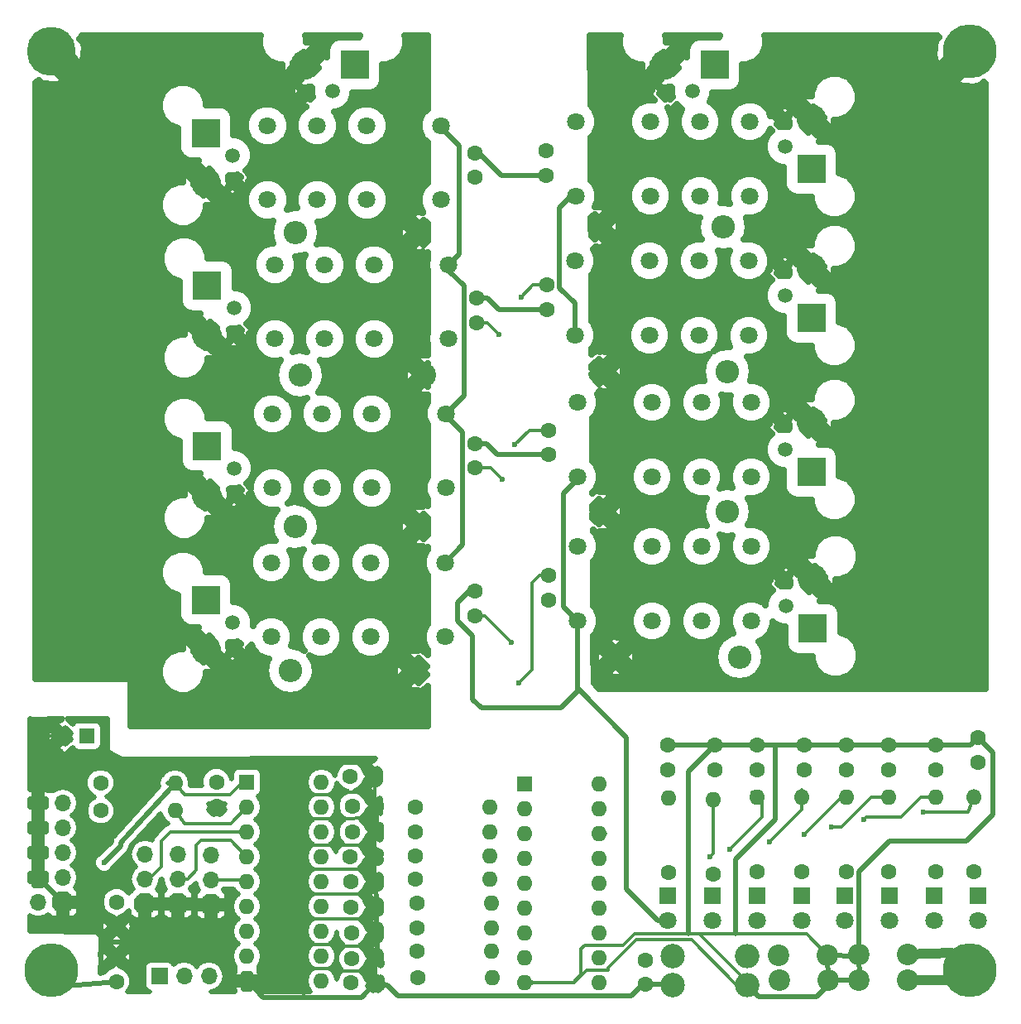
<source format=gbr>
G04 #@! TF.FileFunction,Copper,L1,Top,Signal*
%FSLAX46Y46*%
G04 Gerber Fmt 4.6, Leading zero omitted, Abs format (unit mm)*
G04 Created by KiCad (PCBNEW 4.0.7) date 04/12/19 19:36:27*
%MOMM*%
%LPD*%
G01*
G04 APERTURE LIST*
%ADD10C,0.100000*%
%ADD11C,1.500000*%
%ADD12R,3.000000X3.000000*%
%ADD13C,3.000000*%
%ADD14C,1.800000*%
%ADD15R,1.600000X1.600000*%
%ADD16O,1.600000X1.600000*%
%ADD17C,2.500000*%
%ADD18O,2.500000X2.500000*%
%ADD19R,1.800000X1.800000*%
%ADD20C,1.600000*%
%ADD21R,1.700000X1.700000*%
%ADD22O,1.700000X1.700000*%
%ADD23C,5.500000*%
%ADD24C,2.200000*%
%ADD25C,2.400000*%
%ADD26O,2.400000X2.400000*%
%ADD27C,5.000000*%
%ADD28C,0.600000*%
%ADD29C,1.000000*%
%ADD30C,0.500000*%
%ADD31C,0.350000*%
%ADD32C,0.635000*%
G04 APERTURE END LIST*
D10*
D11*
X71689000Y-79248000D03*
X71689000Y-81788000D03*
D12*
X68961000Y-76962000D03*
D13*
X68961000Y-82042000D03*
D14*
X86073000Y-82413000D03*
X75913000Y-82413000D03*
X80993000Y-82413000D03*
X80993000Y-74813000D03*
X86073000Y-74813000D03*
X75913000Y-74813000D03*
X93693000Y-82413000D03*
X93693000Y-74813000D03*
D15*
X73025000Y-127762000D03*
D16*
X80645000Y-148082000D03*
X73025000Y-130302000D03*
X80645000Y-145542000D03*
X73025000Y-132842000D03*
X80645000Y-143002000D03*
X73025000Y-135382000D03*
X80645000Y-140462000D03*
X73025000Y-137922000D03*
X80645000Y-137922000D03*
X73025000Y-140462000D03*
X80645000Y-135382000D03*
X73025000Y-143002000D03*
X80645000Y-132842000D03*
X73025000Y-145542000D03*
X80645000Y-130302000D03*
X73025000Y-148082000D03*
X80645000Y-127762000D03*
D17*
X116586000Y-145542000D03*
D18*
X124206000Y-145542000D03*
D19*
X138811000Y-139319000D03*
D14*
X138811000Y-141859000D03*
D19*
X125222000Y-139319000D03*
D14*
X125222000Y-141859000D03*
D20*
X143510000Y-136906000D03*
D16*
X143510000Y-129286000D03*
D19*
X120650000Y-139319000D03*
D14*
X120650000Y-141859000D03*
D15*
X101473000Y-127889000D03*
D16*
X109093000Y-148209000D03*
X101473000Y-130429000D03*
X109093000Y-145669000D03*
X101473000Y-132969000D03*
X109093000Y-143129000D03*
X101473000Y-135509000D03*
X109093000Y-140589000D03*
X101473000Y-138049000D03*
X109093000Y-138049000D03*
X101473000Y-140589000D03*
X109093000Y-135509000D03*
X101473000Y-143129000D03*
X109093000Y-132969000D03*
X101473000Y-145669000D03*
X109093000Y-130429000D03*
X101473000Y-148209000D03*
X109093000Y-127889000D03*
D20*
X116078000Y-123952000D03*
X116078000Y-126452000D03*
X120904000Y-123952000D03*
X120904000Y-126452000D03*
X125222000Y-123952000D03*
X125222000Y-126452000D03*
X130048000Y-123952000D03*
X130048000Y-126452000D03*
X134366000Y-123952000D03*
X134366000Y-126452000D03*
X138684000Y-123952000D03*
X138684000Y-126452000D03*
X143510000Y-123952000D03*
X143510000Y-126452000D03*
X147828000Y-123190000D03*
X147828000Y-125690000D03*
X69926200Y-130225800D03*
X69926200Y-127725800D03*
D21*
X69342000Y-140258800D03*
D22*
X69342000Y-137718800D03*
X69342000Y-135178800D03*
D21*
X65963800Y-140182600D03*
D22*
X65963800Y-137642600D03*
X65963800Y-135102600D03*
D21*
X62611000Y-140182600D03*
D22*
X62611000Y-137642600D03*
X62611000Y-135102600D03*
D23*
X53000000Y-147000000D03*
X147002500Y-147002500D03*
D19*
X129794000Y-139319000D03*
D14*
X129794000Y-141859000D03*
D19*
X134239000Y-139319000D03*
D14*
X134239000Y-141859000D03*
D19*
X143383000Y-139319000D03*
D14*
X143383000Y-141859000D03*
D19*
X147828000Y-139319000D03*
D14*
X147828000Y-141859000D03*
D20*
X116141500Y-136969500D03*
D16*
X116141500Y-129349500D03*
D20*
X120777000Y-137160000D03*
D16*
X120777000Y-129540000D03*
D20*
X125222000Y-136906000D03*
D16*
X125222000Y-129286000D03*
D20*
X129794000Y-136906000D03*
D16*
X129794000Y-129286000D03*
D20*
X134366000Y-136906000D03*
D16*
X134366000Y-129286000D03*
D20*
X138684000Y-136906000D03*
D16*
X138684000Y-129286000D03*
D20*
X147447000Y-136906000D03*
D16*
X147447000Y-129286000D03*
D20*
X86106000Y-127152400D03*
X83606000Y-127152400D03*
X90297000Y-130302000D03*
D16*
X97917000Y-130302000D03*
D20*
X90297000Y-132842000D03*
D16*
X97917000Y-132842000D03*
D20*
X90297000Y-135255000D03*
D16*
X97917000Y-135255000D03*
D20*
X90297000Y-137668000D03*
D16*
X97917000Y-137668000D03*
D20*
X90424000Y-140081000D03*
D16*
X98044000Y-140081000D03*
D20*
X90424000Y-142621000D03*
D16*
X98044000Y-142621000D03*
D20*
X90424000Y-145034000D03*
D16*
X98044000Y-145034000D03*
D20*
X90551000Y-147701000D03*
D16*
X98171000Y-147701000D03*
D19*
X116078000Y-139319000D03*
D14*
X116078000Y-141859000D03*
D20*
X83820000Y-130175000D03*
X86320000Y-130175000D03*
X83820000Y-132842000D03*
X86320000Y-132842000D03*
X83566000Y-135382000D03*
X86066000Y-135382000D03*
X83693000Y-137922000D03*
X86193000Y-137922000D03*
X83693000Y-140525500D03*
X86193000Y-140525500D03*
X83756500Y-143129000D03*
X86256500Y-143129000D03*
X83756500Y-145796000D03*
X86256500Y-145796000D03*
X83693000Y-148272500D03*
X86193000Y-148272500D03*
D17*
X116586000Y-148463000D03*
D18*
X124206000Y-148463000D03*
D20*
X59664600Y-148132800D03*
X59664600Y-145632800D03*
X59690000Y-142494000D03*
X59690000Y-139994000D03*
D21*
X54203600Y-140035280D03*
D22*
X51663600Y-140035280D03*
X54203600Y-137495280D03*
X51663600Y-137495280D03*
X54203600Y-134955280D03*
X51663600Y-134955280D03*
X54203600Y-132415280D03*
X51663600Y-132415280D03*
X54203600Y-129875280D03*
X51663600Y-129875280D03*
D20*
X103759000Y-79375000D03*
X103759000Y-76875000D03*
X103886000Y-94234000D03*
X103886000Y-91734000D03*
X103886000Y-109093000D03*
X103886000Y-106593000D03*
X103632000Y-65659000D03*
X103632000Y-63159000D03*
X96393000Y-108204000D03*
X96393000Y-110704000D03*
X96393000Y-93091000D03*
X96393000Y-95591000D03*
X96520000Y-78232000D03*
X96520000Y-80732000D03*
X96393000Y-63373000D03*
X96393000Y-65873000D03*
D15*
X56657240Y-123027440D03*
D20*
X54157240Y-123027440D03*
D24*
X127508000Y-148005800D03*
X132508000Y-148005800D03*
X140665200Y-147980400D03*
X135665200Y-147980400D03*
D21*
X64068960Y-147579080D03*
D22*
X66608960Y-147579080D03*
X69148960Y-147579080D03*
D20*
X113792000Y-148437600D03*
X113792000Y-145937600D03*
D24*
X127467360Y-145409920D03*
X132467360Y-145409920D03*
X140655040Y-145348960D03*
X135655040Y-145348960D03*
D23*
X147000000Y-53000000D03*
D20*
X58059320Y-127825500D03*
D16*
X65679320Y-127825500D03*
D20*
X58087260Y-130647440D03*
D16*
X65707260Y-130647440D03*
D25*
X90678000Y-71501000D03*
D26*
X77978000Y-71501000D03*
D25*
X91186000Y-86106000D03*
D26*
X78486000Y-86106000D03*
D25*
X90678000Y-101600000D03*
D26*
X77978000Y-101600000D03*
D25*
X90170000Y-116332000D03*
D26*
X77470000Y-116332000D03*
D25*
X110744000Y-114935000D03*
D26*
X123444000Y-114935000D03*
D25*
X109474000Y-100076000D03*
D26*
X122174000Y-100076000D03*
D25*
X109474000Y-85725000D03*
D26*
X122174000Y-85725000D03*
D14*
X85311000Y-68189000D03*
X75151000Y-68189000D03*
X80231000Y-68189000D03*
X80231000Y-60589000D03*
X85311000Y-60589000D03*
X75151000Y-60589000D03*
X92931000Y-68189000D03*
X92931000Y-60589000D03*
X85819000Y-97653000D03*
X75659000Y-97653000D03*
X80739000Y-97653000D03*
X80739000Y-90053000D03*
X85819000Y-90053000D03*
X75659000Y-90053000D03*
X93439000Y-97653000D03*
X93439000Y-90053000D03*
X85704700Y-112880300D03*
X75544700Y-112880300D03*
X80624700Y-112880300D03*
X80624700Y-105280300D03*
X85704700Y-105280300D03*
X75544700Y-105280300D03*
X93324700Y-112880300D03*
X93324700Y-105280300D03*
X114460000Y-103642000D03*
X124620000Y-103642000D03*
X119540000Y-103642000D03*
X119540000Y-111242000D03*
X114460000Y-111242000D03*
X124620000Y-111242000D03*
X106840000Y-103642000D03*
X106840000Y-111242000D03*
X114460000Y-88910000D03*
X124620000Y-88910000D03*
X119540000Y-88910000D03*
X119540000Y-96510000D03*
X114460000Y-96510000D03*
X124620000Y-96510000D03*
X106840000Y-88910000D03*
X106840000Y-96510000D03*
X114206000Y-74432000D03*
X124366000Y-74432000D03*
X119286000Y-74432000D03*
X119286000Y-82032000D03*
X114206000Y-82032000D03*
X124366000Y-82032000D03*
X106586000Y-74432000D03*
X106586000Y-82032000D03*
X114317760Y-60182600D03*
X124477760Y-60182600D03*
X119397760Y-60182600D03*
X119397760Y-67782600D03*
X114317760Y-67782600D03*
X124477760Y-67782600D03*
X106697760Y-60182600D03*
X106697760Y-67782600D03*
D11*
X81788000Y-57084000D03*
X79248000Y-57084000D03*
D12*
X84074000Y-54356000D03*
D13*
X78994000Y-54356000D03*
D11*
X71562000Y-63627000D03*
X71562000Y-66167000D03*
D12*
X68834000Y-61341000D03*
D13*
X68834000Y-66421000D03*
D11*
X71689000Y-95631000D03*
X71689000Y-98171000D03*
D12*
X68961000Y-93345000D03*
D13*
X68961000Y-98425000D03*
D11*
X71562000Y-111379000D03*
X71562000Y-113919000D03*
D12*
X68834000Y-109093000D03*
D13*
X68834000Y-114173000D03*
D11*
X118618000Y-57084000D03*
X116078000Y-57084000D03*
D12*
X120904000Y-54356000D03*
D13*
X115824000Y-54356000D03*
D11*
X128183600Y-109728000D03*
X128183600Y-107188000D03*
D12*
X130911600Y-112014000D03*
D13*
X130911600Y-106934000D03*
D11*
X128082000Y-93726000D03*
X128082000Y-91186000D03*
D12*
X130810000Y-96012000D03*
D13*
X130810000Y-90932000D03*
D11*
X128082000Y-77978000D03*
X128082000Y-75438000D03*
D12*
X130810000Y-80264000D03*
D13*
X130810000Y-75184000D03*
D11*
X128082000Y-62738000D03*
X128082000Y-60198000D03*
D12*
X130810000Y-65024000D03*
D13*
X130810000Y-59944000D03*
D27*
X53000000Y-53000000D03*
D25*
X109021880Y-70967600D03*
D26*
X121721880Y-70967600D03*
D28*
X58039000Y-145351500D03*
X57404000Y-142938500D03*
X55562500Y-142240000D03*
X51689000Y-125984000D03*
X51689000Y-123698000D03*
X76136500Y-147510500D03*
X76136500Y-143954500D03*
X76263500Y-141351000D03*
X76200000Y-138112500D03*
X76327000Y-135445500D03*
X76454000Y-132715000D03*
X76644500Y-130365500D03*
X76771500Y-128206500D03*
X79248000Y-125476000D03*
X76581000Y-125476000D03*
X73152000Y-125412500D03*
X70675500Y-125476000D03*
X67818000Y-125539500D03*
X65151000Y-125539500D03*
X62357000Y-125476000D03*
X60134500Y-125539500D03*
X57975500Y-126047500D03*
X56959500Y-125730000D03*
X54800500Y-125222000D03*
X98806000Y-81915000D03*
X120396000Y-135382000D03*
X99187000Y-96774000D03*
X122428000Y-134620000D03*
X100076000Y-113411000D03*
X126492000Y-133858000D03*
X100838000Y-117602000D03*
X130048000Y-133096000D03*
X100457000Y-93218000D03*
X132842000Y-132334000D03*
X101092000Y-78105000D03*
X136144000Y-131572000D03*
X142240000Y-130810000D03*
X58394600Y-136004300D03*
D29*
X53803000Y-52197000D02*
X53000000Y-53000000D01*
D30*
X53000000Y-53000000D02*
X53000000Y-53362500D01*
D29*
X52136040Y-53863960D02*
X53000000Y-53000000D01*
D31*
X54203600Y-140035280D02*
X54203600Y-140881100D01*
X54203600Y-140881100D02*
X55562500Y-142240000D01*
X58039000Y-143573500D02*
X58039000Y-145351500D01*
X57404000Y-142938500D02*
X58039000Y-143573500D01*
X54157240Y-123027440D02*
X52359560Y-123027440D01*
X51663600Y-126009400D02*
X51663600Y-129875280D01*
X51689000Y-125984000D02*
X51663600Y-126009400D01*
X52359560Y-123027440D02*
X51689000Y-123698000D01*
X76581000Y-125476000D02*
X76581000Y-128016000D01*
X76136500Y-141478000D02*
X76136500Y-143954500D01*
X76263500Y-141351000D02*
X76136500Y-141478000D01*
X76200000Y-135572500D02*
X76200000Y-138112500D01*
X76327000Y-135445500D02*
X76200000Y-135572500D01*
X76454000Y-130556000D02*
X76454000Y-132715000D01*
X76644500Y-130365500D02*
X76454000Y-130556000D01*
X76581000Y-128016000D02*
X76771500Y-128206500D01*
X79565500Y-125793500D02*
X80454500Y-125793500D01*
X79248000Y-125476000D02*
X79565500Y-125793500D01*
X73215500Y-125476000D02*
X76581000Y-125476000D01*
X73152000Y-125412500D02*
X73215500Y-125476000D01*
X67881500Y-125476000D02*
X70675500Y-125476000D01*
X67818000Y-125539500D02*
X67881500Y-125476000D01*
X62420500Y-125539500D02*
X65151000Y-125539500D01*
X62357000Y-125476000D02*
X62420500Y-125539500D01*
X58483500Y-125539500D02*
X60134500Y-125539500D01*
X57975500Y-126047500D02*
X58483500Y-125539500D01*
X55308500Y-125730000D02*
X56959500Y-125730000D01*
X54800500Y-125222000D02*
X55308500Y-125730000D01*
X78803500Y-146812000D02*
X82169000Y-146812000D01*
X86148934Y-146642066D02*
X86148934Y-146642058D01*
X85725000Y-147066000D02*
X86148934Y-146642066D01*
X82423000Y-147066000D02*
X85725000Y-147066000D01*
X82169000Y-146812000D02*
X82423000Y-147066000D01*
X78803500Y-144335500D02*
X82232500Y-144335500D01*
X86337947Y-144167053D02*
X86337947Y-144167060D01*
X85979000Y-144526000D02*
X86337947Y-144167053D01*
X82423000Y-144526000D02*
X85979000Y-144526000D01*
X82232500Y-144335500D02*
X82423000Y-144526000D01*
X78803500Y-141732000D02*
X86051084Y-141732000D01*
X86269042Y-141514042D02*
X86269042Y-141514046D01*
X86051084Y-141732000D02*
X86269042Y-141514042D01*
X79057500Y-139192000D02*
X85725000Y-139192000D01*
X85725000Y-139192000D02*
X86232122Y-138684878D01*
X86232122Y-138684878D02*
X86193000Y-137922000D01*
X78803500Y-136652000D02*
X85598000Y-136652000D01*
X85598000Y-136652000D02*
X86066000Y-136184000D01*
X78803500Y-134175500D02*
X85598000Y-134175500D01*
X85598000Y-134175500D02*
X86066000Y-133707500D01*
X78803500Y-131508500D02*
X84010500Y-131508500D01*
X84137500Y-131381500D02*
X86320000Y-131381500D01*
X84010500Y-131508500D02*
X84137500Y-131381500D01*
X78803500Y-129032000D02*
X82486500Y-129032000D01*
X82740500Y-128778000D02*
X86106000Y-128778000D01*
X82486500Y-129032000D02*
X82740500Y-128778000D01*
X86106000Y-127152400D02*
X86106000Y-128778000D01*
X86106000Y-128778000D02*
X86106000Y-129961000D01*
X86106000Y-129961000D02*
X86320000Y-130175000D01*
X78803500Y-149733000D02*
X78803500Y-146812000D01*
X78803500Y-146812000D02*
X78803500Y-144335500D01*
X78803500Y-144335500D02*
X78803500Y-141732000D01*
X78803500Y-141732000D02*
X78803500Y-136652000D01*
X78803500Y-136652000D02*
X78803500Y-134175500D01*
X78803500Y-134175500D02*
X78803500Y-131508500D01*
X78803500Y-131508500D02*
X78803500Y-129032000D01*
X78803500Y-129032000D02*
X78803500Y-127254000D01*
X84747100Y-125793500D02*
X86106000Y-127152400D01*
X80264000Y-125793500D02*
X80454500Y-125793500D01*
X80454500Y-125793500D02*
X84747100Y-125793500D01*
X78803500Y-127254000D02*
X80264000Y-125793500D01*
D30*
X73025000Y-148082000D02*
X73037700Y-148082000D01*
X73037700Y-148082000D02*
X74688700Y-149733000D01*
X74688700Y-149733000D02*
X78803500Y-149733000D01*
X78803500Y-149733000D02*
X84732500Y-149733000D01*
X84732500Y-149733000D02*
X86193000Y-148272500D01*
X113792000Y-148437600D02*
X116560600Y-148437600D01*
X116560600Y-148437600D02*
X116586000Y-148463000D01*
X88519000Y-149606000D02*
X112395000Y-149606000D01*
X112395000Y-149606000D02*
X113563400Y-148437600D01*
X113563400Y-148437600D02*
X113792000Y-148437600D01*
X51663600Y-137495280D02*
X54203600Y-140035280D01*
X59867800Y-145429600D02*
X59664600Y-145632800D01*
X86066000Y-135382000D02*
X86066000Y-136184000D01*
X86066000Y-136184000D02*
X86066000Y-137795000D01*
X86066000Y-137795000D02*
X86193000Y-137922000D01*
X86193000Y-137922000D02*
X86320000Y-140398500D01*
X86320000Y-140398500D02*
X86193000Y-140525500D01*
X86193000Y-140525500D02*
X86269042Y-141514046D01*
X86269042Y-141514046D02*
X86383500Y-143002000D01*
X86383500Y-143002000D02*
X86256500Y-143129000D01*
X86256500Y-145796000D02*
X86337947Y-144167060D01*
X86337947Y-144167060D02*
X86383500Y-143256000D01*
X86383500Y-143256000D02*
X86256500Y-143129000D01*
X86193000Y-148272500D02*
X86148934Y-146642058D01*
X86148934Y-146642058D02*
X86129500Y-145923000D01*
X86129500Y-145923000D02*
X86256500Y-145796000D01*
X86066000Y-135382000D02*
X86066000Y-133707500D01*
X86066000Y-133707500D02*
X86066000Y-133096000D01*
X86066000Y-133096000D02*
X86320000Y-132842000D01*
X86320000Y-130175000D02*
X86320000Y-131381500D01*
X86320000Y-131381500D02*
X86320000Y-132842000D01*
X86193000Y-148272500D02*
X87376000Y-148463000D01*
X87376000Y-148463000D02*
X88519000Y-149606000D01*
D31*
X109093000Y-145669000D02*
X109347000Y-145669000D01*
X97623000Y-80732000D02*
X96520000Y-80732000D01*
X98806000Y-81915000D02*
X97623000Y-80732000D01*
X120396000Y-135382000D02*
X120777000Y-135001000D01*
X120777000Y-135001000D02*
X120777000Y-129540000D01*
X98004000Y-95591000D02*
X96393000Y-95591000D01*
X99187000Y-96774000D02*
X98004000Y-95591000D01*
X125730000Y-131318000D02*
X125730000Y-129794000D01*
X122428000Y-134620000D02*
X125730000Y-131318000D01*
X125730000Y-129794000D02*
X125222000Y-129286000D01*
X124714000Y-128778000D02*
X125222000Y-129286000D01*
X97369000Y-110704000D02*
X96393000Y-110704000D01*
X100076000Y-113411000D02*
X97369000Y-110704000D01*
X126492000Y-133858000D02*
X129794000Y-130556000D01*
X129794000Y-130556000D02*
X129794000Y-129286000D01*
X129794000Y-129286000D02*
X129794000Y-128524000D01*
X102957000Y-106593000D02*
X103886000Y-106593000D01*
X102235000Y-107315000D02*
X102957000Y-106593000D01*
X102235000Y-116205000D02*
X102235000Y-107315000D01*
X100838000Y-117602000D02*
X102235000Y-116205000D01*
X109093000Y-135509000D02*
X109474000Y-135509000D01*
X130048000Y-133096000D02*
X133858000Y-129286000D01*
X133858000Y-129286000D02*
X134366000Y-129286000D01*
X101941000Y-91734000D02*
X103886000Y-91734000D01*
X100457000Y-93218000D02*
X101941000Y-91734000D01*
X109093000Y-132969000D02*
X109778800Y-132969000D01*
X136906000Y-129286000D02*
X138684000Y-129286000D01*
X133858000Y-132334000D02*
X136906000Y-129286000D01*
X132842000Y-132334000D02*
X133858000Y-132334000D01*
X102322000Y-76875000D02*
X103759000Y-76875000D01*
X101092000Y-78105000D02*
X102322000Y-76875000D01*
X141986000Y-129286000D02*
X143510000Y-129286000D01*
X139954000Y-131318000D02*
X141986000Y-129286000D01*
X136398000Y-131318000D02*
X139954000Y-131318000D01*
X136144000Y-131572000D02*
X136398000Y-131318000D01*
X109093000Y-130429000D02*
X109093000Y-130937000D01*
X109093000Y-130429000D02*
X109347000Y-130429000D01*
X142240000Y-130810000D02*
X146812000Y-130810000D01*
X146812000Y-130810000D02*
X147447000Y-129286000D01*
X147447000Y-128587500D02*
X147447000Y-129286000D01*
X109093000Y-127889000D02*
X109347000Y-127889000D01*
X69342000Y-137718800D02*
X72821800Y-137718800D01*
X72821800Y-137718800D02*
X73025000Y-137922000D01*
X65963800Y-137642600D02*
X66954400Y-137642600D01*
X71348600Y-133705600D02*
X73025000Y-135382000D01*
X68376800Y-133705600D02*
X71348600Y-133705600D01*
X67868800Y-134213600D02*
X68376800Y-133705600D01*
X67868800Y-136728200D02*
X67868800Y-134213600D01*
X66954400Y-137642600D02*
X67868800Y-136728200D01*
X62611000Y-137642600D02*
X63017400Y-137642600D01*
X63017400Y-137642600D02*
X64236600Y-136423400D01*
X64236600Y-136423400D02*
X64236600Y-133807200D01*
X64236600Y-133807200D02*
X65201800Y-132842000D01*
X65201800Y-132842000D02*
X73025000Y-132842000D01*
D30*
X135655040Y-145348960D02*
X135655040Y-136886960D01*
X149352000Y-124714000D02*
X147828000Y-123190000D01*
X149352000Y-131064000D02*
X149352000Y-124714000D01*
X146685000Y-133731000D02*
X149352000Y-131064000D01*
X138811000Y-133731000D02*
X146685000Y-133731000D01*
X135655040Y-136886960D02*
X138811000Y-133731000D01*
X123063000Y-143256000D02*
X123063000Y-135636000D01*
X127127000Y-131572000D02*
X127127000Y-123952000D01*
X123063000Y-135636000D02*
X127127000Y-131572000D01*
X118237000Y-143256000D02*
X118237000Y-126619000D01*
X118237000Y-126619000D02*
X120904000Y-123952000D01*
X138684000Y-123952000D02*
X143510000Y-123952000D01*
X143510000Y-123952000D02*
X147066000Y-123952000D01*
X147066000Y-123952000D02*
X147828000Y-123190000D01*
D31*
X119329200Y-143256000D02*
X123063000Y-143256000D01*
X123063000Y-143256000D02*
X130313440Y-143256000D01*
X130313440Y-143256000D02*
X132467360Y-145409920D01*
X118211600Y-143865600D02*
X118516400Y-143865600D01*
X118516400Y-143865600D02*
X123113800Y-148463000D01*
X123113800Y-148463000D02*
X124206000Y-148463000D01*
X118211600Y-143814800D02*
X118211600Y-143865600D01*
X101473000Y-148209000D02*
X106400600Y-148209000D01*
X119329200Y-143256000D02*
X124206000Y-148132800D01*
X112674400Y-143256000D02*
X118237000Y-143256000D01*
X118237000Y-143256000D02*
X119329200Y-143256000D01*
X111506000Y-144424400D02*
X112674400Y-143256000D01*
X107594400Y-144424400D02*
X111506000Y-144424400D01*
X107238800Y-144780000D02*
X107594400Y-144424400D01*
X107238800Y-147370800D02*
X107238800Y-144780000D01*
X106400600Y-148209000D02*
X107238800Y-147370800D01*
X124206000Y-148132800D02*
X124206000Y-148463000D01*
D30*
X135655040Y-145348960D02*
X135741400Y-147904200D01*
X135741400Y-147904200D02*
X135665200Y-147980400D01*
X132467360Y-145409920D02*
X135507720Y-145496280D01*
X135507720Y-145496280D02*
X135655040Y-145348960D01*
X132467360Y-145409920D02*
X132508000Y-148005800D01*
D31*
X110032800Y-146964400D02*
X110032800Y-146710400D01*
X106553000Y-148209000D02*
X107797600Y-146964400D01*
X107797600Y-146964400D02*
X110032800Y-146964400D01*
X101473000Y-148209000D02*
X106553000Y-148209000D01*
X110032800Y-146710400D02*
X112877600Y-143865600D01*
X112877600Y-143865600D02*
X112928400Y-143814800D01*
X112928400Y-143814800D02*
X118211600Y-143814800D01*
D30*
X134366000Y-123952000D02*
X138684000Y-123952000D01*
X130048000Y-123952000D02*
X134366000Y-123952000D01*
X125222000Y-123952000D02*
X127127000Y-123952000D01*
X127127000Y-123952000D02*
X130048000Y-123952000D01*
X120904000Y-123952000D02*
X125222000Y-123952000D01*
X116078000Y-123952000D02*
X120904000Y-123952000D01*
X101600000Y-148082000D02*
X101473000Y-148209000D01*
X101473000Y-148209000D02*
X102184200Y-148209000D01*
X132508000Y-148005800D02*
X135639800Y-148005800D01*
X135639800Y-148005800D02*
X135665200Y-147980400D01*
X132508000Y-148005800D02*
X132508000Y-148492200D01*
X132508000Y-148492200D02*
X131343400Y-149656800D01*
X131343400Y-149656800D02*
X125399800Y-149656800D01*
X125399800Y-149656800D02*
X124206000Y-148463000D01*
D31*
X124206000Y-147853400D02*
X124206000Y-148463000D01*
D30*
X124917200Y-149174200D02*
X124206000Y-148463000D01*
D31*
X101473000Y-148209000D02*
X101879400Y-148209000D01*
X101473000Y-148209000D02*
X102108000Y-148209000D01*
X123482100Y-148170900D02*
X123482100Y-147789900D01*
D30*
X116078000Y-141859000D02*
X115062000Y-141859000D01*
X111887000Y-123190000D02*
X106840000Y-118143000D01*
X111887000Y-138684000D02*
X111887000Y-123190000D01*
X115062000Y-141859000D02*
X111887000Y-138684000D01*
X96393000Y-108204000D02*
X95758000Y-108204000D01*
X95758000Y-108204000D02*
X94615000Y-109347000D01*
X94615000Y-109347000D02*
X94615000Y-111252000D01*
X94615000Y-111252000D02*
X96139000Y-112776000D01*
X96139000Y-112776000D02*
X96139000Y-119253000D01*
X96139000Y-119253000D02*
X97028000Y-120142000D01*
X97028000Y-120142000D02*
X105156000Y-120142000D01*
X105156000Y-120142000D02*
X106840000Y-118458000D01*
X106840000Y-118458000D02*
X106840000Y-118143000D01*
X106840000Y-118143000D02*
X106840000Y-111242000D01*
X106840000Y-96510000D02*
X106840000Y-96741000D01*
X106840000Y-96741000D02*
X105410000Y-98171000D01*
X105410000Y-109812000D02*
X106840000Y-111242000D01*
X105410000Y-98171000D02*
X105410000Y-109812000D01*
X93439000Y-90053000D02*
X93439000Y-90264000D01*
X93439000Y-90264000D02*
X95123000Y-91948000D01*
X95123000Y-103482000D02*
X93324700Y-105280300D01*
X95123000Y-91948000D02*
X95123000Y-103482000D01*
X93693000Y-74813000D02*
X93693000Y-75405000D01*
X93693000Y-75405000D02*
X95250000Y-76962000D01*
X95250000Y-88242000D02*
X93439000Y-90053000D01*
X95250000Y-76962000D02*
X95250000Y-88242000D01*
X92931000Y-60589000D02*
X93312000Y-61181000D01*
X94742000Y-73764000D02*
X93693000Y-74813000D01*
X94742000Y-62611000D02*
X94742000Y-73764000D01*
X93312000Y-61181000D02*
X94742000Y-62611000D01*
X106697760Y-67782600D02*
X106207400Y-67782600D01*
X106207400Y-67782600D02*
X105029000Y-68961000D01*
X106586000Y-78773000D02*
X106586000Y-82032000D01*
X105029000Y-77216000D02*
X106586000Y-78773000D01*
X105029000Y-68961000D02*
X105029000Y-77216000D01*
X96393000Y-63373000D02*
X96774000Y-63373000D01*
X96774000Y-63373000D02*
X99060000Y-65659000D01*
X99060000Y-65659000D02*
X103632000Y-65659000D01*
X96520000Y-78232000D02*
X97663000Y-78232000D01*
X98806000Y-79375000D02*
X103759000Y-79375000D01*
X97663000Y-78232000D02*
X98806000Y-79375000D01*
X96393000Y-93091000D02*
X97536000Y-93091000D01*
X98679000Y-94234000D02*
X103886000Y-94234000D01*
X97536000Y-93091000D02*
X98679000Y-94234000D01*
X147828000Y-141859000D02*
X148336000Y-141859000D01*
X59664600Y-148132800D02*
X54590000Y-148590000D01*
X54590000Y-148590000D02*
X53000000Y-147000000D01*
D29*
X140655040Y-145348960D02*
X145161000Y-145161000D01*
X145161000Y-145161000D02*
X147002500Y-147002500D01*
D30*
X145161000Y-145161000D02*
X147002500Y-147002500D01*
D29*
X140665200Y-147980400D02*
X146024600Y-147980400D01*
X146024600Y-147980400D02*
X147002500Y-147002500D01*
D30*
X140665200Y-147980400D02*
X140665200Y-147218400D01*
X60147200Y-133908800D02*
X65679320Y-127825500D01*
X60147200Y-134251700D02*
X60147200Y-133908800D01*
X58394600Y-136004300D02*
X60147200Y-134251700D01*
D31*
X73025000Y-127762000D02*
X72529700Y-127762000D01*
X72529700Y-127762000D02*
X71285100Y-129006600D01*
X71285100Y-129006600D02*
X66624200Y-129006600D01*
X66624200Y-129006600D02*
X65679320Y-127825500D01*
D30*
X64930020Y-127825500D02*
X65679320Y-127825500D01*
D31*
X65707260Y-130647440D02*
X65732660Y-130647440D01*
X65732660Y-130647440D02*
X66649600Y-131953000D01*
X71374000Y-131953000D02*
X73025000Y-130302000D01*
X66649600Y-131953000D02*
X71374000Y-131953000D01*
D30*
G36*
X58805000Y-124523500D02*
X58824696Y-124620764D01*
X58880682Y-124702702D01*
X58942195Y-124746603D01*
X60072495Y-125318103D01*
X60185537Y-125345000D01*
X86170274Y-125320356D01*
X85889357Y-125601274D01*
X85525983Y-125673554D01*
X85440881Y-125921595D01*
X86106000Y-126586715D01*
X86388843Y-126303872D01*
X86725966Y-126640995D01*
X86728543Y-127095542D01*
X86671685Y-127152400D01*
X86729192Y-127209907D01*
X86731733Y-127658038D01*
X86388843Y-128000928D01*
X86106000Y-127718085D01*
X85440881Y-128383205D01*
X85525983Y-128631246D01*
X85810142Y-128682198D01*
X85739983Y-128696154D01*
X85654881Y-128944195D01*
X86320000Y-129609315D01*
X86602843Y-129326472D01*
X86741982Y-129465611D01*
X86749981Y-130876391D01*
X86671978Y-130954394D01*
X86555907Y-130838323D01*
X86486772Y-130907458D01*
X86320000Y-130740685D01*
X85654881Y-131405805D01*
X85690115Y-131508500D01*
X85654881Y-131611195D01*
X86320000Y-132276315D01*
X86486772Y-132109542D01*
X86555907Y-132178677D01*
X86671978Y-132062607D01*
X86757190Y-132147819D01*
X86765018Y-133528353D01*
X86608478Y-133684894D01*
X86301907Y-133378323D01*
X85849357Y-133830874D01*
X85485983Y-133903154D01*
X85400881Y-134151195D01*
X86066000Y-134816315D01*
X86296272Y-134586042D01*
X86555907Y-134845677D01*
X86608478Y-134793107D01*
X86773123Y-134957752D01*
X86774717Y-135238968D01*
X86631685Y-135382000D01*
X86776349Y-135526663D01*
X86777907Y-135801464D01*
X86544978Y-136034394D01*
X86428907Y-135918323D01*
X86232772Y-136114458D01*
X86066000Y-135947685D01*
X85400881Y-136612805D01*
X85485983Y-136860846D01*
X85743752Y-136907066D01*
X86193000Y-137356315D01*
X86232773Y-137316542D01*
X86301907Y-137385677D01*
X86544978Y-137142607D01*
X86786882Y-137384511D01*
X86789754Y-137890931D01*
X86758685Y-137922000D01*
X86790109Y-137953424D01*
X86792944Y-138453428D01*
X86576728Y-138669644D01*
X86428907Y-138521823D01*
X86328022Y-138622708D01*
X86193000Y-138487685D01*
X85639258Y-139041427D01*
X85612983Y-139046654D01*
X85601989Y-139078697D01*
X85527881Y-139152805D01*
X85552222Y-139223750D01*
X85527881Y-139294695D01*
X85601989Y-139368803D01*
X85612983Y-139400846D01*
X85638631Y-139405445D01*
X86193000Y-139959815D01*
X86328023Y-139824792D01*
X86428907Y-139925677D01*
X86576728Y-139777857D01*
X86801729Y-140002858D01*
X86804433Y-140479752D01*
X86758685Y-140525500D01*
X86804955Y-140571770D01*
X86807623Y-141042249D01*
X86608478Y-141241394D01*
X86492407Y-141125323D01*
X86359773Y-141257958D01*
X86193000Y-141091185D01*
X85527881Y-141756305D01*
X85612983Y-142004346D01*
X85716004Y-142022819D01*
X86256500Y-142563315D01*
X86359772Y-142460042D01*
X86428907Y-142529177D01*
X86608478Y-142349607D01*
X86816213Y-142557342D01*
X86822660Y-143694212D01*
X86608478Y-143908394D01*
X86492407Y-143792323D01*
X86423273Y-143861458D01*
X86256500Y-143694685D01*
X85591381Y-144359805D01*
X85626615Y-144462500D01*
X85591381Y-144565195D01*
X86256500Y-145230315D01*
X86423272Y-145063542D01*
X86492407Y-145132677D01*
X86608478Y-145016607D01*
X86831422Y-145239551D01*
X86834507Y-145783678D01*
X86822185Y-145796000D01*
X86834647Y-145808462D01*
X86837696Y-146346176D01*
X86671978Y-146511894D01*
X86428907Y-146268823D01*
X86296273Y-146401458D01*
X86256500Y-146361685D01*
X85877060Y-146741126D01*
X85612983Y-146793654D01*
X85527881Y-147041695D01*
X85632324Y-147146138D01*
X85676483Y-147274846D01*
X85779504Y-147293319D01*
X86193000Y-147706815D01*
X86296273Y-147603542D01*
X86492407Y-147799677D01*
X86671978Y-147620107D01*
X86845906Y-147794035D01*
X86848112Y-148183073D01*
X86758685Y-148272500D01*
X86849132Y-148362946D01*
X86851301Y-148745570D01*
X86475843Y-149121028D01*
X86193000Y-148838185D01*
X85910157Y-149121028D01*
X85344472Y-148555343D01*
X85627315Y-148272500D01*
X85188990Y-147834175D01*
X85007792Y-147395643D01*
X84678476Y-147065751D01*
X85069760Y-146675151D01*
X85253032Y-146233782D01*
X85690815Y-145796000D01*
X85252490Y-145357675D01*
X85071292Y-144919143D01*
X84635651Y-144482740D01*
X84587492Y-144462743D01*
X84633357Y-144443792D01*
X85069760Y-144008151D01*
X85253032Y-143566782D01*
X85690815Y-143129000D01*
X85252490Y-142690675D01*
X85071292Y-142252143D01*
X84635651Y-141815740D01*
X84606555Y-141803658D01*
X85006260Y-141404651D01*
X85189532Y-140963282D01*
X85627315Y-140525500D01*
X85188990Y-140087175D01*
X85007792Y-139648643D01*
X84583282Y-139223390D01*
X85006260Y-138801151D01*
X85189532Y-138359782D01*
X85627315Y-137922000D01*
X85188990Y-137483675D01*
X85007792Y-137045143D01*
X84572151Y-136608740D01*
X84543133Y-136596691D01*
X84879260Y-136261151D01*
X85062532Y-135819782D01*
X85500315Y-135382000D01*
X85061990Y-134943675D01*
X84880792Y-134505143D01*
X84580884Y-134204711D01*
X84696857Y-134156792D01*
X85133260Y-133721151D01*
X85316532Y-133279782D01*
X85754315Y-132842000D01*
X85315990Y-132403675D01*
X85134792Y-131965143D01*
X84699151Y-131528740D01*
X84650992Y-131508743D01*
X84696857Y-131489792D01*
X85133260Y-131054151D01*
X85316532Y-130612782D01*
X85754315Y-130175000D01*
X85315990Y-129736675D01*
X85134792Y-129298143D01*
X84699151Y-128861740D01*
X84129667Y-128625270D01*
X84100341Y-128625244D01*
X84482857Y-128467192D01*
X84919260Y-128031551D01*
X85102532Y-127590182D01*
X85540315Y-127152400D01*
X85101990Y-126714075D01*
X84920792Y-126275543D01*
X84485151Y-125839140D01*
X83915667Y-125602670D01*
X83299039Y-125602132D01*
X82729143Y-125837608D01*
X82292740Y-126273249D01*
X82056270Y-126842733D01*
X82056052Y-127092025D01*
X81771382Y-126665984D01*
X81268525Y-126329987D01*
X80675366Y-126212000D01*
X80614634Y-126212000D01*
X80021475Y-126329987D01*
X79518618Y-126665984D01*
X79182621Y-127168841D01*
X79064634Y-127762000D01*
X79182621Y-128355159D01*
X79518618Y-128858016D01*
X79779004Y-129032000D01*
X79518618Y-129205984D01*
X79182621Y-129708841D01*
X79064634Y-130302000D01*
X79182621Y-130895159D01*
X79518618Y-131398016D01*
X79779004Y-131572000D01*
X79518618Y-131745984D01*
X79182621Y-132248841D01*
X79064634Y-132842000D01*
X79182621Y-133435159D01*
X79518618Y-133938016D01*
X79779004Y-134112000D01*
X79518618Y-134285984D01*
X79182621Y-134788841D01*
X79064634Y-135382000D01*
X79182621Y-135975159D01*
X79518618Y-136478016D01*
X79779004Y-136652000D01*
X79518618Y-136825984D01*
X79182621Y-137328841D01*
X79064634Y-137922000D01*
X79182621Y-138515159D01*
X79518618Y-139018016D01*
X79779004Y-139192000D01*
X79518618Y-139365984D01*
X79182621Y-139868841D01*
X79064634Y-140462000D01*
X79182621Y-141055159D01*
X79518618Y-141558016D01*
X79779004Y-141732000D01*
X79518618Y-141905984D01*
X79182621Y-142408841D01*
X79064634Y-143002000D01*
X79182621Y-143595159D01*
X79518618Y-144098016D01*
X79779004Y-144272000D01*
X79518618Y-144445984D01*
X79182621Y-144948841D01*
X79064634Y-145542000D01*
X79182621Y-146135159D01*
X79518618Y-146638016D01*
X79779004Y-146812000D01*
X79518618Y-146985984D01*
X79182621Y-147488841D01*
X79064634Y-148082000D01*
X79182621Y-148675159D01*
X79516603Y-149175000D01*
X74275002Y-149175000D01*
X74275002Y-148974061D01*
X74449665Y-148712631D01*
X74333737Y-148482000D01*
X73425000Y-148482000D01*
X73425000Y-148882000D01*
X72625000Y-148882000D01*
X72625000Y-148482000D01*
X71716263Y-148482000D01*
X71600335Y-148712631D01*
X71774998Y-148974061D01*
X71774998Y-149175000D01*
X69327058Y-149175000D01*
X69761253Y-149088633D01*
X70280331Y-148741797D01*
X70627167Y-148222719D01*
X70748960Y-147610426D01*
X70748960Y-147547734D01*
X70627167Y-146935441D01*
X70280331Y-146416363D01*
X69761253Y-146069527D01*
X69148960Y-145947734D01*
X68536667Y-146069527D01*
X68017589Y-146416363D01*
X67878960Y-146623836D01*
X67740331Y-146416363D01*
X67221253Y-146069527D01*
X66608960Y-145947734D01*
X65996667Y-146069527D01*
X65569469Y-146354971D01*
X65467098Y-146195882D01*
X65216468Y-146024634D01*
X64918960Y-145964387D01*
X63218960Y-145964387D01*
X62941027Y-146016684D01*
X62685762Y-146180942D01*
X62514514Y-146431572D01*
X62454267Y-146729080D01*
X62454267Y-148429080D01*
X62506564Y-148707013D01*
X62670822Y-148962278D01*
X62921452Y-149133526D01*
X63126256Y-149175000D01*
X60814526Y-149175000D01*
X60977860Y-149011951D01*
X61214330Y-148442467D01*
X61214868Y-147825839D01*
X60979392Y-147255943D01*
X60543751Y-146819540D01*
X60102382Y-146636268D01*
X59664600Y-146198485D01*
X59226275Y-146636810D01*
X58787743Y-146818008D01*
X58358586Y-147246416D01*
X58019766Y-147276942D01*
X58057448Y-145662864D01*
X58076361Y-145662864D01*
X58185754Y-146212817D01*
X58433795Y-146297919D01*
X59098915Y-145632800D01*
X60230285Y-145632800D01*
X60895405Y-146297919D01*
X61143446Y-146212817D01*
X61252839Y-145602736D01*
X61143446Y-145052783D01*
X60895405Y-144967681D01*
X60230285Y-145632800D01*
X59098915Y-145632800D01*
X58433795Y-144967681D01*
X58185754Y-145052783D01*
X58076361Y-145662864D01*
X58057448Y-145662864D01*
X58086885Y-144401995D01*
X58999481Y-144401995D01*
X59664600Y-145067115D01*
X60329719Y-144401995D01*
X60244617Y-144153954D01*
X59779135Y-144070489D01*
X60270017Y-143972846D01*
X60355119Y-143724805D01*
X59690000Y-143059685D01*
X59024881Y-143724805D01*
X59109983Y-143972846D01*
X59575465Y-144056311D01*
X59084583Y-144153954D01*
X58999481Y-144401995D01*
X58086885Y-144401995D01*
X58111132Y-143363435D01*
X58093711Y-143265738D01*
X58039653Y-143182515D01*
X57957476Y-143126882D01*
X57866425Y-143107655D01*
X50825000Y-142960448D01*
X50825000Y-142524064D01*
X58101761Y-142524064D01*
X58211154Y-143074017D01*
X58459195Y-143159119D01*
X59124315Y-142494000D01*
X60255685Y-142494000D01*
X60920805Y-143159119D01*
X61168846Y-143074017D01*
X61278239Y-142463936D01*
X61168846Y-141913983D01*
X60920805Y-141828881D01*
X60255685Y-142494000D01*
X59124315Y-142494000D01*
X58459195Y-141828881D01*
X58211154Y-141913983D01*
X58101761Y-142524064D01*
X50825000Y-142524064D01*
X50825000Y-141383219D01*
X51019961Y-141513487D01*
X51632254Y-141635280D01*
X51694946Y-141635280D01*
X52307239Y-141513487D01*
X52648773Y-141285282D01*
X52698833Y-141285282D01*
X52710998Y-141314652D01*
X52924227Y-141527881D01*
X53202824Y-141643280D01*
X53589100Y-141643280D01*
X53778600Y-141453780D01*
X53778600Y-140460280D01*
X54628600Y-140460280D01*
X54628600Y-141453780D01*
X54818100Y-141643280D01*
X55204376Y-141643280D01*
X55482973Y-141527881D01*
X55696202Y-141314652D01*
X55811600Y-141036055D01*
X55811600Y-140649780D01*
X55622100Y-140460280D01*
X54628600Y-140460280D01*
X53778600Y-140460280D01*
X53353600Y-140460280D01*
X53353600Y-139610280D01*
X53778600Y-139610280D01*
X53778600Y-139185280D01*
X54628600Y-139185280D01*
X54628600Y-139610280D01*
X55622100Y-139610280D01*
X55811600Y-139420780D01*
X55811600Y-139034505D01*
X55696202Y-138755908D01*
X55482973Y-138542679D01*
X55453602Y-138530513D01*
X55453602Y-138496019D01*
X55713153Y-138107573D01*
X55834946Y-137495280D01*
X55713153Y-136882987D01*
X55366317Y-136363909D01*
X55158844Y-136225280D01*
X55178356Y-136212242D01*
X57344418Y-136212242D01*
X57503934Y-136598300D01*
X57799046Y-136893928D01*
X58184826Y-137054118D01*
X58602542Y-137054482D01*
X58988600Y-136894966D01*
X59284228Y-136599854D01*
X59334622Y-136478492D01*
X60854307Y-134958807D01*
X61071080Y-134634384D01*
X61136049Y-134307764D01*
X64187527Y-130952260D01*
X64244881Y-131240599D01*
X64580878Y-131743456D01*
X64923464Y-131972364D01*
X64847817Y-131987411D01*
X64547726Y-132187926D01*
X63582526Y-133153126D01*
X63382011Y-133453217D01*
X63363835Y-133544593D01*
X63337014Y-133679434D01*
X63254639Y-133624393D01*
X62642346Y-133502600D01*
X62579654Y-133502600D01*
X61967361Y-133624393D01*
X61448283Y-133971229D01*
X61101447Y-134490307D01*
X60979654Y-135102600D01*
X61101447Y-135714893D01*
X61448283Y-136233971D01*
X61655756Y-136372600D01*
X61448283Y-136511229D01*
X61101447Y-137030307D01*
X60979654Y-137642600D01*
X61101447Y-138254893D01*
X61360998Y-138643339D01*
X61360998Y-138677833D01*
X61331627Y-138689999D01*
X61118398Y-138903228D01*
X61106233Y-138932598D01*
X61003000Y-138932598D01*
X61003000Y-139115348D01*
X60569151Y-138680740D01*
X59999667Y-138444270D01*
X59383039Y-138443732D01*
X58813143Y-138679208D01*
X58376740Y-139114849D01*
X58140270Y-139684333D01*
X58139732Y-140300961D01*
X58375208Y-140870857D01*
X58810849Y-141307260D01*
X59252218Y-141490532D01*
X59690000Y-141928315D01*
X60128325Y-141489990D01*
X60566857Y-141308792D01*
X61003000Y-140873411D01*
X61003000Y-141432602D01*
X61106233Y-141432602D01*
X61118398Y-141461972D01*
X61331627Y-141675201D01*
X61610224Y-141790600D01*
X61996500Y-141790600D01*
X62186000Y-141601100D01*
X62186000Y-140607600D01*
X63036000Y-140607600D01*
X63036000Y-141601100D01*
X63225500Y-141790600D01*
X63611776Y-141790600D01*
X63890373Y-141675201D01*
X64103602Y-141461972D01*
X64219000Y-141183375D01*
X64219000Y-140797100D01*
X64355800Y-140797100D01*
X64355800Y-141183375D01*
X64471198Y-141461972D01*
X64684427Y-141675201D01*
X64963024Y-141790600D01*
X65349300Y-141790600D01*
X65538800Y-141601100D01*
X65538800Y-140607600D01*
X66388800Y-140607600D01*
X66388800Y-141601100D01*
X66578300Y-141790600D01*
X66964576Y-141790600D01*
X67243173Y-141675201D01*
X67456402Y-141461972D01*
X67571800Y-141183375D01*
X67571800Y-140873300D01*
X67734000Y-140873300D01*
X67734000Y-141259575D01*
X67849398Y-141538172D01*
X68062627Y-141751401D01*
X68341224Y-141866800D01*
X68727500Y-141866800D01*
X68917000Y-141677300D01*
X68917000Y-140683800D01*
X69767000Y-140683800D01*
X69767000Y-141677300D01*
X69956500Y-141866800D01*
X70342776Y-141866800D01*
X70621373Y-141751401D01*
X70834602Y-141538172D01*
X70950000Y-141259575D01*
X70950000Y-140873300D01*
X70760500Y-140683800D01*
X69767000Y-140683800D01*
X68917000Y-140683800D01*
X67923500Y-140683800D01*
X67734000Y-140873300D01*
X67571800Y-140873300D01*
X67571800Y-140797100D01*
X67382300Y-140607600D01*
X66388800Y-140607600D01*
X65538800Y-140607600D01*
X64545300Y-140607600D01*
X64355800Y-140797100D01*
X64219000Y-140797100D01*
X64029500Y-140607600D01*
X63036000Y-140607600D01*
X62186000Y-140607600D01*
X61761000Y-140607600D01*
X61761000Y-139757600D01*
X62186000Y-139757600D01*
X62186000Y-139332600D01*
X63036000Y-139332600D01*
X63036000Y-139757600D01*
X64029500Y-139757600D01*
X64219000Y-139568100D01*
X64219000Y-139181825D01*
X64103602Y-138903228D01*
X63890373Y-138689999D01*
X63861002Y-138677833D01*
X63861002Y-138643339D01*
X64120553Y-138254893D01*
X64221687Y-137746461D01*
X64334169Y-137633979D01*
X64332454Y-137642600D01*
X64454247Y-138254893D01*
X64713798Y-138643339D01*
X64713798Y-138677833D01*
X64684427Y-138689999D01*
X64471198Y-138903228D01*
X64355800Y-139181825D01*
X64355800Y-139568100D01*
X64545300Y-139757600D01*
X65538800Y-139757600D01*
X65538800Y-139332600D01*
X66388800Y-139332600D01*
X66388800Y-139757600D01*
X67382300Y-139757600D01*
X67571800Y-139568100D01*
X67571800Y-139181825D01*
X67456402Y-138903228D01*
X67243173Y-138689999D01*
X67213802Y-138677833D01*
X67213802Y-138643339D01*
X67313935Y-138493479D01*
X67608474Y-138296674D01*
X67789577Y-138115571D01*
X67832447Y-138331093D01*
X68091998Y-138719539D01*
X68091998Y-138754033D01*
X68062627Y-138766199D01*
X67849398Y-138979428D01*
X67734000Y-139258025D01*
X67734000Y-139644300D01*
X67923500Y-139833800D01*
X68917000Y-139833800D01*
X68917000Y-139408800D01*
X69767000Y-139408800D01*
X69767000Y-139833800D01*
X70760500Y-139833800D01*
X70950000Y-139644300D01*
X70950000Y-139258025D01*
X70834602Y-138979428D01*
X70621373Y-138766199D01*
X70592002Y-138754033D01*
X70592002Y-138719539D01*
X70642609Y-138643800D01*
X71648576Y-138643800D01*
X71898618Y-139018016D01*
X72159004Y-139192000D01*
X71898618Y-139365984D01*
X71562621Y-139868841D01*
X71444634Y-140462000D01*
X71562621Y-141055159D01*
X71898618Y-141558016D01*
X72159004Y-141732000D01*
X71898618Y-141905984D01*
X71562621Y-142408841D01*
X71444634Y-143002000D01*
X71562621Y-143595159D01*
X71898618Y-144098016D01*
X72159004Y-144272000D01*
X71898618Y-144445984D01*
X71562621Y-144948841D01*
X71444634Y-145542000D01*
X71562621Y-146135159D01*
X71822435Y-146524000D01*
X71774998Y-146524000D01*
X71774998Y-147189939D01*
X71600335Y-147451369D01*
X71716263Y-147682000D01*
X72625000Y-147682000D01*
X72625000Y-147282000D01*
X73425000Y-147282000D01*
X73425000Y-147682000D01*
X74333737Y-147682000D01*
X74449665Y-147451369D01*
X74275002Y-147189939D01*
X74275002Y-146524000D01*
X74227565Y-146524000D01*
X74487379Y-146135159D01*
X74605366Y-145542000D01*
X74487379Y-144948841D01*
X74151382Y-144445984D01*
X73890996Y-144272000D01*
X74151382Y-144098016D01*
X74487379Y-143595159D01*
X74605366Y-143002000D01*
X74487379Y-142408841D01*
X74151382Y-141905984D01*
X73890996Y-141732000D01*
X74151382Y-141558016D01*
X74487379Y-141055159D01*
X74605366Y-140462000D01*
X74487379Y-139868841D01*
X74151382Y-139365984D01*
X73890996Y-139192000D01*
X74151382Y-139018016D01*
X74487379Y-138515159D01*
X74605366Y-137922000D01*
X74487379Y-137328841D01*
X74151382Y-136825984D01*
X73890996Y-136652000D01*
X74151382Y-136478016D01*
X74487379Y-135975159D01*
X74605366Y-135382000D01*
X74487379Y-134788841D01*
X74151382Y-134285984D01*
X73890996Y-134112000D01*
X74151382Y-133938016D01*
X74487379Y-133435159D01*
X74605366Y-132842000D01*
X74487379Y-132248841D01*
X74151382Y-131745984D01*
X73890996Y-131572000D01*
X74151382Y-131398016D01*
X74487379Y-130895159D01*
X74605366Y-130302000D01*
X74487379Y-129708841D01*
X74168781Y-129232024D01*
X74358198Y-129110138D01*
X74529446Y-128859508D01*
X74589693Y-128562000D01*
X74589693Y-126962000D01*
X74537396Y-126684067D01*
X74373138Y-126428802D01*
X74122508Y-126257554D01*
X73825000Y-126197307D01*
X72225000Y-126197307D01*
X71947067Y-126249604D01*
X71691802Y-126413862D01*
X71520554Y-126664492D01*
X71460307Y-126962000D01*
X71460307Y-127379726D01*
X71240992Y-126848943D01*
X70805351Y-126412540D01*
X70235867Y-126176070D01*
X69619239Y-126175532D01*
X69049343Y-126411008D01*
X68612940Y-126846649D01*
X68376470Y-127416133D01*
X68375932Y-128032761D01*
X68396112Y-128081600D01*
X67208744Y-128081600D01*
X67259686Y-127825500D01*
X67141699Y-127232341D01*
X66805702Y-126729484D01*
X66302845Y-126393487D01*
X65709686Y-126275500D01*
X65648954Y-126275500D01*
X65055795Y-126393487D01*
X64552938Y-126729484D01*
X64349671Y-127033696D01*
X64222913Y-127118393D01*
X64006140Y-127442817D01*
X63930020Y-127825500D01*
X64001385Y-128184277D01*
X59407372Y-133236004D01*
X59318787Y-133383241D01*
X59223320Y-133526117D01*
X59218626Y-133549718D01*
X59206220Y-133570337D01*
X59180723Y-133740267D01*
X59164907Y-133819779D01*
X57920660Y-135064026D01*
X57800600Y-135113634D01*
X57504972Y-135408746D01*
X57344782Y-135794526D01*
X57344418Y-136212242D01*
X55178356Y-136212242D01*
X55366317Y-136086651D01*
X55713153Y-135567573D01*
X55834946Y-134955280D01*
X55713153Y-134342987D01*
X55366317Y-133823909D01*
X55158844Y-133685280D01*
X55366317Y-133546651D01*
X55713153Y-133027573D01*
X55834946Y-132415280D01*
X55713153Y-131802987D01*
X55366317Y-131283909D01*
X55158844Y-131145280D01*
X55366317Y-131006651D01*
X55713153Y-130487573D01*
X55834946Y-129875280D01*
X55713153Y-129262987D01*
X55366317Y-128743909D01*
X54847239Y-128397073D01*
X54234946Y-128275280D01*
X54172254Y-128275280D01*
X53559961Y-128397073D01*
X53218427Y-128625278D01*
X52626934Y-128625278D01*
X52325974Y-128410008D01*
X52088600Y-128513930D01*
X52088600Y-129450280D01*
X52513600Y-129450280D01*
X52513600Y-130300280D01*
X52088600Y-130300280D01*
X52088600Y-131990280D01*
X52513600Y-131990280D01*
X52513600Y-132840280D01*
X52088600Y-132840280D01*
X52088600Y-134530280D01*
X52513600Y-134530280D01*
X52513600Y-135380280D01*
X52088600Y-135380280D01*
X52088600Y-137070280D01*
X52513600Y-137070280D01*
X52513600Y-137920280D01*
X52088600Y-137920280D01*
X52088600Y-138345280D01*
X51238600Y-138345280D01*
X51238600Y-137920280D01*
X50825000Y-137920280D01*
X50825000Y-137070280D01*
X51238600Y-137070280D01*
X51238600Y-135380280D01*
X50825000Y-135380280D01*
X50825000Y-134530280D01*
X51238600Y-134530280D01*
X51238600Y-132840280D01*
X50825000Y-132840280D01*
X50825000Y-131990280D01*
X51238600Y-131990280D01*
X51238600Y-130300280D01*
X50825000Y-130300280D01*
X50825000Y-129450280D01*
X51238600Y-129450280D01*
X51238600Y-128513930D01*
X51001226Y-128410008D01*
X50825000Y-128536059D01*
X50825000Y-128132461D01*
X56509052Y-128132461D01*
X56744528Y-128702357D01*
X57180169Y-129138760D01*
X57429292Y-129242205D01*
X57210403Y-129332648D01*
X56774000Y-129768289D01*
X56537530Y-130337773D01*
X56536992Y-130954401D01*
X56772468Y-131524297D01*
X57208109Y-131960700D01*
X57777593Y-132197170D01*
X58394221Y-132197708D01*
X58964117Y-131962232D01*
X59400520Y-131526591D01*
X59636990Y-130957107D01*
X59637528Y-130340479D01*
X59402052Y-129770583D01*
X58966411Y-129334180D01*
X58717288Y-129230735D01*
X58936177Y-129140292D01*
X59372580Y-128704651D01*
X59609050Y-128135167D01*
X59609588Y-127518539D01*
X59374112Y-126948643D01*
X58938471Y-126512240D01*
X58368987Y-126275770D01*
X57752359Y-126275232D01*
X57182463Y-126510708D01*
X56746060Y-126946349D01*
X56509590Y-127515833D01*
X56509052Y-128132461D01*
X50825000Y-128132461D01*
X50825000Y-123057504D01*
X52569001Y-123057504D01*
X52678394Y-123607457D01*
X52926435Y-123692559D01*
X53591555Y-123027440D01*
X52926435Y-122362321D01*
X52678394Y-122447423D01*
X52569001Y-123057504D01*
X50825000Y-123057504D01*
X50825000Y-121253877D01*
X50876467Y-121275840D01*
X50928953Y-121280992D01*
X54161170Y-121255740D01*
X53940597Y-121476314D01*
X53577223Y-121548594D01*
X53492121Y-121796635D01*
X54157240Y-122461755D01*
X54440083Y-122178912D01*
X55005768Y-122744597D01*
X54722925Y-123027440D01*
X55005768Y-123310283D01*
X54440083Y-123875968D01*
X54157240Y-123593125D01*
X53492121Y-124258245D01*
X53577223Y-124506286D01*
X53931917Y-124569886D01*
X54393147Y-125031117D01*
X55212990Y-124211274D01*
X55309102Y-124360638D01*
X55559732Y-124531886D01*
X55857240Y-124592133D01*
X57457240Y-124592133D01*
X57735173Y-124539836D01*
X57990438Y-124375578D01*
X58161686Y-124124948D01*
X58221933Y-123827440D01*
X58221933Y-122227440D01*
X58169636Y-121949507D01*
X58005378Y-121694242D01*
X57754748Y-121522994D01*
X57457240Y-121462747D01*
X55857240Y-121462747D01*
X55579307Y-121515044D01*
X55324042Y-121679302D01*
X55212270Y-121842886D01*
X54621528Y-121252144D01*
X58805000Y-121219460D01*
X58805000Y-124523500D01*
X58805000Y-124523500D01*
G37*
X58805000Y-124523500D02*
X58824696Y-124620764D01*
X58880682Y-124702702D01*
X58942195Y-124746603D01*
X60072495Y-125318103D01*
X60185537Y-125345000D01*
X86170274Y-125320356D01*
X85889357Y-125601274D01*
X85525983Y-125673554D01*
X85440881Y-125921595D01*
X86106000Y-126586715D01*
X86388843Y-126303872D01*
X86725966Y-126640995D01*
X86728543Y-127095542D01*
X86671685Y-127152400D01*
X86729192Y-127209907D01*
X86731733Y-127658038D01*
X86388843Y-128000928D01*
X86106000Y-127718085D01*
X85440881Y-128383205D01*
X85525983Y-128631246D01*
X85810142Y-128682198D01*
X85739983Y-128696154D01*
X85654881Y-128944195D01*
X86320000Y-129609315D01*
X86602843Y-129326472D01*
X86741982Y-129465611D01*
X86749981Y-130876391D01*
X86671978Y-130954394D01*
X86555907Y-130838323D01*
X86486772Y-130907458D01*
X86320000Y-130740685D01*
X85654881Y-131405805D01*
X85690115Y-131508500D01*
X85654881Y-131611195D01*
X86320000Y-132276315D01*
X86486772Y-132109542D01*
X86555907Y-132178677D01*
X86671978Y-132062607D01*
X86757190Y-132147819D01*
X86765018Y-133528353D01*
X86608478Y-133684894D01*
X86301907Y-133378323D01*
X85849357Y-133830874D01*
X85485983Y-133903154D01*
X85400881Y-134151195D01*
X86066000Y-134816315D01*
X86296272Y-134586042D01*
X86555907Y-134845677D01*
X86608478Y-134793107D01*
X86773123Y-134957752D01*
X86774717Y-135238968D01*
X86631685Y-135382000D01*
X86776349Y-135526663D01*
X86777907Y-135801464D01*
X86544978Y-136034394D01*
X86428907Y-135918323D01*
X86232772Y-136114458D01*
X86066000Y-135947685D01*
X85400881Y-136612805D01*
X85485983Y-136860846D01*
X85743752Y-136907066D01*
X86193000Y-137356315D01*
X86232773Y-137316542D01*
X86301907Y-137385677D01*
X86544978Y-137142607D01*
X86786882Y-137384511D01*
X86789754Y-137890931D01*
X86758685Y-137922000D01*
X86790109Y-137953424D01*
X86792944Y-138453428D01*
X86576728Y-138669644D01*
X86428907Y-138521823D01*
X86328022Y-138622708D01*
X86193000Y-138487685D01*
X85639258Y-139041427D01*
X85612983Y-139046654D01*
X85601989Y-139078697D01*
X85527881Y-139152805D01*
X85552222Y-139223750D01*
X85527881Y-139294695D01*
X85601989Y-139368803D01*
X85612983Y-139400846D01*
X85638631Y-139405445D01*
X86193000Y-139959815D01*
X86328023Y-139824792D01*
X86428907Y-139925677D01*
X86576728Y-139777857D01*
X86801729Y-140002858D01*
X86804433Y-140479752D01*
X86758685Y-140525500D01*
X86804955Y-140571770D01*
X86807623Y-141042249D01*
X86608478Y-141241394D01*
X86492407Y-141125323D01*
X86359773Y-141257958D01*
X86193000Y-141091185D01*
X85527881Y-141756305D01*
X85612983Y-142004346D01*
X85716004Y-142022819D01*
X86256500Y-142563315D01*
X86359772Y-142460042D01*
X86428907Y-142529177D01*
X86608478Y-142349607D01*
X86816213Y-142557342D01*
X86822660Y-143694212D01*
X86608478Y-143908394D01*
X86492407Y-143792323D01*
X86423273Y-143861458D01*
X86256500Y-143694685D01*
X85591381Y-144359805D01*
X85626615Y-144462500D01*
X85591381Y-144565195D01*
X86256500Y-145230315D01*
X86423272Y-145063542D01*
X86492407Y-145132677D01*
X86608478Y-145016607D01*
X86831422Y-145239551D01*
X86834507Y-145783678D01*
X86822185Y-145796000D01*
X86834647Y-145808462D01*
X86837696Y-146346176D01*
X86671978Y-146511894D01*
X86428907Y-146268823D01*
X86296273Y-146401458D01*
X86256500Y-146361685D01*
X85877060Y-146741126D01*
X85612983Y-146793654D01*
X85527881Y-147041695D01*
X85632324Y-147146138D01*
X85676483Y-147274846D01*
X85779504Y-147293319D01*
X86193000Y-147706815D01*
X86296273Y-147603542D01*
X86492407Y-147799677D01*
X86671978Y-147620107D01*
X86845906Y-147794035D01*
X86848112Y-148183073D01*
X86758685Y-148272500D01*
X86849132Y-148362946D01*
X86851301Y-148745570D01*
X86475843Y-149121028D01*
X86193000Y-148838185D01*
X85910157Y-149121028D01*
X85344472Y-148555343D01*
X85627315Y-148272500D01*
X85188990Y-147834175D01*
X85007792Y-147395643D01*
X84678476Y-147065751D01*
X85069760Y-146675151D01*
X85253032Y-146233782D01*
X85690815Y-145796000D01*
X85252490Y-145357675D01*
X85071292Y-144919143D01*
X84635651Y-144482740D01*
X84587492Y-144462743D01*
X84633357Y-144443792D01*
X85069760Y-144008151D01*
X85253032Y-143566782D01*
X85690815Y-143129000D01*
X85252490Y-142690675D01*
X85071292Y-142252143D01*
X84635651Y-141815740D01*
X84606555Y-141803658D01*
X85006260Y-141404651D01*
X85189532Y-140963282D01*
X85627315Y-140525500D01*
X85188990Y-140087175D01*
X85007792Y-139648643D01*
X84583282Y-139223390D01*
X85006260Y-138801151D01*
X85189532Y-138359782D01*
X85627315Y-137922000D01*
X85188990Y-137483675D01*
X85007792Y-137045143D01*
X84572151Y-136608740D01*
X84543133Y-136596691D01*
X84879260Y-136261151D01*
X85062532Y-135819782D01*
X85500315Y-135382000D01*
X85061990Y-134943675D01*
X84880792Y-134505143D01*
X84580884Y-134204711D01*
X84696857Y-134156792D01*
X85133260Y-133721151D01*
X85316532Y-133279782D01*
X85754315Y-132842000D01*
X85315990Y-132403675D01*
X85134792Y-131965143D01*
X84699151Y-131528740D01*
X84650992Y-131508743D01*
X84696857Y-131489792D01*
X85133260Y-131054151D01*
X85316532Y-130612782D01*
X85754315Y-130175000D01*
X85315990Y-129736675D01*
X85134792Y-129298143D01*
X84699151Y-128861740D01*
X84129667Y-128625270D01*
X84100341Y-128625244D01*
X84482857Y-128467192D01*
X84919260Y-128031551D01*
X85102532Y-127590182D01*
X85540315Y-127152400D01*
X85101990Y-126714075D01*
X84920792Y-126275543D01*
X84485151Y-125839140D01*
X83915667Y-125602670D01*
X83299039Y-125602132D01*
X82729143Y-125837608D01*
X82292740Y-126273249D01*
X82056270Y-126842733D01*
X82056052Y-127092025D01*
X81771382Y-126665984D01*
X81268525Y-126329987D01*
X80675366Y-126212000D01*
X80614634Y-126212000D01*
X80021475Y-126329987D01*
X79518618Y-126665984D01*
X79182621Y-127168841D01*
X79064634Y-127762000D01*
X79182621Y-128355159D01*
X79518618Y-128858016D01*
X79779004Y-129032000D01*
X79518618Y-129205984D01*
X79182621Y-129708841D01*
X79064634Y-130302000D01*
X79182621Y-130895159D01*
X79518618Y-131398016D01*
X79779004Y-131572000D01*
X79518618Y-131745984D01*
X79182621Y-132248841D01*
X79064634Y-132842000D01*
X79182621Y-133435159D01*
X79518618Y-133938016D01*
X79779004Y-134112000D01*
X79518618Y-134285984D01*
X79182621Y-134788841D01*
X79064634Y-135382000D01*
X79182621Y-135975159D01*
X79518618Y-136478016D01*
X79779004Y-136652000D01*
X79518618Y-136825984D01*
X79182621Y-137328841D01*
X79064634Y-137922000D01*
X79182621Y-138515159D01*
X79518618Y-139018016D01*
X79779004Y-139192000D01*
X79518618Y-139365984D01*
X79182621Y-139868841D01*
X79064634Y-140462000D01*
X79182621Y-141055159D01*
X79518618Y-141558016D01*
X79779004Y-141732000D01*
X79518618Y-141905984D01*
X79182621Y-142408841D01*
X79064634Y-143002000D01*
X79182621Y-143595159D01*
X79518618Y-144098016D01*
X79779004Y-144272000D01*
X79518618Y-144445984D01*
X79182621Y-144948841D01*
X79064634Y-145542000D01*
X79182621Y-146135159D01*
X79518618Y-146638016D01*
X79779004Y-146812000D01*
X79518618Y-146985984D01*
X79182621Y-147488841D01*
X79064634Y-148082000D01*
X79182621Y-148675159D01*
X79516603Y-149175000D01*
X74275002Y-149175000D01*
X74275002Y-148974061D01*
X74449665Y-148712631D01*
X74333737Y-148482000D01*
X73425000Y-148482000D01*
X73425000Y-148882000D01*
X72625000Y-148882000D01*
X72625000Y-148482000D01*
X71716263Y-148482000D01*
X71600335Y-148712631D01*
X71774998Y-148974061D01*
X71774998Y-149175000D01*
X69327058Y-149175000D01*
X69761253Y-149088633D01*
X70280331Y-148741797D01*
X70627167Y-148222719D01*
X70748960Y-147610426D01*
X70748960Y-147547734D01*
X70627167Y-146935441D01*
X70280331Y-146416363D01*
X69761253Y-146069527D01*
X69148960Y-145947734D01*
X68536667Y-146069527D01*
X68017589Y-146416363D01*
X67878960Y-146623836D01*
X67740331Y-146416363D01*
X67221253Y-146069527D01*
X66608960Y-145947734D01*
X65996667Y-146069527D01*
X65569469Y-146354971D01*
X65467098Y-146195882D01*
X65216468Y-146024634D01*
X64918960Y-145964387D01*
X63218960Y-145964387D01*
X62941027Y-146016684D01*
X62685762Y-146180942D01*
X62514514Y-146431572D01*
X62454267Y-146729080D01*
X62454267Y-148429080D01*
X62506564Y-148707013D01*
X62670822Y-148962278D01*
X62921452Y-149133526D01*
X63126256Y-149175000D01*
X60814526Y-149175000D01*
X60977860Y-149011951D01*
X61214330Y-148442467D01*
X61214868Y-147825839D01*
X60979392Y-147255943D01*
X60543751Y-146819540D01*
X60102382Y-146636268D01*
X59664600Y-146198485D01*
X59226275Y-146636810D01*
X58787743Y-146818008D01*
X58358586Y-147246416D01*
X58019766Y-147276942D01*
X58057448Y-145662864D01*
X58076361Y-145662864D01*
X58185754Y-146212817D01*
X58433795Y-146297919D01*
X59098915Y-145632800D01*
X60230285Y-145632800D01*
X60895405Y-146297919D01*
X61143446Y-146212817D01*
X61252839Y-145602736D01*
X61143446Y-145052783D01*
X60895405Y-144967681D01*
X60230285Y-145632800D01*
X59098915Y-145632800D01*
X58433795Y-144967681D01*
X58185754Y-145052783D01*
X58076361Y-145662864D01*
X58057448Y-145662864D01*
X58086885Y-144401995D01*
X58999481Y-144401995D01*
X59664600Y-145067115D01*
X60329719Y-144401995D01*
X60244617Y-144153954D01*
X59779135Y-144070489D01*
X60270017Y-143972846D01*
X60355119Y-143724805D01*
X59690000Y-143059685D01*
X59024881Y-143724805D01*
X59109983Y-143972846D01*
X59575465Y-144056311D01*
X59084583Y-144153954D01*
X58999481Y-144401995D01*
X58086885Y-144401995D01*
X58111132Y-143363435D01*
X58093711Y-143265738D01*
X58039653Y-143182515D01*
X57957476Y-143126882D01*
X57866425Y-143107655D01*
X50825000Y-142960448D01*
X50825000Y-142524064D01*
X58101761Y-142524064D01*
X58211154Y-143074017D01*
X58459195Y-143159119D01*
X59124315Y-142494000D01*
X60255685Y-142494000D01*
X60920805Y-143159119D01*
X61168846Y-143074017D01*
X61278239Y-142463936D01*
X61168846Y-141913983D01*
X60920805Y-141828881D01*
X60255685Y-142494000D01*
X59124315Y-142494000D01*
X58459195Y-141828881D01*
X58211154Y-141913983D01*
X58101761Y-142524064D01*
X50825000Y-142524064D01*
X50825000Y-141383219D01*
X51019961Y-141513487D01*
X51632254Y-141635280D01*
X51694946Y-141635280D01*
X52307239Y-141513487D01*
X52648773Y-141285282D01*
X52698833Y-141285282D01*
X52710998Y-141314652D01*
X52924227Y-141527881D01*
X53202824Y-141643280D01*
X53589100Y-141643280D01*
X53778600Y-141453780D01*
X53778600Y-140460280D01*
X54628600Y-140460280D01*
X54628600Y-141453780D01*
X54818100Y-141643280D01*
X55204376Y-141643280D01*
X55482973Y-141527881D01*
X55696202Y-141314652D01*
X55811600Y-141036055D01*
X55811600Y-140649780D01*
X55622100Y-140460280D01*
X54628600Y-140460280D01*
X53778600Y-140460280D01*
X53353600Y-140460280D01*
X53353600Y-139610280D01*
X53778600Y-139610280D01*
X53778600Y-139185280D01*
X54628600Y-139185280D01*
X54628600Y-139610280D01*
X55622100Y-139610280D01*
X55811600Y-139420780D01*
X55811600Y-139034505D01*
X55696202Y-138755908D01*
X55482973Y-138542679D01*
X55453602Y-138530513D01*
X55453602Y-138496019D01*
X55713153Y-138107573D01*
X55834946Y-137495280D01*
X55713153Y-136882987D01*
X55366317Y-136363909D01*
X55158844Y-136225280D01*
X55178356Y-136212242D01*
X57344418Y-136212242D01*
X57503934Y-136598300D01*
X57799046Y-136893928D01*
X58184826Y-137054118D01*
X58602542Y-137054482D01*
X58988600Y-136894966D01*
X59284228Y-136599854D01*
X59334622Y-136478492D01*
X60854307Y-134958807D01*
X61071080Y-134634384D01*
X61136049Y-134307764D01*
X64187527Y-130952260D01*
X64244881Y-131240599D01*
X64580878Y-131743456D01*
X64923464Y-131972364D01*
X64847817Y-131987411D01*
X64547726Y-132187926D01*
X63582526Y-133153126D01*
X63382011Y-133453217D01*
X63363835Y-133544593D01*
X63337014Y-133679434D01*
X63254639Y-133624393D01*
X62642346Y-133502600D01*
X62579654Y-133502600D01*
X61967361Y-133624393D01*
X61448283Y-133971229D01*
X61101447Y-134490307D01*
X60979654Y-135102600D01*
X61101447Y-135714893D01*
X61448283Y-136233971D01*
X61655756Y-136372600D01*
X61448283Y-136511229D01*
X61101447Y-137030307D01*
X60979654Y-137642600D01*
X61101447Y-138254893D01*
X61360998Y-138643339D01*
X61360998Y-138677833D01*
X61331627Y-138689999D01*
X61118398Y-138903228D01*
X61106233Y-138932598D01*
X61003000Y-138932598D01*
X61003000Y-139115348D01*
X60569151Y-138680740D01*
X59999667Y-138444270D01*
X59383039Y-138443732D01*
X58813143Y-138679208D01*
X58376740Y-139114849D01*
X58140270Y-139684333D01*
X58139732Y-140300961D01*
X58375208Y-140870857D01*
X58810849Y-141307260D01*
X59252218Y-141490532D01*
X59690000Y-141928315D01*
X60128325Y-141489990D01*
X60566857Y-141308792D01*
X61003000Y-140873411D01*
X61003000Y-141432602D01*
X61106233Y-141432602D01*
X61118398Y-141461972D01*
X61331627Y-141675201D01*
X61610224Y-141790600D01*
X61996500Y-141790600D01*
X62186000Y-141601100D01*
X62186000Y-140607600D01*
X63036000Y-140607600D01*
X63036000Y-141601100D01*
X63225500Y-141790600D01*
X63611776Y-141790600D01*
X63890373Y-141675201D01*
X64103602Y-141461972D01*
X64219000Y-141183375D01*
X64219000Y-140797100D01*
X64355800Y-140797100D01*
X64355800Y-141183375D01*
X64471198Y-141461972D01*
X64684427Y-141675201D01*
X64963024Y-141790600D01*
X65349300Y-141790600D01*
X65538800Y-141601100D01*
X65538800Y-140607600D01*
X66388800Y-140607600D01*
X66388800Y-141601100D01*
X66578300Y-141790600D01*
X66964576Y-141790600D01*
X67243173Y-141675201D01*
X67456402Y-141461972D01*
X67571800Y-141183375D01*
X67571800Y-140873300D01*
X67734000Y-140873300D01*
X67734000Y-141259575D01*
X67849398Y-141538172D01*
X68062627Y-141751401D01*
X68341224Y-141866800D01*
X68727500Y-141866800D01*
X68917000Y-141677300D01*
X68917000Y-140683800D01*
X69767000Y-140683800D01*
X69767000Y-141677300D01*
X69956500Y-141866800D01*
X70342776Y-141866800D01*
X70621373Y-141751401D01*
X70834602Y-141538172D01*
X70950000Y-141259575D01*
X70950000Y-140873300D01*
X70760500Y-140683800D01*
X69767000Y-140683800D01*
X68917000Y-140683800D01*
X67923500Y-140683800D01*
X67734000Y-140873300D01*
X67571800Y-140873300D01*
X67571800Y-140797100D01*
X67382300Y-140607600D01*
X66388800Y-140607600D01*
X65538800Y-140607600D01*
X64545300Y-140607600D01*
X64355800Y-140797100D01*
X64219000Y-140797100D01*
X64029500Y-140607600D01*
X63036000Y-140607600D01*
X62186000Y-140607600D01*
X61761000Y-140607600D01*
X61761000Y-139757600D01*
X62186000Y-139757600D01*
X62186000Y-139332600D01*
X63036000Y-139332600D01*
X63036000Y-139757600D01*
X64029500Y-139757600D01*
X64219000Y-139568100D01*
X64219000Y-139181825D01*
X64103602Y-138903228D01*
X63890373Y-138689999D01*
X63861002Y-138677833D01*
X63861002Y-138643339D01*
X64120553Y-138254893D01*
X64221687Y-137746461D01*
X64334169Y-137633979D01*
X64332454Y-137642600D01*
X64454247Y-138254893D01*
X64713798Y-138643339D01*
X64713798Y-138677833D01*
X64684427Y-138689999D01*
X64471198Y-138903228D01*
X64355800Y-139181825D01*
X64355800Y-139568100D01*
X64545300Y-139757600D01*
X65538800Y-139757600D01*
X65538800Y-139332600D01*
X66388800Y-139332600D01*
X66388800Y-139757600D01*
X67382300Y-139757600D01*
X67571800Y-139568100D01*
X67571800Y-139181825D01*
X67456402Y-138903228D01*
X67243173Y-138689999D01*
X67213802Y-138677833D01*
X67213802Y-138643339D01*
X67313935Y-138493479D01*
X67608474Y-138296674D01*
X67789577Y-138115571D01*
X67832447Y-138331093D01*
X68091998Y-138719539D01*
X68091998Y-138754033D01*
X68062627Y-138766199D01*
X67849398Y-138979428D01*
X67734000Y-139258025D01*
X67734000Y-139644300D01*
X67923500Y-139833800D01*
X68917000Y-139833800D01*
X68917000Y-139408800D01*
X69767000Y-139408800D01*
X69767000Y-139833800D01*
X70760500Y-139833800D01*
X70950000Y-139644300D01*
X70950000Y-139258025D01*
X70834602Y-138979428D01*
X70621373Y-138766199D01*
X70592002Y-138754033D01*
X70592002Y-138719539D01*
X70642609Y-138643800D01*
X71648576Y-138643800D01*
X71898618Y-139018016D01*
X72159004Y-139192000D01*
X71898618Y-139365984D01*
X71562621Y-139868841D01*
X71444634Y-140462000D01*
X71562621Y-141055159D01*
X71898618Y-141558016D01*
X72159004Y-141732000D01*
X71898618Y-141905984D01*
X71562621Y-142408841D01*
X71444634Y-143002000D01*
X71562621Y-143595159D01*
X71898618Y-144098016D01*
X72159004Y-144272000D01*
X71898618Y-144445984D01*
X71562621Y-144948841D01*
X71444634Y-145542000D01*
X71562621Y-146135159D01*
X71822435Y-146524000D01*
X71774998Y-146524000D01*
X71774998Y-147189939D01*
X71600335Y-147451369D01*
X71716263Y-147682000D01*
X72625000Y-147682000D01*
X72625000Y-147282000D01*
X73425000Y-147282000D01*
X73425000Y-147682000D01*
X74333737Y-147682000D01*
X74449665Y-147451369D01*
X74275002Y-147189939D01*
X74275002Y-146524000D01*
X74227565Y-146524000D01*
X74487379Y-146135159D01*
X74605366Y-145542000D01*
X74487379Y-144948841D01*
X74151382Y-144445984D01*
X73890996Y-144272000D01*
X74151382Y-144098016D01*
X74487379Y-143595159D01*
X74605366Y-143002000D01*
X74487379Y-142408841D01*
X74151382Y-141905984D01*
X73890996Y-141732000D01*
X74151382Y-141558016D01*
X74487379Y-141055159D01*
X74605366Y-140462000D01*
X74487379Y-139868841D01*
X74151382Y-139365984D01*
X73890996Y-139192000D01*
X74151382Y-139018016D01*
X74487379Y-138515159D01*
X74605366Y-137922000D01*
X74487379Y-137328841D01*
X74151382Y-136825984D01*
X73890996Y-136652000D01*
X74151382Y-136478016D01*
X74487379Y-135975159D01*
X74605366Y-135382000D01*
X74487379Y-134788841D01*
X74151382Y-134285984D01*
X73890996Y-134112000D01*
X74151382Y-133938016D01*
X74487379Y-133435159D01*
X74605366Y-132842000D01*
X74487379Y-132248841D01*
X74151382Y-131745984D01*
X73890996Y-131572000D01*
X74151382Y-131398016D01*
X74487379Y-130895159D01*
X74605366Y-130302000D01*
X74487379Y-129708841D01*
X74168781Y-129232024D01*
X74358198Y-129110138D01*
X74529446Y-128859508D01*
X74589693Y-128562000D01*
X74589693Y-126962000D01*
X74537396Y-126684067D01*
X74373138Y-126428802D01*
X74122508Y-126257554D01*
X73825000Y-126197307D01*
X72225000Y-126197307D01*
X71947067Y-126249604D01*
X71691802Y-126413862D01*
X71520554Y-126664492D01*
X71460307Y-126962000D01*
X71460307Y-127379726D01*
X71240992Y-126848943D01*
X70805351Y-126412540D01*
X70235867Y-126176070D01*
X69619239Y-126175532D01*
X69049343Y-126411008D01*
X68612940Y-126846649D01*
X68376470Y-127416133D01*
X68375932Y-128032761D01*
X68396112Y-128081600D01*
X67208744Y-128081600D01*
X67259686Y-127825500D01*
X67141699Y-127232341D01*
X66805702Y-126729484D01*
X66302845Y-126393487D01*
X65709686Y-126275500D01*
X65648954Y-126275500D01*
X65055795Y-126393487D01*
X64552938Y-126729484D01*
X64349671Y-127033696D01*
X64222913Y-127118393D01*
X64006140Y-127442817D01*
X63930020Y-127825500D01*
X64001385Y-128184277D01*
X59407372Y-133236004D01*
X59318787Y-133383241D01*
X59223320Y-133526117D01*
X59218626Y-133549718D01*
X59206220Y-133570337D01*
X59180723Y-133740267D01*
X59164907Y-133819779D01*
X57920660Y-135064026D01*
X57800600Y-135113634D01*
X57504972Y-135408746D01*
X57344782Y-135794526D01*
X57344418Y-136212242D01*
X55178356Y-136212242D01*
X55366317Y-136086651D01*
X55713153Y-135567573D01*
X55834946Y-134955280D01*
X55713153Y-134342987D01*
X55366317Y-133823909D01*
X55158844Y-133685280D01*
X55366317Y-133546651D01*
X55713153Y-133027573D01*
X55834946Y-132415280D01*
X55713153Y-131802987D01*
X55366317Y-131283909D01*
X55158844Y-131145280D01*
X55366317Y-131006651D01*
X55713153Y-130487573D01*
X55834946Y-129875280D01*
X55713153Y-129262987D01*
X55366317Y-128743909D01*
X54847239Y-128397073D01*
X54234946Y-128275280D01*
X54172254Y-128275280D01*
X53559961Y-128397073D01*
X53218427Y-128625278D01*
X52626934Y-128625278D01*
X52325974Y-128410008D01*
X52088600Y-128513930D01*
X52088600Y-129450280D01*
X52513600Y-129450280D01*
X52513600Y-130300280D01*
X52088600Y-130300280D01*
X52088600Y-131990280D01*
X52513600Y-131990280D01*
X52513600Y-132840280D01*
X52088600Y-132840280D01*
X52088600Y-134530280D01*
X52513600Y-134530280D01*
X52513600Y-135380280D01*
X52088600Y-135380280D01*
X52088600Y-137070280D01*
X52513600Y-137070280D01*
X52513600Y-137920280D01*
X52088600Y-137920280D01*
X52088600Y-138345280D01*
X51238600Y-138345280D01*
X51238600Y-137920280D01*
X50825000Y-137920280D01*
X50825000Y-137070280D01*
X51238600Y-137070280D01*
X51238600Y-135380280D01*
X50825000Y-135380280D01*
X50825000Y-134530280D01*
X51238600Y-134530280D01*
X51238600Y-132840280D01*
X50825000Y-132840280D01*
X50825000Y-131990280D01*
X51238600Y-131990280D01*
X51238600Y-130300280D01*
X50825000Y-130300280D01*
X50825000Y-129450280D01*
X51238600Y-129450280D01*
X51238600Y-128513930D01*
X51001226Y-128410008D01*
X50825000Y-128536059D01*
X50825000Y-128132461D01*
X56509052Y-128132461D01*
X56744528Y-128702357D01*
X57180169Y-129138760D01*
X57429292Y-129242205D01*
X57210403Y-129332648D01*
X56774000Y-129768289D01*
X56537530Y-130337773D01*
X56536992Y-130954401D01*
X56772468Y-131524297D01*
X57208109Y-131960700D01*
X57777593Y-132197170D01*
X58394221Y-132197708D01*
X58964117Y-131962232D01*
X59400520Y-131526591D01*
X59636990Y-130957107D01*
X59637528Y-130340479D01*
X59402052Y-129770583D01*
X58966411Y-129334180D01*
X58717288Y-129230735D01*
X58936177Y-129140292D01*
X59372580Y-128704651D01*
X59609050Y-128135167D01*
X59609588Y-127518539D01*
X59374112Y-126948643D01*
X58938471Y-126512240D01*
X58368987Y-126275770D01*
X57752359Y-126275232D01*
X57182463Y-126510708D01*
X56746060Y-126946349D01*
X56509590Y-127515833D01*
X56509052Y-128132461D01*
X50825000Y-128132461D01*
X50825000Y-123057504D01*
X52569001Y-123057504D01*
X52678394Y-123607457D01*
X52926435Y-123692559D01*
X53591555Y-123027440D01*
X52926435Y-122362321D01*
X52678394Y-122447423D01*
X52569001Y-123057504D01*
X50825000Y-123057504D01*
X50825000Y-121253877D01*
X50876467Y-121275840D01*
X50928953Y-121280992D01*
X54161170Y-121255740D01*
X53940597Y-121476314D01*
X53577223Y-121548594D01*
X53492121Y-121796635D01*
X54157240Y-122461755D01*
X54440083Y-122178912D01*
X55005768Y-122744597D01*
X54722925Y-123027440D01*
X55005768Y-123310283D01*
X54440083Y-123875968D01*
X54157240Y-123593125D01*
X53492121Y-124258245D01*
X53577223Y-124506286D01*
X53931917Y-124569886D01*
X54393147Y-125031117D01*
X55212990Y-124211274D01*
X55309102Y-124360638D01*
X55559732Y-124531886D01*
X55857240Y-124592133D01*
X57457240Y-124592133D01*
X57735173Y-124539836D01*
X57990438Y-124375578D01*
X58161686Y-124124948D01*
X58221933Y-123827440D01*
X58221933Y-122227440D01*
X58169636Y-121949507D01*
X58005378Y-121694242D01*
X57754748Y-121522994D01*
X57457240Y-121462747D01*
X55857240Y-121462747D01*
X55579307Y-121515044D01*
X55324042Y-121679302D01*
X55212270Y-121842886D01*
X54621528Y-121252144D01*
X58805000Y-121219460D01*
X58805000Y-124523500D01*
G36*
X70774728Y-129942957D02*
X70491885Y-130225800D01*
X70774728Y-130508643D01*
X70255371Y-131028000D01*
X70162715Y-131028000D01*
X69926200Y-130791485D01*
X69689685Y-131028000D01*
X69597029Y-131028000D01*
X69077672Y-130508643D01*
X69360515Y-130225800D01*
X69077672Y-129942957D01*
X69089029Y-129931600D01*
X70763371Y-129931600D01*
X70774728Y-129942957D01*
X70774728Y-129942957D01*
G37*
X70774728Y-129942957D02*
X70491885Y-130225800D01*
X70774728Y-130508643D01*
X70255371Y-131028000D01*
X70162715Y-131028000D01*
X69926200Y-130791485D01*
X69689685Y-131028000D01*
X69597029Y-131028000D01*
X69077672Y-130508643D01*
X69360515Y-130225800D01*
X69077672Y-129942957D01*
X69089029Y-129931600D01*
X70763371Y-129931600D01*
X70774728Y-129942957D01*
G36*
X82206232Y-146102961D02*
X82441708Y-146672857D01*
X82771024Y-147002749D01*
X82379740Y-147393349D01*
X82182750Y-147867755D01*
X82107379Y-147488841D01*
X81771382Y-146985984D01*
X81510996Y-146812000D01*
X81771382Y-146638016D01*
X82107379Y-146135159D01*
X82206639Y-145636145D01*
X82206232Y-146102961D01*
X82206232Y-146102961D01*
G37*
X82206232Y-146102961D02*
X82441708Y-146672857D01*
X82771024Y-147002749D01*
X82379740Y-147393349D01*
X82182750Y-147867755D01*
X82107379Y-147488841D01*
X81771382Y-146985984D01*
X81510996Y-146812000D01*
X81771382Y-146638016D01*
X82107379Y-146135159D01*
X82206639Y-145636145D01*
X82206232Y-146102961D01*
G36*
X82206232Y-143435961D02*
X82441708Y-144005857D01*
X82877349Y-144442260D01*
X82925508Y-144462257D01*
X82879643Y-144481208D01*
X82443240Y-144916849D01*
X82211856Y-145474083D01*
X82107379Y-144948841D01*
X81771382Y-144445984D01*
X81510996Y-144272000D01*
X81771382Y-144098016D01*
X82107379Y-143595159D01*
X82206528Y-143096705D01*
X82206232Y-143435961D01*
X82206232Y-143435961D01*
G37*
X82206232Y-143435961D02*
X82441708Y-144005857D01*
X82877349Y-144442260D01*
X82925508Y-144462257D01*
X82879643Y-144481208D01*
X82443240Y-144916849D01*
X82211856Y-145474083D01*
X82107379Y-144948841D01*
X81771382Y-144445984D01*
X81510996Y-144272000D01*
X81771382Y-144098016D01*
X82107379Y-143595159D01*
X82206528Y-143096705D01*
X82206232Y-143435961D01*
G36*
X82291208Y-128029257D02*
X82726849Y-128465660D01*
X83296333Y-128702130D01*
X83325659Y-128702156D01*
X82943143Y-128860208D01*
X82506740Y-129295849D01*
X82270270Y-129865333D01*
X82269732Y-130481961D01*
X82505208Y-131051857D01*
X82940849Y-131488260D01*
X82989008Y-131508257D01*
X82943143Y-131527208D01*
X82506740Y-131962849D01*
X82270270Y-132532333D01*
X82269732Y-133148961D01*
X82505208Y-133718857D01*
X82805116Y-134019289D01*
X82689143Y-134067208D01*
X82252740Y-134502849D01*
X82115997Y-134832164D01*
X82107379Y-134788841D01*
X81771382Y-134285984D01*
X81510996Y-134112000D01*
X81771382Y-133938016D01*
X82107379Y-133435159D01*
X82225366Y-132842000D01*
X82107379Y-132248841D01*
X81771382Y-131745984D01*
X81510996Y-131572000D01*
X81771382Y-131398016D01*
X82107379Y-130895159D01*
X82225366Y-130302000D01*
X82107379Y-129708841D01*
X81771382Y-129205984D01*
X81510996Y-129032000D01*
X81771382Y-128858016D01*
X82107379Y-128355159D01*
X82210877Y-127834841D01*
X82291208Y-128029257D01*
X82291208Y-128029257D01*
G37*
X82291208Y-128029257D02*
X82726849Y-128465660D01*
X83296333Y-128702130D01*
X83325659Y-128702156D01*
X82943143Y-128860208D01*
X82506740Y-129295849D01*
X82270270Y-129865333D01*
X82269732Y-130481961D01*
X82505208Y-131051857D01*
X82940849Y-131488260D01*
X82989008Y-131508257D01*
X82943143Y-131527208D01*
X82506740Y-131962849D01*
X82270270Y-132532333D01*
X82269732Y-133148961D01*
X82505208Y-133718857D01*
X82805116Y-134019289D01*
X82689143Y-134067208D01*
X82252740Y-134502849D01*
X82115997Y-134832164D01*
X82107379Y-134788841D01*
X81771382Y-134285984D01*
X81510996Y-134112000D01*
X81771382Y-133938016D01*
X82107379Y-133435159D01*
X82225366Y-132842000D01*
X82107379Y-132248841D01*
X81771382Y-131745984D01*
X81510996Y-131572000D01*
X81771382Y-131398016D01*
X82107379Y-130895159D01*
X82225366Y-130302000D01*
X82107379Y-129708841D01*
X81771382Y-129205984D01*
X81510996Y-129032000D01*
X81771382Y-128858016D01*
X82107379Y-128355159D01*
X82210877Y-127834841D01*
X82291208Y-128029257D01*
D32*
G36*
X54686450Y-52985858D02*
X54672308Y-53000000D01*
X55926764Y-54254456D01*
X56265924Y-53911182D01*
X56366014Y-52592007D01*
X56265924Y-52088818D01*
X55926765Y-51745545D01*
X56229309Y-51443002D01*
X56178807Y-51392500D01*
X74398426Y-51392500D01*
X74340912Y-51531009D01*
X74340090Y-52472859D01*
X74699761Y-53343329D01*
X75365168Y-54009898D01*
X76235009Y-54371088D01*
X76652618Y-54371452D01*
X76631749Y-54560186D01*
X76733426Y-55071352D01*
X77027815Y-55261524D01*
X77933340Y-54356000D01*
X77723417Y-54146077D01*
X78047329Y-54012239D01*
X78713898Y-53346832D01*
X78811189Y-53112529D01*
X78994000Y-53295340D01*
X79899524Y-52389815D01*
X79709352Y-52095426D01*
X79075482Y-52025336D01*
X79075910Y-51535141D01*
X79016972Y-51392500D01*
X84558426Y-51392500D01*
X84508519Y-51512689D01*
X82574000Y-51512689D01*
X82085764Y-51604557D01*
X81637348Y-51893104D01*
X81336523Y-52333377D01*
X81230689Y-52856000D01*
X81230689Y-53625219D01*
X80960185Y-53450476D01*
X80054660Y-54356000D01*
X80374626Y-54675966D01*
X79738770Y-55311822D01*
X79543319Y-55116371D01*
X79165682Y-55494008D01*
X79086999Y-55509659D01*
X78994000Y-55416660D01*
X78854817Y-55555843D01*
X78633272Y-55599911D01*
X78564726Y-55845934D01*
X78088476Y-56322185D01*
X78278648Y-56616574D01*
X79198186Y-56718251D01*
X79603349Y-56637659D01*
X79720786Y-56755096D01*
X79720142Y-57493447D01*
X79772499Y-57620161D01*
X79513165Y-57879495D01*
X79248000Y-57614330D01*
X78559396Y-58302934D01*
X78633272Y-58568089D01*
X79093554Y-58659645D01*
X78976528Y-58707999D01*
X78352191Y-59331247D01*
X78013886Y-60145977D01*
X78013116Y-61028153D01*
X78349999Y-61843472D01*
X78973247Y-62467809D01*
X79787977Y-62806114D01*
X80670153Y-62806884D01*
X81485472Y-62470001D01*
X82109809Y-61846753D01*
X82448114Y-61032023D01*
X82448117Y-61028153D01*
X83093116Y-61028153D01*
X83429999Y-61843472D01*
X84053247Y-62467809D01*
X84867977Y-62806114D01*
X85750153Y-62806884D01*
X86565472Y-62470001D01*
X87189809Y-61846753D01*
X87528114Y-61032023D01*
X87528884Y-60149847D01*
X87192001Y-59334528D01*
X86568753Y-58710191D01*
X85754023Y-58371886D01*
X84871847Y-58371116D01*
X84056528Y-58707999D01*
X83432191Y-59331247D01*
X83093886Y-60145977D01*
X83093116Y-61028153D01*
X82448117Y-61028153D01*
X82448884Y-60149847D01*
X82112001Y-59334528D01*
X81929416Y-59151624D01*
X82197447Y-59151858D01*
X82957615Y-58837763D01*
X83539719Y-58256674D01*
X83855141Y-57497055D01*
X83855401Y-57199311D01*
X85574000Y-57199311D01*
X86062236Y-57107443D01*
X86510652Y-56818896D01*
X86811477Y-56378623D01*
X86917311Y-55856000D01*
X86917311Y-54371544D01*
X87336859Y-54371910D01*
X88207329Y-54012239D01*
X88873898Y-53346832D01*
X89235088Y-52476991D01*
X89235910Y-51535141D01*
X89176972Y-51392500D01*
X91503500Y-51392500D01*
X91503500Y-58880725D01*
X91052191Y-59331247D01*
X90713886Y-60145977D01*
X90713116Y-61028153D01*
X91049999Y-61843472D01*
X91503500Y-62297765D01*
X91503500Y-66480725D01*
X91052191Y-66931247D01*
X90713886Y-67745977D01*
X90713116Y-68628153D01*
X91049999Y-69443472D01*
X91056603Y-69450087D01*
X91005226Y-69501464D01*
X90555890Y-69439432D01*
X90001887Y-69549630D01*
X89858245Y-69832717D01*
X90678000Y-70652472D01*
X91102264Y-70228208D01*
X91503500Y-70629444D01*
X91503500Y-72372556D01*
X91102264Y-72773792D01*
X90678000Y-72349528D01*
X89858245Y-73169283D01*
X90001887Y-73452370D01*
X90800110Y-73562568D01*
X91022935Y-73518245D01*
X91297751Y-73793061D01*
X91503500Y-73587312D01*
X91503500Y-74303475D01*
X91475886Y-74369977D01*
X91475116Y-75252153D01*
X91503500Y-75320848D01*
X91503500Y-81903475D01*
X91475886Y-81969977D01*
X91475116Y-82852153D01*
X91503500Y-82920848D01*
X91503500Y-84105122D01*
X91063890Y-84044432D01*
X90509887Y-84154630D01*
X90366245Y-84437717D01*
X91186000Y-85257472D01*
X91503500Y-84939972D01*
X91503500Y-87272028D01*
X91186000Y-86954528D01*
X90366245Y-87774283D01*
X90509887Y-88057370D01*
X91308110Y-88167568D01*
X91503500Y-88128703D01*
X91503500Y-88931774D01*
X91221886Y-89609977D01*
X91221116Y-90492153D01*
X91503500Y-91175574D01*
X91503500Y-96531774D01*
X91221886Y-97209977D01*
X91221116Y-98092153D01*
X91503500Y-98775574D01*
X91503500Y-99513688D01*
X91297751Y-99307939D01*
X91005225Y-99600465D01*
X90555890Y-99538432D01*
X90001887Y-99648630D01*
X89858245Y-99931717D01*
X90678000Y-100751472D01*
X91102264Y-100327208D01*
X91503500Y-100728444D01*
X91503500Y-102471556D01*
X91102264Y-102872792D01*
X90678000Y-102448528D01*
X89858245Y-103268283D01*
X90001887Y-103551370D01*
X90800110Y-103661568D01*
X91022935Y-103617245D01*
X91297751Y-103892061D01*
X91503500Y-103686312D01*
X91503500Y-103965038D01*
X91445891Y-104022547D01*
X91107586Y-104837277D01*
X91106816Y-105719453D01*
X91443699Y-106534772D01*
X91503500Y-106594677D01*
X91503500Y-111565038D01*
X91445891Y-111622547D01*
X91107586Y-112437277D01*
X91106816Y-113319453D01*
X91443699Y-114134772D01*
X91503500Y-114194677D01*
X91503500Y-114753688D01*
X90789751Y-114039939D01*
X90497225Y-114332465D01*
X90047890Y-114270432D01*
X89493887Y-114380630D01*
X89350245Y-114663717D01*
X90170000Y-115483472D01*
X90594264Y-115059208D01*
X91442792Y-115907736D01*
X91018528Y-116332000D01*
X91442792Y-116756264D01*
X90594264Y-117604792D01*
X90170000Y-117180528D01*
X89350245Y-118000283D01*
X89493887Y-118283370D01*
X90292110Y-118393568D01*
X90514935Y-118349245D01*
X90789751Y-118624061D01*
X91503500Y-117910312D01*
X91503500Y-121983500D01*
X61150500Y-121983500D01*
X61150500Y-117475000D01*
X61125485Y-117351475D01*
X61054383Y-117247414D01*
X60948398Y-117179214D01*
X60833000Y-117157500D01*
X51392500Y-117157500D01*
X51392500Y-116927859D01*
X64114090Y-116927859D01*
X64473761Y-117798329D01*
X65139168Y-118464898D01*
X66009009Y-118826088D01*
X66950859Y-118826910D01*
X67821329Y-118467239D01*
X68487898Y-117801832D01*
X68849088Y-116931991D01*
X68849452Y-116514382D01*
X69038186Y-116535251D01*
X69549352Y-116433574D01*
X69739524Y-116139185D01*
X68834000Y-115233660D01*
X68624077Y-115443583D01*
X68497786Y-115137934D01*
X70873396Y-115137934D01*
X70947272Y-115403089D01*
X71562001Y-115525366D01*
X72176728Y-115403089D01*
X72250604Y-115137934D01*
X71562000Y-114449330D01*
X70873396Y-115137934D01*
X68497786Y-115137934D01*
X68490239Y-115119671D01*
X67824832Y-114453102D01*
X67590529Y-114355811D01*
X67773340Y-114173000D01*
X66867815Y-113267476D01*
X66573426Y-113457648D01*
X66503336Y-114091518D01*
X66013141Y-114091090D01*
X65142671Y-114450761D01*
X64476102Y-115116168D01*
X64114912Y-115986009D01*
X64114090Y-116927859D01*
X51392500Y-116927859D01*
X51392500Y-106767859D01*
X64114090Y-106767859D01*
X64473761Y-107638329D01*
X65139168Y-108304898D01*
X65990689Y-108658481D01*
X65990689Y-110593000D01*
X66082557Y-111081236D01*
X66371104Y-111529652D01*
X66811377Y-111830477D01*
X67334000Y-111936311D01*
X68103219Y-111936311D01*
X67928476Y-112206815D01*
X68834000Y-113112340D01*
X69153966Y-112792374D01*
X69789822Y-113428230D01*
X69594371Y-113623681D01*
X69972008Y-114001318D01*
X69987659Y-114080001D01*
X69894660Y-114173000D01*
X70033843Y-114312183D01*
X70077911Y-114533728D01*
X70323934Y-114602274D01*
X70800185Y-115078524D01*
X71094574Y-114888352D01*
X71196251Y-113968814D01*
X71115659Y-113563651D01*
X71233096Y-113446214D01*
X71971447Y-113446858D01*
X72098161Y-113394501D01*
X72357495Y-113653835D01*
X72092330Y-113919000D01*
X72780934Y-114607604D01*
X73046089Y-114533728D01*
X73151992Y-114001318D01*
X73475066Y-113678244D01*
X73663699Y-114134772D01*
X74286947Y-114759109D01*
X75101677Y-115097414D01*
X75275907Y-115097566D01*
X75094812Y-115368594D01*
X74903179Y-116332000D01*
X75094812Y-117295406D01*
X75640538Y-118112141D01*
X76457273Y-118657867D01*
X77420679Y-118849500D01*
X77519321Y-118849500D01*
X78482727Y-118657867D01*
X79299462Y-118112141D01*
X79845188Y-117295406D01*
X80012531Y-116454110D01*
X88108432Y-116454110D01*
X88218630Y-117008113D01*
X88501717Y-117151755D01*
X89321472Y-116332000D01*
X88501717Y-115512245D01*
X88218630Y-115655887D01*
X88108432Y-116454110D01*
X80012531Y-116454110D01*
X80036821Y-116332000D01*
X79845188Y-115368594D01*
X79465204Y-114799909D01*
X80181677Y-115097414D01*
X81063853Y-115098184D01*
X81879172Y-114761301D01*
X82503509Y-114138053D01*
X82841814Y-113323323D01*
X82841817Y-113319453D01*
X83486816Y-113319453D01*
X83823699Y-114134772D01*
X84446947Y-114759109D01*
X85261677Y-115097414D01*
X86143853Y-115098184D01*
X86959172Y-114761301D01*
X87583509Y-114138053D01*
X87921814Y-113323323D01*
X87922584Y-112441147D01*
X87585701Y-111625828D01*
X86962453Y-111001491D01*
X86147723Y-110663186D01*
X85265547Y-110662416D01*
X84450228Y-110999299D01*
X83825891Y-111622547D01*
X83487586Y-112437277D01*
X83486816Y-113319453D01*
X82841817Y-113319453D01*
X82842584Y-112441147D01*
X82505701Y-111625828D01*
X81882453Y-111001491D01*
X81067723Y-110663186D01*
X80185547Y-110662416D01*
X79370228Y-110999299D01*
X78745891Y-111622547D01*
X78407586Y-112437277D01*
X78406816Y-113319453D01*
X78743699Y-114134772D01*
X78880815Y-114272127D01*
X78482727Y-114006133D01*
X77554919Y-113821581D01*
X77761814Y-113323323D01*
X77762584Y-112441147D01*
X77425701Y-111625828D01*
X76802453Y-111001491D01*
X75987723Y-110663186D01*
X75105547Y-110662416D01*
X74290228Y-110999299D01*
X73665891Y-111622547D01*
X73629212Y-111710881D01*
X73629858Y-110969553D01*
X73315763Y-110209385D01*
X72734674Y-109627281D01*
X71975055Y-109311859D01*
X71677311Y-109311599D01*
X71677311Y-107593000D01*
X71585443Y-107104764D01*
X71296896Y-106656348D01*
X70856623Y-106355523D01*
X70334000Y-106249689D01*
X68849544Y-106249689D01*
X68849910Y-105830141D01*
X68490239Y-104959671D01*
X67824832Y-104293102D01*
X66954991Y-103931912D01*
X66013141Y-103931090D01*
X65142671Y-104290761D01*
X64476102Y-104956168D01*
X64114912Y-105826009D01*
X64114090Y-106767859D01*
X51392500Y-106767859D01*
X51392500Y-101179859D01*
X64241090Y-101179859D01*
X64600761Y-102050329D01*
X65266168Y-102716898D01*
X66136009Y-103078088D01*
X67077859Y-103078910D01*
X67948329Y-102719239D01*
X68614898Y-102053832D01*
X68976088Y-101183991D01*
X68976452Y-100766382D01*
X69165186Y-100787251D01*
X69676352Y-100685574D01*
X69866524Y-100391185D01*
X68961000Y-99485660D01*
X68751077Y-99695583D01*
X68624786Y-99389934D01*
X71000396Y-99389934D01*
X71074272Y-99655089D01*
X71689001Y-99777366D01*
X72303728Y-99655089D01*
X72377604Y-99389934D01*
X71689000Y-98701330D01*
X71000396Y-99389934D01*
X68624786Y-99389934D01*
X68617239Y-99371671D01*
X67951832Y-98705102D01*
X67717529Y-98607811D01*
X67900340Y-98425000D01*
X66994815Y-97519476D01*
X66700426Y-97709648D01*
X66630336Y-98343518D01*
X66140141Y-98343090D01*
X65269671Y-98702761D01*
X64603102Y-99368168D01*
X64241912Y-100238009D01*
X64241090Y-101179859D01*
X51392500Y-101179859D01*
X51392500Y-91019859D01*
X64241090Y-91019859D01*
X64600761Y-91890329D01*
X65266168Y-92556898D01*
X66117689Y-92910481D01*
X66117689Y-94845000D01*
X66209557Y-95333236D01*
X66498104Y-95781652D01*
X66938377Y-96082477D01*
X67461000Y-96188311D01*
X68230219Y-96188311D01*
X68055476Y-96458815D01*
X68961000Y-97364340D01*
X69280966Y-97044374D01*
X69916822Y-97680230D01*
X69721371Y-97875681D01*
X70099008Y-98253318D01*
X70114659Y-98332001D01*
X70021660Y-98425000D01*
X70160843Y-98564183D01*
X70204911Y-98785728D01*
X70450934Y-98854274D01*
X70927185Y-99330524D01*
X71221574Y-99140352D01*
X71323251Y-98220814D01*
X71242659Y-97815651D01*
X71360096Y-97698214D01*
X72098447Y-97698858D01*
X72225161Y-97646501D01*
X72484495Y-97905835D01*
X72219330Y-98171000D01*
X72907934Y-98859604D01*
X73173089Y-98785728D01*
X73278992Y-98253318D01*
X73441117Y-98091193D01*
X73441116Y-98092153D01*
X73777999Y-98907472D01*
X74401247Y-99531809D01*
X75215977Y-99870114D01*
X76098153Y-99870884D01*
X76120657Y-99861585D01*
X75602812Y-100636594D01*
X75411179Y-101600000D01*
X75602812Y-102563406D01*
X75936725Y-103063141D01*
X75105547Y-103062416D01*
X74290228Y-103399299D01*
X73665891Y-104022547D01*
X73327586Y-104837277D01*
X73326816Y-105719453D01*
X73663699Y-106534772D01*
X74286947Y-107159109D01*
X75101677Y-107497414D01*
X75983853Y-107498184D01*
X76799172Y-107161301D01*
X77423509Y-106538053D01*
X77761814Y-105723323D01*
X77762584Y-104841147D01*
X77425701Y-104025828D01*
X77415268Y-104015376D01*
X77928679Y-104117500D01*
X78027321Y-104117500D01*
X78805914Y-103962628D01*
X78745891Y-104022547D01*
X78407586Y-104837277D01*
X78406816Y-105719453D01*
X78743699Y-106534772D01*
X79366947Y-107159109D01*
X80181677Y-107497414D01*
X81063853Y-107498184D01*
X81879172Y-107161301D01*
X82503509Y-106538053D01*
X82841814Y-105723323D01*
X82841817Y-105719453D01*
X83486816Y-105719453D01*
X83823699Y-106534772D01*
X84446947Y-107159109D01*
X85261677Y-107497414D01*
X86143853Y-107498184D01*
X86959172Y-107161301D01*
X87583509Y-106538053D01*
X87921814Y-105723323D01*
X87922584Y-104841147D01*
X87585701Y-104025828D01*
X86962453Y-103401491D01*
X86147723Y-103063186D01*
X85265547Y-103062416D01*
X84450228Y-103399299D01*
X83825891Y-104022547D01*
X83487586Y-104837277D01*
X83486816Y-105719453D01*
X82841817Y-105719453D01*
X82842584Y-104841147D01*
X82505701Y-104025828D01*
X81882453Y-103401491D01*
X81067723Y-103063186D01*
X80185547Y-103062416D01*
X79956531Y-103157043D01*
X80353188Y-102563406D01*
X80520531Y-101722110D01*
X88616432Y-101722110D01*
X88726630Y-102276113D01*
X89009717Y-102419755D01*
X89829472Y-101600000D01*
X89009717Y-100780245D01*
X88726630Y-100923887D01*
X88616432Y-101722110D01*
X80520531Y-101722110D01*
X80544821Y-101600000D01*
X80353188Y-100636594D01*
X79807462Y-99819859D01*
X78990727Y-99274133D01*
X78027321Y-99082500D01*
X77928679Y-99082500D01*
X77225683Y-99222334D01*
X77537809Y-98910753D01*
X77876114Y-98096023D01*
X77876117Y-98092153D01*
X78521116Y-98092153D01*
X78857999Y-98907472D01*
X79481247Y-99531809D01*
X80295977Y-99870114D01*
X81178153Y-99870884D01*
X81993472Y-99534001D01*
X82617809Y-98910753D01*
X82956114Y-98096023D01*
X82956117Y-98092153D01*
X83601116Y-98092153D01*
X83937999Y-98907472D01*
X84561247Y-99531809D01*
X85375977Y-99870114D01*
X86258153Y-99870884D01*
X87073472Y-99534001D01*
X87697809Y-98910753D01*
X88036114Y-98096023D01*
X88036884Y-97213847D01*
X87700001Y-96398528D01*
X87076753Y-95774191D01*
X86262023Y-95435886D01*
X85379847Y-95435116D01*
X84564528Y-95771999D01*
X83940191Y-96395247D01*
X83601886Y-97209977D01*
X83601116Y-98092153D01*
X82956117Y-98092153D01*
X82956884Y-97213847D01*
X82620001Y-96398528D01*
X81996753Y-95774191D01*
X81182023Y-95435886D01*
X80299847Y-95435116D01*
X79484528Y-95771999D01*
X78860191Y-96395247D01*
X78521886Y-97209977D01*
X78521116Y-98092153D01*
X77876117Y-98092153D01*
X77876884Y-97213847D01*
X77540001Y-96398528D01*
X76916753Y-95774191D01*
X76102023Y-95435886D01*
X75219847Y-95435116D01*
X74404528Y-95771999D01*
X73780191Y-96395247D01*
X73441886Y-97209977D01*
X73441493Y-97660545D01*
X73012297Y-97231349D01*
X73440719Y-96803674D01*
X73756141Y-96044055D01*
X73756858Y-95221553D01*
X73442763Y-94461385D01*
X72861674Y-93879281D01*
X72102055Y-93563859D01*
X71804311Y-93563599D01*
X71804311Y-91845000D01*
X71712443Y-91356764D01*
X71423896Y-90908348D01*
X70983623Y-90607523D01*
X70461000Y-90501689D01*
X68976544Y-90501689D01*
X68976552Y-90492153D01*
X73441116Y-90492153D01*
X73777999Y-91307472D01*
X74401247Y-91931809D01*
X75215977Y-92270114D01*
X76098153Y-92270884D01*
X76913472Y-91934001D01*
X77537809Y-91310753D01*
X77876114Y-90496023D01*
X77876884Y-89613847D01*
X77540001Y-88798528D01*
X76916753Y-88174191D01*
X76102023Y-87835886D01*
X75219847Y-87835116D01*
X74404528Y-88171999D01*
X73780191Y-88795247D01*
X73441886Y-89609977D01*
X73441116Y-90492153D01*
X68976552Y-90492153D01*
X68976910Y-90082141D01*
X68617239Y-89211671D01*
X67951832Y-88545102D01*
X67081991Y-88183912D01*
X66140141Y-88183090D01*
X65269671Y-88542761D01*
X64603102Y-89208168D01*
X64241912Y-90078009D01*
X64241090Y-91019859D01*
X51392500Y-91019859D01*
X51392500Y-84796859D01*
X64241090Y-84796859D01*
X64600761Y-85667329D01*
X65266168Y-86333898D01*
X66136009Y-86695088D01*
X67077859Y-86695910D01*
X67948329Y-86336239D01*
X68614898Y-85670832D01*
X68976088Y-84800991D01*
X68976452Y-84383382D01*
X69165186Y-84404251D01*
X69676352Y-84302574D01*
X69866524Y-84008185D01*
X68961000Y-83102660D01*
X68751077Y-83312583D01*
X68624786Y-83006934D01*
X71000396Y-83006934D01*
X71074272Y-83272089D01*
X71689001Y-83394366D01*
X72303728Y-83272089D01*
X72377604Y-83006934D01*
X72222823Y-82852153D01*
X73695116Y-82852153D01*
X74031999Y-83667472D01*
X74655247Y-84291809D01*
X75469977Y-84630114D01*
X76352153Y-84630884D01*
X76491083Y-84573479D01*
X76110812Y-85142594D01*
X75919179Y-86106000D01*
X76110812Y-87069406D01*
X76656538Y-87886141D01*
X77473273Y-88431867D01*
X78436679Y-88623500D01*
X78535321Y-88623500D01*
X79155893Y-88500061D01*
X78860191Y-88795247D01*
X78521886Y-89609977D01*
X78521116Y-90492153D01*
X78857999Y-91307472D01*
X79481247Y-91931809D01*
X80295977Y-92270114D01*
X81178153Y-92270884D01*
X81993472Y-91934001D01*
X82617809Y-91310753D01*
X82956114Y-90496023D01*
X82956117Y-90492153D01*
X83601116Y-90492153D01*
X83937999Y-91307472D01*
X84561247Y-91931809D01*
X85375977Y-92270114D01*
X86258153Y-92270884D01*
X87073472Y-91934001D01*
X87697809Y-91310753D01*
X88036114Y-90496023D01*
X88036884Y-89613847D01*
X87700001Y-88798528D01*
X87076753Y-88174191D01*
X86262023Y-87835886D01*
X85379847Y-87835116D01*
X84564528Y-88171999D01*
X83940191Y-88795247D01*
X83601886Y-89609977D01*
X83601116Y-90492153D01*
X82956117Y-90492153D01*
X82956884Y-89613847D01*
X82620001Y-88798528D01*
X81996753Y-88174191D01*
X81182023Y-87835886D01*
X80349527Y-87835159D01*
X80861188Y-87069406D01*
X81028531Y-86228110D01*
X89124432Y-86228110D01*
X89234630Y-86782113D01*
X89517717Y-86925755D01*
X90337472Y-86106000D01*
X89517717Y-85286245D01*
X89234630Y-85429887D01*
X89124432Y-86228110D01*
X81028531Y-86228110D01*
X81052821Y-86106000D01*
X80861188Y-85142594D01*
X80506772Y-84612174D01*
X80549977Y-84630114D01*
X81432153Y-84630884D01*
X82247472Y-84294001D01*
X82871809Y-83670753D01*
X83210114Y-82856023D01*
X83210117Y-82852153D01*
X83855116Y-82852153D01*
X84191999Y-83667472D01*
X84815247Y-84291809D01*
X85629977Y-84630114D01*
X86512153Y-84630884D01*
X87327472Y-84294001D01*
X87951809Y-83670753D01*
X88290114Y-82856023D01*
X88290884Y-81973847D01*
X87954001Y-81158528D01*
X87330753Y-80534191D01*
X86516023Y-80195886D01*
X85633847Y-80195116D01*
X84818528Y-80531999D01*
X84194191Y-81155247D01*
X83855886Y-81969977D01*
X83855116Y-82852153D01*
X83210117Y-82852153D01*
X83210884Y-81973847D01*
X82874001Y-81158528D01*
X82250753Y-80534191D01*
X81436023Y-80195886D01*
X80553847Y-80195116D01*
X79738528Y-80531999D01*
X79114191Y-81155247D01*
X78775886Y-81969977D01*
X78775116Y-82852153D01*
X79111999Y-83667472D01*
X79156511Y-83712062D01*
X78535321Y-83588500D01*
X78436679Y-83588500D01*
X77734238Y-83728224D01*
X77791809Y-83670753D01*
X78130114Y-82856023D01*
X78130884Y-81973847D01*
X77794001Y-81158528D01*
X77170753Y-80534191D01*
X76356023Y-80195886D01*
X75473847Y-80195116D01*
X74658528Y-80531999D01*
X74034191Y-81155247D01*
X73695886Y-81969977D01*
X73695116Y-82852153D01*
X72222823Y-82852153D01*
X71689000Y-82318330D01*
X71000396Y-83006934D01*
X68624786Y-83006934D01*
X68617239Y-82988671D01*
X67951832Y-82322102D01*
X67717529Y-82224811D01*
X67900340Y-82042000D01*
X66994815Y-81136476D01*
X66700426Y-81326648D01*
X66630336Y-81960518D01*
X66140141Y-81960090D01*
X65269671Y-82319761D01*
X64603102Y-82985168D01*
X64241912Y-83855009D01*
X64241090Y-84796859D01*
X51392500Y-84796859D01*
X51392500Y-74636859D01*
X64241090Y-74636859D01*
X64600761Y-75507329D01*
X65266168Y-76173898D01*
X66117689Y-76527481D01*
X66117689Y-78462000D01*
X66209557Y-78950236D01*
X66498104Y-79398652D01*
X66938377Y-79699477D01*
X67461000Y-79805311D01*
X68230219Y-79805311D01*
X68055476Y-80075815D01*
X68961000Y-80981340D01*
X69280966Y-80661374D01*
X69916822Y-81297230D01*
X69721371Y-81492681D01*
X70099008Y-81870318D01*
X70114659Y-81949001D01*
X70021660Y-82042000D01*
X70160843Y-82181183D01*
X70204911Y-82402728D01*
X70450934Y-82471274D01*
X70927185Y-82947524D01*
X71221574Y-82757352D01*
X71323251Y-81837814D01*
X71242659Y-81432651D01*
X71360096Y-81315214D01*
X72098447Y-81315858D01*
X72225161Y-81263501D01*
X72484495Y-81522835D01*
X72219330Y-81788000D01*
X72907934Y-82476604D01*
X73173089Y-82402728D01*
X73278992Y-81870318D01*
X73656629Y-81492681D01*
X73012297Y-80848349D01*
X73440719Y-80420674D01*
X73756141Y-79661055D01*
X73756858Y-78838553D01*
X73442763Y-78078385D01*
X72861674Y-77496281D01*
X72102055Y-77180859D01*
X71804311Y-77180599D01*
X71804311Y-75462000D01*
X71712443Y-74973764D01*
X71423896Y-74525348D01*
X70983623Y-74224523D01*
X70461000Y-74118689D01*
X68976544Y-74118689D01*
X68976910Y-73699141D01*
X68617239Y-72828671D01*
X67951832Y-72162102D01*
X67081991Y-71800912D01*
X66140141Y-71800090D01*
X65269671Y-72159761D01*
X64603102Y-72825168D01*
X64241912Y-73695009D01*
X64241090Y-74636859D01*
X51392500Y-74636859D01*
X51392500Y-69175859D01*
X64114090Y-69175859D01*
X64473761Y-70046329D01*
X65139168Y-70712898D01*
X66009009Y-71074088D01*
X66950859Y-71074910D01*
X67821329Y-70715239D01*
X68487898Y-70049832D01*
X68849088Y-69179991D01*
X68849452Y-68762382D01*
X69038186Y-68783251D01*
X69549352Y-68681574D01*
X69583861Y-68628153D01*
X72933116Y-68628153D01*
X73269999Y-69443472D01*
X73893247Y-70067809D01*
X74707977Y-70406114D01*
X75590153Y-70406884D01*
X75728287Y-70349808D01*
X75602812Y-70537594D01*
X75411179Y-71501000D01*
X75602812Y-72464406D01*
X75690276Y-72595305D01*
X75473847Y-72595116D01*
X74658528Y-72931999D01*
X74034191Y-73555247D01*
X73695886Y-74369977D01*
X73695116Y-75252153D01*
X74031999Y-76067472D01*
X74655247Y-76691809D01*
X75469977Y-77030114D01*
X76352153Y-77030884D01*
X77167472Y-76694001D01*
X77791809Y-76070753D01*
X78130114Y-75256023D01*
X78130884Y-74373847D01*
X77984058Y-74018500D01*
X78027321Y-74018500D01*
X78990727Y-73826867D01*
X79005505Y-73816993D01*
X78775886Y-74369977D01*
X78775116Y-75252153D01*
X79111999Y-76067472D01*
X79735247Y-76691809D01*
X80549977Y-77030114D01*
X81432153Y-77030884D01*
X82247472Y-76694001D01*
X82871809Y-76070753D01*
X83210114Y-75256023D01*
X83210117Y-75252153D01*
X83855116Y-75252153D01*
X84191999Y-76067472D01*
X84815247Y-76691809D01*
X85629977Y-77030114D01*
X86512153Y-77030884D01*
X87327472Y-76694001D01*
X87951809Y-76070753D01*
X88290114Y-75256023D01*
X88290884Y-74373847D01*
X87954001Y-73558528D01*
X87330753Y-72934191D01*
X86516023Y-72595886D01*
X85633847Y-72595116D01*
X84818528Y-72931999D01*
X84194191Y-73555247D01*
X83855886Y-74369977D01*
X83855116Y-75252153D01*
X83210117Y-75252153D01*
X83210884Y-74373847D01*
X82874001Y-73558528D01*
X82250753Y-72934191D01*
X81436023Y-72595886D01*
X80553847Y-72595116D01*
X80156014Y-72759497D01*
X80353188Y-72464406D01*
X80520531Y-71623110D01*
X88616432Y-71623110D01*
X88726630Y-72177113D01*
X89009717Y-72320755D01*
X89829472Y-71501000D01*
X89009717Y-70681245D01*
X88726630Y-70824887D01*
X88616432Y-71623110D01*
X80520531Y-71623110D01*
X80544821Y-71501000D01*
X80353188Y-70537594D01*
X80265614Y-70406531D01*
X80670153Y-70406884D01*
X81485472Y-70070001D01*
X82109809Y-69446753D01*
X82448114Y-68632023D01*
X82448117Y-68628153D01*
X83093116Y-68628153D01*
X83429999Y-69443472D01*
X84053247Y-70067809D01*
X84867977Y-70406114D01*
X85750153Y-70406884D01*
X86565472Y-70070001D01*
X87189809Y-69446753D01*
X87528114Y-68632023D01*
X87528884Y-67749847D01*
X87192001Y-66934528D01*
X86568753Y-66310191D01*
X85754023Y-65971886D01*
X84871847Y-65971116D01*
X84056528Y-66307999D01*
X83432191Y-66931247D01*
X83093886Y-67745977D01*
X83093116Y-68628153D01*
X82448117Y-68628153D01*
X82448884Y-67749847D01*
X82112001Y-66934528D01*
X81488753Y-66310191D01*
X80674023Y-65971886D01*
X79791847Y-65971116D01*
X78976528Y-66307999D01*
X78352191Y-66931247D01*
X78013886Y-67745977D01*
X78013116Y-68628153D01*
X78171818Y-69012242D01*
X78027321Y-68983500D01*
X77928679Y-68983500D01*
X77158560Y-69136686D01*
X77368114Y-68632023D01*
X77368884Y-67749847D01*
X77032001Y-66934528D01*
X76408753Y-66310191D01*
X75594023Y-65971886D01*
X74711847Y-65971116D01*
X73896528Y-66307999D01*
X73272191Y-66931247D01*
X72933886Y-67745977D01*
X72933116Y-68628153D01*
X69583861Y-68628153D01*
X69739524Y-68387185D01*
X68834000Y-67481660D01*
X68624077Y-67691583D01*
X68497786Y-67385934D01*
X70873396Y-67385934D01*
X70947272Y-67651089D01*
X71562001Y-67773366D01*
X72176728Y-67651089D01*
X72250604Y-67385934D01*
X71562000Y-66697330D01*
X70873396Y-67385934D01*
X68497786Y-67385934D01*
X68490239Y-67367671D01*
X67824832Y-66701102D01*
X67590529Y-66603811D01*
X67773340Y-66421000D01*
X66867815Y-65515476D01*
X66573426Y-65705648D01*
X66503336Y-66339518D01*
X66013141Y-66339090D01*
X65142671Y-66698761D01*
X64476102Y-67364168D01*
X64114912Y-68234009D01*
X64114090Y-69175859D01*
X51392500Y-69175859D01*
X51392500Y-59015859D01*
X64114090Y-59015859D01*
X64473761Y-59886329D01*
X65139168Y-60552898D01*
X65990689Y-60906481D01*
X65990689Y-62841000D01*
X66082557Y-63329236D01*
X66371104Y-63777652D01*
X66811377Y-64078477D01*
X67334000Y-64184311D01*
X68103219Y-64184311D01*
X67928476Y-64454815D01*
X68834000Y-65360340D01*
X69153966Y-65040374D01*
X69789822Y-65676230D01*
X69594371Y-65871681D01*
X69972008Y-66249318D01*
X69987659Y-66328001D01*
X69894660Y-66421000D01*
X70033843Y-66560183D01*
X70077911Y-66781728D01*
X70323934Y-66850274D01*
X70800185Y-67326524D01*
X71094574Y-67136352D01*
X71196251Y-66216814D01*
X71115659Y-65811651D01*
X71233096Y-65694214D01*
X71971447Y-65694858D01*
X72098161Y-65642501D01*
X72357495Y-65901835D01*
X72092330Y-66167000D01*
X72780934Y-66855604D01*
X73046089Y-66781728D01*
X73151992Y-66249318D01*
X73529629Y-65871681D01*
X72885297Y-65227349D01*
X73313719Y-64799674D01*
X73629141Y-64040055D01*
X73629858Y-63217553D01*
X73315763Y-62457385D01*
X72734674Y-61875281D01*
X71975055Y-61559859D01*
X71677311Y-61559599D01*
X71677311Y-61028153D01*
X72933116Y-61028153D01*
X73269999Y-61843472D01*
X73893247Y-62467809D01*
X74707977Y-62806114D01*
X75590153Y-62806884D01*
X76405472Y-62470001D01*
X77029809Y-61846753D01*
X77368114Y-61032023D01*
X77368884Y-60149847D01*
X77032001Y-59334528D01*
X76408753Y-58710191D01*
X75594023Y-58371886D01*
X74711847Y-58371116D01*
X73896528Y-58707999D01*
X73272191Y-59331247D01*
X72933886Y-60145977D01*
X72933116Y-61028153D01*
X71677311Y-61028153D01*
X71677311Y-59841000D01*
X71585443Y-59352764D01*
X71296896Y-58904348D01*
X70856623Y-58603523D01*
X70334000Y-58497689D01*
X68849544Y-58497689D01*
X68849910Y-58078141D01*
X68490239Y-57207671D01*
X68366785Y-57084001D01*
X77641634Y-57084001D01*
X77763911Y-57698728D01*
X78029066Y-57772604D01*
X78717670Y-57084000D01*
X78029066Y-56395396D01*
X77763911Y-56469272D01*
X77641634Y-57084001D01*
X68366785Y-57084001D01*
X67824832Y-56541102D01*
X66954991Y-56179912D01*
X66013141Y-56179090D01*
X65142671Y-56538761D01*
X64476102Y-57204168D01*
X64114912Y-58074009D01*
X64114090Y-59015859D01*
X51392500Y-59015859D01*
X51392500Y-56178807D01*
X51443002Y-56229309D01*
X51745545Y-55926765D01*
X52088818Y-56265924D01*
X53407993Y-56366014D01*
X53911182Y-56265924D01*
X54254456Y-55926764D01*
X53000000Y-54672308D01*
X52985858Y-54686450D01*
X51392500Y-53093092D01*
X51392500Y-52906908D01*
X52906908Y-51392500D01*
X53093092Y-51392500D01*
X54686450Y-52985858D01*
X54686450Y-52985858D01*
G37*
X54686450Y-52985858D02*
X54672308Y-53000000D01*
X55926764Y-54254456D01*
X56265924Y-53911182D01*
X56366014Y-52592007D01*
X56265924Y-52088818D01*
X55926765Y-51745545D01*
X56229309Y-51443002D01*
X56178807Y-51392500D01*
X74398426Y-51392500D01*
X74340912Y-51531009D01*
X74340090Y-52472859D01*
X74699761Y-53343329D01*
X75365168Y-54009898D01*
X76235009Y-54371088D01*
X76652618Y-54371452D01*
X76631749Y-54560186D01*
X76733426Y-55071352D01*
X77027815Y-55261524D01*
X77933340Y-54356000D01*
X77723417Y-54146077D01*
X78047329Y-54012239D01*
X78713898Y-53346832D01*
X78811189Y-53112529D01*
X78994000Y-53295340D01*
X79899524Y-52389815D01*
X79709352Y-52095426D01*
X79075482Y-52025336D01*
X79075910Y-51535141D01*
X79016972Y-51392500D01*
X84558426Y-51392500D01*
X84508519Y-51512689D01*
X82574000Y-51512689D01*
X82085764Y-51604557D01*
X81637348Y-51893104D01*
X81336523Y-52333377D01*
X81230689Y-52856000D01*
X81230689Y-53625219D01*
X80960185Y-53450476D01*
X80054660Y-54356000D01*
X80374626Y-54675966D01*
X79738770Y-55311822D01*
X79543319Y-55116371D01*
X79165682Y-55494008D01*
X79086999Y-55509659D01*
X78994000Y-55416660D01*
X78854817Y-55555843D01*
X78633272Y-55599911D01*
X78564726Y-55845934D01*
X78088476Y-56322185D01*
X78278648Y-56616574D01*
X79198186Y-56718251D01*
X79603349Y-56637659D01*
X79720786Y-56755096D01*
X79720142Y-57493447D01*
X79772499Y-57620161D01*
X79513165Y-57879495D01*
X79248000Y-57614330D01*
X78559396Y-58302934D01*
X78633272Y-58568089D01*
X79093554Y-58659645D01*
X78976528Y-58707999D01*
X78352191Y-59331247D01*
X78013886Y-60145977D01*
X78013116Y-61028153D01*
X78349999Y-61843472D01*
X78973247Y-62467809D01*
X79787977Y-62806114D01*
X80670153Y-62806884D01*
X81485472Y-62470001D01*
X82109809Y-61846753D01*
X82448114Y-61032023D01*
X82448117Y-61028153D01*
X83093116Y-61028153D01*
X83429999Y-61843472D01*
X84053247Y-62467809D01*
X84867977Y-62806114D01*
X85750153Y-62806884D01*
X86565472Y-62470001D01*
X87189809Y-61846753D01*
X87528114Y-61032023D01*
X87528884Y-60149847D01*
X87192001Y-59334528D01*
X86568753Y-58710191D01*
X85754023Y-58371886D01*
X84871847Y-58371116D01*
X84056528Y-58707999D01*
X83432191Y-59331247D01*
X83093886Y-60145977D01*
X83093116Y-61028153D01*
X82448117Y-61028153D01*
X82448884Y-60149847D01*
X82112001Y-59334528D01*
X81929416Y-59151624D01*
X82197447Y-59151858D01*
X82957615Y-58837763D01*
X83539719Y-58256674D01*
X83855141Y-57497055D01*
X83855401Y-57199311D01*
X85574000Y-57199311D01*
X86062236Y-57107443D01*
X86510652Y-56818896D01*
X86811477Y-56378623D01*
X86917311Y-55856000D01*
X86917311Y-54371544D01*
X87336859Y-54371910D01*
X88207329Y-54012239D01*
X88873898Y-53346832D01*
X89235088Y-52476991D01*
X89235910Y-51535141D01*
X89176972Y-51392500D01*
X91503500Y-51392500D01*
X91503500Y-58880725D01*
X91052191Y-59331247D01*
X90713886Y-60145977D01*
X90713116Y-61028153D01*
X91049999Y-61843472D01*
X91503500Y-62297765D01*
X91503500Y-66480725D01*
X91052191Y-66931247D01*
X90713886Y-67745977D01*
X90713116Y-68628153D01*
X91049999Y-69443472D01*
X91056603Y-69450087D01*
X91005226Y-69501464D01*
X90555890Y-69439432D01*
X90001887Y-69549630D01*
X89858245Y-69832717D01*
X90678000Y-70652472D01*
X91102264Y-70228208D01*
X91503500Y-70629444D01*
X91503500Y-72372556D01*
X91102264Y-72773792D01*
X90678000Y-72349528D01*
X89858245Y-73169283D01*
X90001887Y-73452370D01*
X90800110Y-73562568D01*
X91022935Y-73518245D01*
X91297751Y-73793061D01*
X91503500Y-73587312D01*
X91503500Y-74303475D01*
X91475886Y-74369977D01*
X91475116Y-75252153D01*
X91503500Y-75320848D01*
X91503500Y-81903475D01*
X91475886Y-81969977D01*
X91475116Y-82852153D01*
X91503500Y-82920848D01*
X91503500Y-84105122D01*
X91063890Y-84044432D01*
X90509887Y-84154630D01*
X90366245Y-84437717D01*
X91186000Y-85257472D01*
X91503500Y-84939972D01*
X91503500Y-87272028D01*
X91186000Y-86954528D01*
X90366245Y-87774283D01*
X90509887Y-88057370D01*
X91308110Y-88167568D01*
X91503500Y-88128703D01*
X91503500Y-88931774D01*
X91221886Y-89609977D01*
X91221116Y-90492153D01*
X91503500Y-91175574D01*
X91503500Y-96531774D01*
X91221886Y-97209977D01*
X91221116Y-98092153D01*
X91503500Y-98775574D01*
X91503500Y-99513688D01*
X91297751Y-99307939D01*
X91005225Y-99600465D01*
X90555890Y-99538432D01*
X90001887Y-99648630D01*
X89858245Y-99931717D01*
X90678000Y-100751472D01*
X91102264Y-100327208D01*
X91503500Y-100728444D01*
X91503500Y-102471556D01*
X91102264Y-102872792D01*
X90678000Y-102448528D01*
X89858245Y-103268283D01*
X90001887Y-103551370D01*
X90800110Y-103661568D01*
X91022935Y-103617245D01*
X91297751Y-103892061D01*
X91503500Y-103686312D01*
X91503500Y-103965038D01*
X91445891Y-104022547D01*
X91107586Y-104837277D01*
X91106816Y-105719453D01*
X91443699Y-106534772D01*
X91503500Y-106594677D01*
X91503500Y-111565038D01*
X91445891Y-111622547D01*
X91107586Y-112437277D01*
X91106816Y-113319453D01*
X91443699Y-114134772D01*
X91503500Y-114194677D01*
X91503500Y-114753688D01*
X90789751Y-114039939D01*
X90497225Y-114332465D01*
X90047890Y-114270432D01*
X89493887Y-114380630D01*
X89350245Y-114663717D01*
X90170000Y-115483472D01*
X90594264Y-115059208D01*
X91442792Y-115907736D01*
X91018528Y-116332000D01*
X91442792Y-116756264D01*
X90594264Y-117604792D01*
X90170000Y-117180528D01*
X89350245Y-118000283D01*
X89493887Y-118283370D01*
X90292110Y-118393568D01*
X90514935Y-118349245D01*
X90789751Y-118624061D01*
X91503500Y-117910312D01*
X91503500Y-121983500D01*
X61150500Y-121983500D01*
X61150500Y-117475000D01*
X61125485Y-117351475D01*
X61054383Y-117247414D01*
X60948398Y-117179214D01*
X60833000Y-117157500D01*
X51392500Y-117157500D01*
X51392500Y-116927859D01*
X64114090Y-116927859D01*
X64473761Y-117798329D01*
X65139168Y-118464898D01*
X66009009Y-118826088D01*
X66950859Y-118826910D01*
X67821329Y-118467239D01*
X68487898Y-117801832D01*
X68849088Y-116931991D01*
X68849452Y-116514382D01*
X69038186Y-116535251D01*
X69549352Y-116433574D01*
X69739524Y-116139185D01*
X68834000Y-115233660D01*
X68624077Y-115443583D01*
X68497786Y-115137934D01*
X70873396Y-115137934D01*
X70947272Y-115403089D01*
X71562001Y-115525366D01*
X72176728Y-115403089D01*
X72250604Y-115137934D01*
X71562000Y-114449330D01*
X70873396Y-115137934D01*
X68497786Y-115137934D01*
X68490239Y-115119671D01*
X67824832Y-114453102D01*
X67590529Y-114355811D01*
X67773340Y-114173000D01*
X66867815Y-113267476D01*
X66573426Y-113457648D01*
X66503336Y-114091518D01*
X66013141Y-114091090D01*
X65142671Y-114450761D01*
X64476102Y-115116168D01*
X64114912Y-115986009D01*
X64114090Y-116927859D01*
X51392500Y-116927859D01*
X51392500Y-106767859D01*
X64114090Y-106767859D01*
X64473761Y-107638329D01*
X65139168Y-108304898D01*
X65990689Y-108658481D01*
X65990689Y-110593000D01*
X66082557Y-111081236D01*
X66371104Y-111529652D01*
X66811377Y-111830477D01*
X67334000Y-111936311D01*
X68103219Y-111936311D01*
X67928476Y-112206815D01*
X68834000Y-113112340D01*
X69153966Y-112792374D01*
X69789822Y-113428230D01*
X69594371Y-113623681D01*
X69972008Y-114001318D01*
X69987659Y-114080001D01*
X69894660Y-114173000D01*
X70033843Y-114312183D01*
X70077911Y-114533728D01*
X70323934Y-114602274D01*
X70800185Y-115078524D01*
X71094574Y-114888352D01*
X71196251Y-113968814D01*
X71115659Y-113563651D01*
X71233096Y-113446214D01*
X71971447Y-113446858D01*
X72098161Y-113394501D01*
X72357495Y-113653835D01*
X72092330Y-113919000D01*
X72780934Y-114607604D01*
X73046089Y-114533728D01*
X73151992Y-114001318D01*
X73475066Y-113678244D01*
X73663699Y-114134772D01*
X74286947Y-114759109D01*
X75101677Y-115097414D01*
X75275907Y-115097566D01*
X75094812Y-115368594D01*
X74903179Y-116332000D01*
X75094812Y-117295406D01*
X75640538Y-118112141D01*
X76457273Y-118657867D01*
X77420679Y-118849500D01*
X77519321Y-118849500D01*
X78482727Y-118657867D01*
X79299462Y-118112141D01*
X79845188Y-117295406D01*
X80012531Y-116454110D01*
X88108432Y-116454110D01*
X88218630Y-117008113D01*
X88501717Y-117151755D01*
X89321472Y-116332000D01*
X88501717Y-115512245D01*
X88218630Y-115655887D01*
X88108432Y-116454110D01*
X80012531Y-116454110D01*
X80036821Y-116332000D01*
X79845188Y-115368594D01*
X79465204Y-114799909D01*
X80181677Y-115097414D01*
X81063853Y-115098184D01*
X81879172Y-114761301D01*
X82503509Y-114138053D01*
X82841814Y-113323323D01*
X82841817Y-113319453D01*
X83486816Y-113319453D01*
X83823699Y-114134772D01*
X84446947Y-114759109D01*
X85261677Y-115097414D01*
X86143853Y-115098184D01*
X86959172Y-114761301D01*
X87583509Y-114138053D01*
X87921814Y-113323323D01*
X87922584Y-112441147D01*
X87585701Y-111625828D01*
X86962453Y-111001491D01*
X86147723Y-110663186D01*
X85265547Y-110662416D01*
X84450228Y-110999299D01*
X83825891Y-111622547D01*
X83487586Y-112437277D01*
X83486816Y-113319453D01*
X82841817Y-113319453D01*
X82842584Y-112441147D01*
X82505701Y-111625828D01*
X81882453Y-111001491D01*
X81067723Y-110663186D01*
X80185547Y-110662416D01*
X79370228Y-110999299D01*
X78745891Y-111622547D01*
X78407586Y-112437277D01*
X78406816Y-113319453D01*
X78743699Y-114134772D01*
X78880815Y-114272127D01*
X78482727Y-114006133D01*
X77554919Y-113821581D01*
X77761814Y-113323323D01*
X77762584Y-112441147D01*
X77425701Y-111625828D01*
X76802453Y-111001491D01*
X75987723Y-110663186D01*
X75105547Y-110662416D01*
X74290228Y-110999299D01*
X73665891Y-111622547D01*
X73629212Y-111710881D01*
X73629858Y-110969553D01*
X73315763Y-110209385D01*
X72734674Y-109627281D01*
X71975055Y-109311859D01*
X71677311Y-109311599D01*
X71677311Y-107593000D01*
X71585443Y-107104764D01*
X71296896Y-106656348D01*
X70856623Y-106355523D01*
X70334000Y-106249689D01*
X68849544Y-106249689D01*
X68849910Y-105830141D01*
X68490239Y-104959671D01*
X67824832Y-104293102D01*
X66954991Y-103931912D01*
X66013141Y-103931090D01*
X65142671Y-104290761D01*
X64476102Y-104956168D01*
X64114912Y-105826009D01*
X64114090Y-106767859D01*
X51392500Y-106767859D01*
X51392500Y-101179859D01*
X64241090Y-101179859D01*
X64600761Y-102050329D01*
X65266168Y-102716898D01*
X66136009Y-103078088D01*
X67077859Y-103078910D01*
X67948329Y-102719239D01*
X68614898Y-102053832D01*
X68976088Y-101183991D01*
X68976452Y-100766382D01*
X69165186Y-100787251D01*
X69676352Y-100685574D01*
X69866524Y-100391185D01*
X68961000Y-99485660D01*
X68751077Y-99695583D01*
X68624786Y-99389934D01*
X71000396Y-99389934D01*
X71074272Y-99655089D01*
X71689001Y-99777366D01*
X72303728Y-99655089D01*
X72377604Y-99389934D01*
X71689000Y-98701330D01*
X71000396Y-99389934D01*
X68624786Y-99389934D01*
X68617239Y-99371671D01*
X67951832Y-98705102D01*
X67717529Y-98607811D01*
X67900340Y-98425000D01*
X66994815Y-97519476D01*
X66700426Y-97709648D01*
X66630336Y-98343518D01*
X66140141Y-98343090D01*
X65269671Y-98702761D01*
X64603102Y-99368168D01*
X64241912Y-100238009D01*
X64241090Y-101179859D01*
X51392500Y-101179859D01*
X51392500Y-91019859D01*
X64241090Y-91019859D01*
X64600761Y-91890329D01*
X65266168Y-92556898D01*
X66117689Y-92910481D01*
X66117689Y-94845000D01*
X66209557Y-95333236D01*
X66498104Y-95781652D01*
X66938377Y-96082477D01*
X67461000Y-96188311D01*
X68230219Y-96188311D01*
X68055476Y-96458815D01*
X68961000Y-97364340D01*
X69280966Y-97044374D01*
X69916822Y-97680230D01*
X69721371Y-97875681D01*
X70099008Y-98253318D01*
X70114659Y-98332001D01*
X70021660Y-98425000D01*
X70160843Y-98564183D01*
X70204911Y-98785728D01*
X70450934Y-98854274D01*
X70927185Y-99330524D01*
X71221574Y-99140352D01*
X71323251Y-98220814D01*
X71242659Y-97815651D01*
X71360096Y-97698214D01*
X72098447Y-97698858D01*
X72225161Y-97646501D01*
X72484495Y-97905835D01*
X72219330Y-98171000D01*
X72907934Y-98859604D01*
X73173089Y-98785728D01*
X73278992Y-98253318D01*
X73441117Y-98091193D01*
X73441116Y-98092153D01*
X73777999Y-98907472D01*
X74401247Y-99531809D01*
X75215977Y-99870114D01*
X76098153Y-99870884D01*
X76120657Y-99861585D01*
X75602812Y-100636594D01*
X75411179Y-101600000D01*
X75602812Y-102563406D01*
X75936725Y-103063141D01*
X75105547Y-103062416D01*
X74290228Y-103399299D01*
X73665891Y-104022547D01*
X73327586Y-104837277D01*
X73326816Y-105719453D01*
X73663699Y-106534772D01*
X74286947Y-107159109D01*
X75101677Y-107497414D01*
X75983853Y-107498184D01*
X76799172Y-107161301D01*
X77423509Y-106538053D01*
X77761814Y-105723323D01*
X77762584Y-104841147D01*
X77425701Y-104025828D01*
X77415268Y-104015376D01*
X77928679Y-104117500D01*
X78027321Y-104117500D01*
X78805914Y-103962628D01*
X78745891Y-104022547D01*
X78407586Y-104837277D01*
X78406816Y-105719453D01*
X78743699Y-106534772D01*
X79366947Y-107159109D01*
X80181677Y-107497414D01*
X81063853Y-107498184D01*
X81879172Y-107161301D01*
X82503509Y-106538053D01*
X82841814Y-105723323D01*
X82841817Y-105719453D01*
X83486816Y-105719453D01*
X83823699Y-106534772D01*
X84446947Y-107159109D01*
X85261677Y-107497414D01*
X86143853Y-107498184D01*
X86959172Y-107161301D01*
X87583509Y-106538053D01*
X87921814Y-105723323D01*
X87922584Y-104841147D01*
X87585701Y-104025828D01*
X86962453Y-103401491D01*
X86147723Y-103063186D01*
X85265547Y-103062416D01*
X84450228Y-103399299D01*
X83825891Y-104022547D01*
X83487586Y-104837277D01*
X83486816Y-105719453D01*
X82841817Y-105719453D01*
X82842584Y-104841147D01*
X82505701Y-104025828D01*
X81882453Y-103401491D01*
X81067723Y-103063186D01*
X80185547Y-103062416D01*
X79956531Y-103157043D01*
X80353188Y-102563406D01*
X80520531Y-101722110D01*
X88616432Y-101722110D01*
X88726630Y-102276113D01*
X89009717Y-102419755D01*
X89829472Y-101600000D01*
X89009717Y-100780245D01*
X88726630Y-100923887D01*
X88616432Y-101722110D01*
X80520531Y-101722110D01*
X80544821Y-101600000D01*
X80353188Y-100636594D01*
X79807462Y-99819859D01*
X78990727Y-99274133D01*
X78027321Y-99082500D01*
X77928679Y-99082500D01*
X77225683Y-99222334D01*
X77537809Y-98910753D01*
X77876114Y-98096023D01*
X77876117Y-98092153D01*
X78521116Y-98092153D01*
X78857999Y-98907472D01*
X79481247Y-99531809D01*
X80295977Y-99870114D01*
X81178153Y-99870884D01*
X81993472Y-99534001D01*
X82617809Y-98910753D01*
X82956114Y-98096023D01*
X82956117Y-98092153D01*
X83601116Y-98092153D01*
X83937999Y-98907472D01*
X84561247Y-99531809D01*
X85375977Y-99870114D01*
X86258153Y-99870884D01*
X87073472Y-99534001D01*
X87697809Y-98910753D01*
X88036114Y-98096023D01*
X88036884Y-97213847D01*
X87700001Y-96398528D01*
X87076753Y-95774191D01*
X86262023Y-95435886D01*
X85379847Y-95435116D01*
X84564528Y-95771999D01*
X83940191Y-96395247D01*
X83601886Y-97209977D01*
X83601116Y-98092153D01*
X82956117Y-98092153D01*
X82956884Y-97213847D01*
X82620001Y-96398528D01*
X81996753Y-95774191D01*
X81182023Y-95435886D01*
X80299847Y-95435116D01*
X79484528Y-95771999D01*
X78860191Y-96395247D01*
X78521886Y-97209977D01*
X78521116Y-98092153D01*
X77876117Y-98092153D01*
X77876884Y-97213847D01*
X77540001Y-96398528D01*
X76916753Y-95774191D01*
X76102023Y-95435886D01*
X75219847Y-95435116D01*
X74404528Y-95771999D01*
X73780191Y-96395247D01*
X73441886Y-97209977D01*
X73441493Y-97660545D01*
X73012297Y-97231349D01*
X73440719Y-96803674D01*
X73756141Y-96044055D01*
X73756858Y-95221553D01*
X73442763Y-94461385D01*
X72861674Y-93879281D01*
X72102055Y-93563859D01*
X71804311Y-93563599D01*
X71804311Y-91845000D01*
X71712443Y-91356764D01*
X71423896Y-90908348D01*
X70983623Y-90607523D01*
X70461000Y-90501689D01*
X68976544Y-90501689D01*
X68976552Y-90492153D01*
X73441116Y-90492153D01*
X73777999Y-91307472D01*
X74401247Y-91931809D01*
X75215977Y-92270114D01*
X76098153Y-92270884D01*
X76913472Y-91934001D01*
X77537809Y-91310753D01*
X77876114Y-90496023D01*
X77876884Y-89613847D01*
X77540001Y-88798528D01*
X76916753Y-88174191D01*
X76102023Y-87835886D01*
X75219847Y-87835116D01*
X74404528Y-88171999D01*
X73780191Y-88795247D01*
X73441886Y-89609977D01*
X73441116Y-90492153D01*
X68976552Y-90492153D01*
X68976910Y-90082141D01*
X68617239Y-89211671D01*
X67951832Y-88545102D01*
X67081991Y-88183912D01*
X66140141Y-88183090D01*
X65269671Y-88542761D01*
X64603102Y-89208168D01*
X64241912Y-90078009D01*
X64241090Y-91019859D01*
X51392500Y-91019859D01*
X51392500Y-84796859D01*
X64241090Y-84796859D01*
X64600761Y-85667329D01*
X65266168Y-86333898D01*
X66136009Y-86695088D01*
X67077859Y-86695910D01*
X67948329Y-86336239D01*
X68614898Y-85670832D01*
X68976088Y-84800991D01*
X68976452Y-84383382D01*
X69165186Y-84404251D01*
X69676352Y-84302574D01*
X69866524Y-84008185D01*
X68961000Y-83102660D01*
X68751077Y-83312583D01*
X68624786Y-83006934D01*
X71000396Y-83006934D01*
X71074272Y-83272089D01*
X71689001Y-83394366D01*
X72303728Y-83272089D01*
X72377604Y-83006934D01*
X72222823Y-82852153D01*
X73695116Y-82852153D01*
X74031999Y-83667472D01*
X74655247Y-84291809D01*
X75469977Y-84630114D01*
X76352153Y-84630884D01*
X76491083Y-84573479D01*
X76110812Y-85142594D01*
X75919179Y-86106000D01*
X76110812Y-87069406D01*
X76656538Y-87886141D01*
X77473273Y-88431867D01*
X78436679Y-88623500D01*
X78535321Y-88623500D01*
X79155893Y-88500061D01*
X78860191Y-88795247D01*
X78521886Y-89609977D01*
X78521116Y-90492153D01*
X78857999Y-91307472D01*
X79481247Y-91931809D01*
X80295977Y-92270114D01*
X81178153Y-92270884D01*
X81993472Y-91934001D01*
X82617809Y-91310753D01*
X82956114Y-90496023D01*
X82956117Y-90492153D01*
X83601116Y-90492153D01*
X83937999Y-91307472D01*
X84561247Y-91931809D01*
X85375977Y-92270114D01*
X86258153Y-92270884D01*
X87073472Y-91934001D01*
X87697809Y-91310753D01*
X88036114Y-90496023D01*
X88036884Y-89613847D01*
X87700001Y-88798528D01*
X87076753Y-88174191D01*
X86262023Y-87835886D01*
X85379847Y-87835116D01*
X84564528Y-88171999D01*
X83940191Y-88795247D01*
X83601886Y-89609977D01*
X83601116Y-90492153D01*
X82956117Y-90492153D01*
X82956884Y-89613847D01*
X82620001Y-88798528D01*
X81996753Y-88174191D01*
X81182023Y-87835886D01*
X80349527Y-87835159D01*
X80861188Y-87069406D01*
X81028531Y-86228110D01*
X89124432Y-86228110D01*
X89234630Y-86782113D01*
X89517717Y-86925755D01*
X90337472Y-86106000D01*
X89517717Y-85286245D01*
X89234630Y-85429887D01*
X89124432Y-86228110D01*
X81028531Y-86228110D01*
X81052821Y-86106000D01*
X80861188Y-85142594D01*
X80506772Y-84612174D01*
X80549977Y-84630114D01*
X81432153Y-84630884D01*
X82247472Y-84294001D01*
X82871809Y-83670753D01*
X83210114Y-82856023D01*
X83210117Y-82852153D01*
X83855116Y-82852153D01*
X84191999Y-83667472D01*
X84815247Y-84291809D01*
X85629977Y-84630114D01*
X86512153Y-84630884D01*
X87327472Y-84294001D01*
X87951809Y-83670753D01*
X88290114Y-82856023D01*
X88290884Y-81973847D01*
X87954001Y-81158528D01*
X87330753Y-80534191D01*
X86516023Y-80195886D01*
X85633847Y-80195116D01*
X84818528Y-80531999D01*
X84194191Y-81155247D01*
X83855886Y-81969977D01*
X83855116Y-82852153D01*
X83210117Y-82852153D01*
X83210884Y-81973847D01*
X82874001Y-81158528D01*
X82250753Y-80534191D01*
X81436023Y-80195886D01*
X80553847Y-80195116D01*
X79738528Y-80531999D01*
X79114191Y-81155247D01*
X78775886Y-81969977D01*
X78775116Y-82852153D01*
X79111999Y-83667472D01*
X79156511Y-83712062D01*
X78535321Y-83588500D01*
X78436679Y-83588500D01*
X77734238Y-83728224D01*
X77791809Y-83670753D01*
X78130114Y-82856023D01*
X78130884Y-81973847D01*
X77794001Y-81158528D01*
X77170753Y-80534191D01*
X76356023Y-80195886D01*
X75473847Y-80195116D01*
X74658528Y-80531999D01*
X74034191Y-81155247D01*
X73695886Y-81969977D01*
X73695116Y-82852153D01*
X72222823Y-82852153D01*
X71689000Y-82318330D01*
X71000396Y-83006934D01*
X68624786Y-83006934D01*
X68617239Y-82988671D01*
X67951832Y-82322102D01*
X67717529Y-82224811D01*
X67900340Y-82042000D01*
X66994815Y-81136476D01*
X66700426Y-81326648D01*
X66630336Y-81960518D01*
X66140141Y-81960090D01*
X65269671Y-82319761D01*
X64603102Y-82985168D01*
X64241912Y-83855009D01*
X64241090Y-84796859D01*
X51392500Y-84796859D01*
X51392500Y-74636859D01*
X64241090Y-74636859D01*
X64600761Y-75507329D01*
X65266168Y-76173898D01*
X66117689Y-76527481D01*
X66117689Y-78462000D01*
X66209557Y-78950236D01*
X66498104Y-79398652D01*
X66938377Y-79699477D01*
X67461000Y-79805311D01*
X68230219Y-79805311D01*
X68055476Y-80075815D01*
X68961000Y-80981340D01*
X69280966Y-80661374D01*
X69916822Y-81297230D01*
X69721371Y-81492681D01*
X70099008Y-81870318D01*
X70114659Y-81949001D01*
X70021660Y-82042000D01*
X70160843Y-82181183D01*
X70204911Y-82402728D01*
X70450934Y-82471274D01*
X70927185Y-82947524D01*
X71221574Y-82757352D01*
X71323251Y-81837814D01*
X71242659Y-81432651D01*
X71360096Y-81315214D01*
X72098447Y-81315858D01*
X72225161Y-81263501D01*
X72484495Y-81522835D01*
X72219330Y-81788000D01*
X72907934Y-82476604D01*
X73173089Y-82402728D01*
X73278992Y-81870318D01*
X73656629Y-81492681D01*
X73012297Y-80848349D01*
X73440719Y-80420674D01*
X73756141Y-79661055D01*
X73756858Y-78838553D01*
X73442763Y-78078385D01*
X72861674Y-77496281D01*
X72102055Y-77180859D01*
X71804311Y-77180599D01*
X71804311Y-75462000D01*
X71712443Y-74973764D01*
X71423896Y-74525348D01*
X70983623Y-74224523D01*
X70461000Y-74118689D01*
X68976544Y-74118689D01*
X68976910Y-73699141D01*
X68617239Y-72828671D01*
X67951832Y-72162102D01*
X67081991Y-71800912D01*
X66140141Y-71800090D01*
X65269671Y-72159761D01*
X64603102Y-72825168D01*
X64241912Y-73695009D01*
X64241090Y-74636859D01*
X51392500Y-74636859D01*
X51392500Y-69175859D01*
X64114090Y-69175859D01*
X64473761Y-70046329D01*
X65139168Y-70712898D01*
X66009009Y-71074088D01*
X66950859Y-71074910D01*
X67821329Y-70715239D01*
X68487898Y-70049832D01*
X68849088Y-69179991D01*
X68849452Y-68762382D01*
X69038186Y-68783251D01*
X69549352Y-68681574D01*
X69583861Y-68628153D01*
X72933116Y-68628153D01*
X73269999Y-69443472D01*
X73893247Y-70067809D01*
X74707977Y-70406114D01*
X75590153Y-70406884D01*
X75728287Y-70349808D01*
X75602812Y-70537594D01*
X75411179Y-71501000D01*
X75602812Y-72464406D01*
X75690276Y-72595305D01*
X75473847Y-72595116D01*
X74658528Y-72931999D01*
X74034191Y-73555247D01*
X73695886Y-74369977D01*
X73695116Y-75252153D01*
X74031999Y-76067472D01*
X74655247Y-76691809D01*
X75469977Y-77030114D01*
X76352153Y-77030884D01*
X77167472Y-76694001D01*
X77791809Y-76070753D01*
X78130114Y-75256023D01*
X78130884Y-74373847D01*
X77984058Y-74018500D01*
X78027321Y-74018500D01*
X78990727Y-73826867D01*
X79005505Y-73816993D01*
X78775886Y-74369977D01*
X78775116Y-75252153D01*
X79111999Y-76067472D01*
X79735247Y-76691809D01*
X80549977Y-77030114D01*
X81432153Y-77030884D01*
X82247472Y-76694001D01*
X82871809Y-76070753D01*
X83210114Y-75256023D01*
X83210117Y-75252153D01*
X83855116Y-75252153D01*
X84191999Y-76067472D01*
X84815247Y-76691809D01*
X85629977Y-77030114D01*
X86512153Y-77030884D01*
X87327472Y-76694001D01*
X87951809Y-76070753D01*
X88290114Y-75256023D01*
X88290884Y-74373847D01*
X87954001Y-73558528D01*
X87330753Y-72934191D01*
X86516023Y-72595886D01*
X85633847Y-72595116D01*
X84818528Y-72931999D01*
X84194191Y-73555247D01*
X83855886Y-74369977D01*
X83855116Y-75252153D01*
X83210117Y-75252153D01*
X83210884Y-74373847D01*
X82874001Y-73558528D01*
X82250753Y-72934191D01*
X81436023Y-72595886D01*
X80553847Y-72595116D01*
X80156014Y-72759497D01*
X80353188Y-72464406D01*
X80520531Y-71623110D01*
X88616432Y-71623110D01*
X88726630Y-72177113D01*
X89009717Y-72320755D01*
X89829472Y-71501000D01*
X89009717Y-70681245D01*
X88726630Y-70824887D01*
X88616432Y-71623110D01*
X80520531Y-71623110D01*
X80544821Y-71501000D01*
X80353188Y-70537594D01*
X80265614Y-70406531D01*
X80670153Y-70406884D01*
X81485472Y-70070001D01*
X82109809Y-69446753D01*
X82448114Y-68632023D01*
X82448117Y-68628153D01*
X83093116Y-68628153D01*
X83429999Y-69443472D01*
X84053247Y-70067809D01*
X84867977Y-70406114D01*
X85750153Y-70406884D01*
X86565472Y-70070001D01*
X87189809Y-69446753D01*
X87528114Y-68632023D01*
X87528884Y-67749847D01*
X87192001Y-66934528D01*
X86568753Y-66310191D01*
X85754023Y-65971886D01*
X84871847Y-65971116D01*
X84056528Y-66307999D01*
X83432191Y-66931247D01*
X83093886Y-67745977D01*
X83093116Y-68628153D01*
X82448117Y-68628153D01*
X82448884Y-67749847D01*
X82112001Y-66934528D01*
X81488753Y-66310191D01*
X80674023Y-65971886D01*
X79791847Y-65971116D01*
X78976528Y-66307999D01*
X78352191Y-66931247D01*
X78013886Y-67745977D01*
X78013116Y-68628153D01*
X78171818Y-69012242D01*
X78027321Y-68983500D01*
X77928679Y-68983500D01*
X77158560Y-69136686D01*
X77368114Y-68632023D01*
X77368884Y-67749847D01*
X77032001Y-66934528D01*
X76408753Y-66310191D01*
X75594023Y-65971886D01*
X74711847Y-65971116D01*
X73896528Y-66307999D01*
X73272191Y-66931247D01*
X72933886Y-67745977D01*
X72933116Y-68628153D01*
X69583861Y-68628153D01*
X69739524Y-68387185D01*
X68834000Y-67481660D01*
X68624077Y-67691583D01*
X68497786Y-67385934D01*
X70873396Y-67385934D01*
X70947272Y-67651089D01*
X71562001Y-67773366D01*
X72176728Y-67651089D01*
X72250604Y-67385934D01*
X71562000Y-66697330D01*
X70873396Y-67385934D01*
X68497786Y-67385934D01*
X68490239Y-67367671D01*
X67824832Y-66701102D01*
X67590529Y-66603811D01*
X67773340Y-66421000D01*
X66867815Y-65515476D01*
X66573426Y-65705648D01*
X66503336Y-66339518D01*
X66013141Y-66339090D01*
X65142671Y-66698761D01*
X64476102Y-67364168D01*
X64114912Y-68234009D01*
X64114090Y-69175859D01*
X51392500Y-69175859D01*
X51392500Y-59015859D01*
X64114090Y-59015859D01*
X64473761Y-59886329D01*
X65139168Y-60552898D01*
X65990689Y-60906481D01*
X65990689Y-62841000D01*
X66082557Y-63329236D01*
X66371104Y-63777652D01*
X66811377Y-64078477D01*
X67334000Y-64184311D01*
X68103219Y-64184311D01*
X67928476Y-64454815D01*
X68834000Y-65360340D01*
X69153966Y-65040374D01*
X69789822Y-65676230D01*
X69594371Y-65871681D01*
X69972008Y-66249318D01*
X69987659Y-66328001D01*
X69894660Y-66421000D01*
X70033843Y-66560183D01*
X70077911Y-66781728D01*
X70323934Y-66850274D01*
X70800185Y-67326524D01*
X71094574Y-67136352D01*
X71196251Y-66216814D01*
X71115659Y-65811651D01*
X71233096Y-65694214D01*
X71971447Y-65694858D01*
X72098161Y-65642501D01*
X72357495Y-65901835D01*
X72092330Y-66167000D01*
X72780934Y-66855604D01*
X73046089Y-66781728D01*
X73151992Y-66249318D01*
X73529629Y-65871681D01*
X72885297Y-65227349D01*
X73313719Y-64799674D01*
X73629141Y-64040055D01*
X73629858Y-63217553D01*
X73315763Y-62457385D01*
X72734674Y-61875281D01*
X71975055Y-61559859D01*
X71677311Y-61559599D01*
X71677311Y-61028153D01*
X72933116Y-61028153D01*
X73269999Y-61843472D01*
X73893247Y-62467809D01*
X74707977Y-62806114D01*
X75590153Y-62806884D01*
X76405472Y-62470001D01*
X77029809Y-61846753D01*
X77368114Y-61032023D01*
X77368884Y-60149847D01*
X77032001Y-59334528D01*
X76408753Y-58710191D01*
X75594023Y-58371886D01*
X74711847Y-58371116D01*
X73896528Y-58707999D01*
X73272191Y-59331247D01*
X72933886Y-60145977D01*
X72933116Y-61028153D01*
X71677311Y-61028153D01*
X71677311Y-59841000D01*
X71585443Y-59352764D01*
X71296896Y-58904348D01*
X70856623Y-58603523D01*
X70334000Y-58497689D01*
X68849544Y-58497689D01*
X68849910Y-58078141D01*
X68490239Y-57207671D01*
X68366785Y-57084001D01*
X77641634Y-57084001D01*
X77763911Y-57698728D01*
X78029066Y-57772604D01*
X78717670Y-57084000D01*
X78029066Y-56395396D01*
X77763911Y-56469272D01*
X77641634Y-57084001D01*
X68366785Y-57084001D01*
X67824832Y-56541102D01*
X66954991Y-56179912D01*
X66013141Y-56179090D01*
X65142671Y-56538761D01*
X64476102Y-57204168D01*
X64114912Y-58074009D01*
X64114090Y-59015859D01*
X51392500Y-59015859D01*
X51392500Y-56178807D01*
X51443002Y-56229309D01*
X51745545Y-55926765D01*
X52088818Y-56265924D01*
X53407993Y-56366014D01*
X53911182Y-56265924D01*
X54254456Y-55926764D01*
X53000000Y-54672308D01*
X52985858Y-54686450D01*
X51392500Y-53093092D01*
X51392500Y-52906908D01*
X52906908Y-51392500D01*
X53093092Y-51392500D01*
X54686450Y-52985858D01*
G36*
X111170912Y-51531009D02*
X111170090Y-52472859D01*
X111529761Y-53343329D01*
X112195168Y-54009898D01*
X113065009Y-54371088D01*
X113482618Y-54371452D01*
X113461749Y-54560186D01*
X113563426Y-55071352D01*
X113857815Y-55261524D01*
X114763340Y-54356000D01*
X114553417Y-54146077D01*
X114877329Y-54012239D01*
X115543898Y-53346832D01*
X115641189Y-53112529D01*
X115824000Y-53295340D01*
X116729524Y-52389815D01*
X116539352Y-52095426D01*
X115905482Y-52025336D01*
X115905910Y-51535141D01*
X115846972Y-51392500D01*
X121388426Y-51392500D01*
X121338519Y-51512689D01*
X119404000Y-51512689D01*
X118915764Y-51604557D01*
X118467348Y-51893104D01*
X118166523Y-52333377D01*
X118060689Y-52856000D01*
X118060689Y-53625219D01*
X117790185Y-53450476D01*
X116884660Y-54356000D01*
X117204626Y-54675966D01*
X116568770Y-55311822D01*
X116373319Y-55116371D01*
X115995682Y-55494008D01*
X115916999Y-55509659D01*
X115824000Y-55416660D01*
X115684817Y-55555843D01*
X115463272Y-55599911D01*
X115394726Y-55845934D01*
X114918476Y-56322185D01*
X115108648Y-56616574D01*
X116028186Y-56718251D01*
X116433349Y-56637659D01*
X116550786Y-56755096D01*
X116550142Y-57493447D01*
X116602499Y-57620161D01*
X116343165Y-57879495D01*
X116078000Y-57614330D01*
X115812835Y-57879495D01*
X115282505Y-57349165D01*
X115547670Y-57084000D01*
X114859066Y-56395396D01*
X114593911Y-56469272D01*
X114488008Y-57001682D01*
X114110371Y-57379319D01*
X114696482Y-57965430D01*
X113878607Y-57964716D01*
X113063288Y-58301599D01*
X112438951Y-58924847D01*
X112100646Y-59739577D01*
X112099876Y-60621753D01*
X112436759Y-61437072D01*
X113060007Y-62061409D01*
X113874737Y-62399714D01*
X114756913Y-62400484D01*
X115572232Y-62063601D01*
X116196569Y-61440353D01*
X116534874Y-60625623D01*
X116535644Y-59743447D01*
X116198761Y-58928128D01*
X116052599Y-58781711D01*
X116078000Y-58756310D01*
X116373319Y-59051629D01*
X117017651Y-58407297D01*
X117445326Y-58835719D01*
X117560378Y-58883493D01*
X117518951Y-58924847D01*
X117180646Y-59739577D01*
X117179876Y-60621753D01*
X117516759Y-61437072D01*
X118140007Y-62061409D01*
X118954737Y-62399714D01*
X119836913Y-62400484D01*
X120652232Y-62063601D01*
X121276569Y-61440353D01*
X121614874Y-60625623D01*
X121614877Y-60621753D01*
X122259876Y-60621753D01*
X122596759Y-61437072D01*
X123220007Y-62061409D01*
X124034737Y-62399714D01*
X124916913Y-62400484D01*
X125732232Y-62063601D01*
X126356569Y-61440353D01*
X126563371Y-60942319D01*
X126758703Y-61137651D01*
X126330281Y-61565326D01*
X126014859Y-62324945D01*
X126014142Y-63147447D01*
X126328237Y-63907615D01*
X126909326Y-64489719D01*
X127668945Y-64805141D01*
X127966689Y-64805401D01*
X127966689Y-66524000D01*
X128058557Y-67012236D01*
X128347104Y-67460652D01*
X128787377Y-67761477D01*
X129310000Y-67867311D01*
X130794456Y-67867311D01*
X130794090Y-68286859D01*
X131153761Y-69157329D01*
X131819168Y-69823898D01*
X132689009Y-70185088D01*
X133630859Y-70185910D01*
X134501329Y-69826239D01*
X135167898Y-69160832D01*
X135529088Y-68290991D01*
X135529910Y-67349141D01*
X135170239Y-66478671D01*
X134504832Y-65812102D01*
X133653311Y-65458519D01*
X133653311Y-63524000D01*
X133561443Y-63035764D01*
X133272896Y-62587348D01*
X132832623Y-62286523D01*
X132310000Y-62180689D01*
X131540781Y-62180689D01*
X131715524Y-61910185D01*
X130810000Y-61004660D01*
X130490034Y-61324626D01*
X129854178Y-60688770D01*
X130049629Y-60493319D01*
X129671992Y-60115682D01*
X129656341Y-60036999D01*
X129749340Y-59944000D01*
X129610157Y-59804817D01*
X129566089Y-59583272D01*
X129320066Y-59514726D01*
X128843815Y-59038476D01*
X128549426Y-59228648D01*
X128447749Y-60148186D01*
X128528341Y-60553349D01*
X128410904Y-60670786D01*
X127672553Y-60670142D01*
X127545839Y-60722499D01*
X127286505Y-60463165D01*
X127551670Y-60198000D01*
X126863066Y-59509396D01*
X126626204Y-59575389D01*
X126379809Y-58979066D01*
X127393396Y-58979066D01*
X128082000Y-59667670D01*
X128770604Y-58979066D01*
X128696728Y-58713911D01*
X128081999Y-58591634D01*
X127467272Y-58713911D01*
X127393396Y-58979066D01*
X126379809Y-58979066D01*
X126358761Y-58928128D01*
X125735513Y-58303791D01*
X124950475Y-57977815D01*
X129904476Y-57977815D01*
X130810000Y-58883340D01*
X131019923Y-58673417D01*
X131153761Y-58997329D01*
X131819168Y-59663898D01*
X132053471Y-59761189D01*
X131870660Y-59944000D01*
X132776185Y-60849524D01*
X133070574Y-60659352D01*
X133140664Y-60025482D01*
X133630859Y-60025910D01*
X134501329Y-59666239D01*
X135167898Y-59000832D01*
X135529088Y-58130991D01*
X135529910Y-57189141D01*
X135170239Y-56318671D01*
X134504832Y-55652102D01*
X133634991Y-55290912D01*
X132693141Y-55290090D01*
X131822671Y-55649761D01*
X131156102Y-56315168D01*
X130794912Y-57185009D01*
X130794548Y-57602618D01*
X130605814Y-57581749D01*
X130094648Y-57683426D01*
X129904476Y-57977815D01*
X124950475Y-57977815D01*
X124920783Y-57965486D01*
X124038607Y-57964716D01*
X123223288Y-58301599D01*
X122598951Y-58924847D01*
X122260646Y-59739577D01*
X122259876Y-60621753D01*
X121614877Y-60621753D01*
X121615644Y-59743447D01*
X121278761Y-58928128D01*
X120655513Y-58303791D01*
X120395062Y-58195642D01*
X120685141Y-57497055D01*
X120685401Y-57199311D01*
X122404000Y-57199311D01*
X122892236Y-57107443D01*
X123340652Y-56818896D01*
X123641477Y-56378623D01*
X123747311Y-55856000D01*
X123747311Y-54371544D01*
X124166859Y-54371910D01*
X125037329Y-54012239D01*
X125703898Y-53346832D01*
X126065088Y-52476991D01*
X126065910Y-51535141D01*
X126006972Y-51392500D01*
X143720189Y-51392500D01*
X143880250Y-51552561D01*
X143515101Y-51929723D01*
X143370796Y-53344806D01*
X143515101Y-54070277D01*
X143880252Y-54447441D01*
X145327692Y-53000000D01*
X145313550Y-52985858D01*
X146906908Y-51392500D01*
X147093092Y-51392500D01*
X148607500Y-52906908D01*
X148607500Y-53093092D01*
X147014142Y-54686450D01*
X147000000Y-54672308D01*
X145552559Y-56119748D01*
X145929723Y-56484899D01*
X147344806Y-56629204D01*
X148070277Y-56484899D01*
X148447439Y-56119750D01*
X148607500Y-56279811D01*
X148607500Y-118173500D01*
X109087280Y-118173500D01*
X108516534Y-117602754D01*
X108510940Y-116603283D01*
X109924245Y-116603283D01*
X110067887Y-116886370D01*
X110866110Y-116996568D01*
X111420113Y-116886370D01*
X111563755Y-116603283D01*
X110744000Y-115783528D01*
X109924245Y-116603283D01*
X108510940Y-116603283D01*
X108502286Y-115057110D01*
X108682432Y-115057110D01*
X108792630Y-115611113D01*
X109075717Y-115754755D01*
X109895472Y-114935000D01*
X111592528Y-114935000D01*
X112412283Y-115754755D01*
X112695370Y-115611113D01*
X112788710Y-114935000D01*
X120877179Y-114935000D01*
X121068812Y-115898406D01*
X121614538Y-116715141D01*
X122431273Y-117260867D01*
X123394679Y-117452500D01*
X123493321Y-117452500D01*
X124456727Y-117260867D01*
X125273462Y-116715141D01*
X125819188Y-115898406D01*
X126010821Y-114935000D01*
X125819188Y-113971594D01*
X125386812Y-113324498D01*
X125874472Y-113123001D01*
X126498809Y-112499753D01*
X126837114Y-111685023D01*
X126837445Y-111305935D01*
X127010926Y-111479719D01*
X127770545Y-111795141D01*
X128068289Y-111795401D01*
X128068289Y-113514000D01*
X128160157Y-114002236D01*
X128448704Y-114450652D01*
X128888977Y-114751477D01*
X129411600Y-114857311D01*
X130896056Y-114857311D01*
X130895690Y-115276859D01*
X131255361Y-116147329D01*
X131920768Y-116813898D01*
X132790609Y-117175088D01*
X133732459Y-117175910D01*
X134602929Y-116816239D01*
X135269498Y-116150832D01*
X135630688Y-115280991D01*
X135631510Y-114339141D01*
X135271839Y-113468671D01*
X134606432Y-112802102D01*
X133754911Y-112448519D01*
X133754911Y-110514000D01*
X133663043Y-110025764D01*
X133374496Y-109577348D01*
X132934223Y-109276523D01*
X132411600Y-109170689D01*
X131642381Y-109170689D01*
X131817124Y-108900185D01*
X130911600Y-107994660D01*
X130591634Y-108314626D01*
X129955778Y-107678770D01*
X130151229Y-107483319D01*
X129773592Y-107105682D01*
X129757941Y-107026999D01*
X129850940Y-106934000D01*
X129711757Y-106794817D01*
X129667689Y-106573272D01*
X129421666Y-106504726D01*
X128945415Y-106028476D01*
X128651026Y-106218648D01*
X128549349Y-107138186D01*
X128629941Y-107543349D01*
X128512504Y-107660786D01*
X127774153Y-107660142D01*
X127647439Y-107712499D01*
X127388105Y-107453165D01*
X127653270Y-107188000D01*
X126964666Y-106499396D01*
X126699511Y-106573272D01*
X126593608Y-107105682D01*
X126215971Y-107483319D01*
X126860303Y-108127651D01*
X126431881Y-108555326D01*
X126116459Y-109314945D01*
X126116209Y-109602063D01*
X125877753Y-109363191D01*
X125063023Y-109024886D01*
X124180847Y-109024116D01*
X123365528Y-109360999D01*
X122741191Y-109984247D01*
X122402886Y-110798977D01*
X122402116Y-111681153D01*
X122738999Y-112496472D01*
X122781851Y-112539399D01*
X122431273Y-112609133D01*
X121614538Y-113154859D01*
X121068812Y-113971594D01*
X120877179Y-114935000D01*
X112788710Y-114935000D01*
X112805568Y-114812890D01*
X112695370Y-114258887D01*
X112412283Y-114115245D01*
X111592528Y-114935000D01*
X109895472Y-114935000D01*
X109075717Y-114115245D01*
X108792630Y-114258887D01*
X108682432Y-115057110D01*
X108502286Y-115057110D01*
X108492266Y-113266717D01*
X109924245Y-113266717D01*
X110744000Y-114086472D01*
X111563755Y-113266717D01*
X111420113Y-112983630D01*
X110621890Y-112873432D01*
X110067887Y-112983630D01*
X109924245Y-113266717D01*
X108492266Y-113266717D01*
X108489255Y-112728907D01*
X108718809Y-112499753D01*
X109057114Y-111685023D01*
X109057117Y-111681153D01*
X112242116Y-111681153D01*
X112578999Y-112496472D01*
X113202247Y-113120809D01*
X114016977Y-113459114D01*
X114899153Y-113459884D01*
X115714472Y-113123001D01*
X116338809Y-112499753D01*
X116677114Y-111685023D01*
X116677117Y-111681153D01*
X117322116Y-111681153D01*
X117658999Y-112496472D01*
X118282247Y-113120809D01*
X119096977Y-113459114D01*
X119979153Y-113459884D01*
X120794472Y-113123001D01*
X121418809Y-112499753D01*
X121757114Y-111685023D01*
X121757884Y-110802847D01*
X121421001Y-109987528D01*
X120797753Y-109363191D01*
X119983023Y-109024886D01*
X119100847Y-109024116D01*
X118285528Y-109360999D01*
X117661191Y-109984247D01*
X117322886Y-110798977D01*
X117322116Y-111681153D01*
X116677117Y-111681153D01*
X116677884Y-110802847D01*
X116341001Y-109987528D01*
X115717753Y-109363191D01*
X114903023Y-109024886D01*
X114020847Y-109024116D01*
X113205528Y-109360999D01*
X112581191Y-109984247D01*
X112242886Y-110798977D01*
X112242116Y-111681153D01*
X109057117Y-111681153D01*
X109057884Y-110802847D01*
X108721001Y-109987528D01*
X108472518Y-109738611D01*
X108451420Y-105969066D01*
X127494996Y-105969066D01*
X128183600Y-106657670D01*
X128872204Y-105969066D01*
X128798328Y-105703911D01*
X128183599Y-105581634D01*
X127568872Y-105703911D01*
X127494996Y-105969066D01*
X108451420Y-105969066D01*
X108446954Y-105171134D01*
X108718809Y-104899753D01*
X109057114Y-104085023D01*
X109057117Y-104081153D01*
X112242116Y-104081153D01*
X112578999Y-104896472D01*
X113202247Y-105520809D01*
X114016977Y-105859114D01*
X114899153Y-105859884D01*
X115714472Y-105523001D01*
X116338809Y-104899753D01*
X116677114Y-104085023D01*
X116677884Y-103202847D01*
X116341001Y-102387528D01*
X115717753Y-101763191D01*
X114903023Y-101424886D01*
X114020847Y-101424116D01*
X113205528Y-101760999D01*
X112581191Y-102384247D01*
X112242886Y-103198977D01*
X112242116Y-104081153D01*
X109057117Y-104081153D01*
X109057884Y-103202847D01*
X108721001Y-102387528D01*
X108429741Y-102095759D01*
X108428884Y-101942696D01*
X108854249Y-102368061D01*
X109146775Y-102075535D01*
X109596110Y-102137568D01*
X110150113Y-102027370D01*
X110293755Y-101744283D01*
X109474000Y-100924528D01*
X109049736Y-101348792D01*
X108422046Y-100721102D01*
X108419588Y-100281884D01*
X108625472Y-100076000D01*
X110322528Y-100076000D01*
X111142283Y-100895755D01*
X111425370Y-100752113D01*
X111535568Y-99953890D01*
X111425370Y-99399887D01*
X111142283Y-99256245D01*
X110322528Y-100076000D01*
X108625472Y-100076000D01*
X108417271Y-99867799D01*
X108414866Y-99438078D01*
X109049736Y-98803208D01*
X109474000Y-99227472D01*
X110293755Y-98407717D01*
X110150113Y-98124630D01*
X109351890Y-98014432D01*
X109129065Y-98058755D01*
X108854249Y-97783939D01*
X108408104Y-98230084D01*
X108407257Y-98078761D01*
X108718809Y-97767753D01*
X109057114Y-96953023D01*
X109057117Y-96949153D01*
X112242116Y-96949153D01*
X112578999Y-97764472D01*
X113202247Y-98388809D01*
X114016977Y-98727114D01*
X114899153Y-98727884D01*
X115714472Y-98391001D01*
X116338809Y-97767753D01*
X116677114Y-96953023D01*
X116677117Y-96949153D01*
X117322116Y-96949153D01*
X117658999Y-97764472D01*
X118282247Y-98388809D01*
X119096977Y-98727114D01*
X119979153Y-98727884D01*
X120085125Y-98684097D01*
X119798812Y-99112594D01*
X119607179Y-100076000D01*
X119798812Y-101039406D01*
X120084551Y-101467044D01*
X119983023Y-101424886D01*
X119100847Y-101424116D01*
X118285528Y-101760999D01*
X117661191Y-102384247D01*
X117322886Y-103198977D01*
X117322116Y-104081153D01*
X117658999Y-104896472D01*
X118282247Y-105520809D01*
X119096977Y-105859114D01*
X119979153Y-105859884D01*
X120794472Y-105523001D01*
X121418809Y-104899753D01*
X121757114Y-104085023D01*
X121757884Y-103202847D01*
X121450715Y-102459440D01*
X122124679Y-102593500D01*
X122223321Y-102593500D01*
X122693104Y-102500055D01*
X122402886Y-103198977D01*
X122402116Y-104081153D01*
X122738999Y-104896472D01*
X123362247Y-105520809D01*
X124176977Y-105859114D01*
X125059153Y-105859884D01*
X125874472Y-105523001D01*
X126430628Y-104967815D01*
X130006076Y-104967815D01*
X130911600Y-105873340D01*
X131121523Y-105663417D01*
X131255361Y-105987329D01*
X131920768Y-106653898D01*
X132155071Y-106751189D01*
X131972260Y-106934000D01*
X132877785Y-107839524D01*
X133172174Y-107649352D01*
X133242264Y-107015482D01*
X133732459Y-107015910D01*
X134602929Y-106656239D01*
X135269498Y-105990832D01*
X135630688Y-105120991D01*
X135631510Y-104179141D01*
X135271839Y-103308671D01*
X134606432Y-102642102D01*
X133736591Y-102280912D01*
X132794741Y-102280090D01*
X131924271Y-102639761D01*
X131257702Y-103305168D01*
X130896512Y-104175009D01*
X130896148Y-104592618D01*
X130707414Y-104571749D01*
X130196248Y-104673426D01*
X130006076Y-104967815D01*
X126430628Y-104967815D01*
X126498809Y-104899753D01*
X126837114Y-104085023D01*
X126837884Y-103202847D01*
X126501001Y-102387528D01*
X125877753Y-101763191D01*
X125063023Y-101424886D01*
X124292068Y-101424213D01*
X124549188Y-101039406D01*
X124740821Y-100076000D01*
X124549188Y-99112594D01*
X124291685Y-98727214D01*
X125059153Y-98727884D01*
X125874472Y-98391001D01*
X126498809Y-97767753D01*
X126837114Y-96953023D01*
X126837884Y-96070847D01*
X126501001Y-95255528D01*
X125877753Y-94631191D01*
X125063023Y-94292886D01*
X124180847Y-94292116D01*
X123365528Y-94628999D01*
X122741191Y-95252247D01*
X122402886Y-96066977D01*
X122402116Y-96949153D01*
X122692450Y-97651815D01*
X122223321Y-97558500D01*
X122124679Y-97558500D01*
X121449971Y-97692708D01*
X121757114Y-96953023D01*
X121757884Y-96070847D01*
X121421001Y-95255528D01*
X120797753Y-94631191D01*
X119983023Y-94292886D01*
X119100847Y-94292116D01*
X118285528Y-94628999D01*
X117661191Y-95252247D01*
X117322886Y-96066977D01*
X117322116Y-96949153D01*
X116677117Y-96949153D01*
X116677884Y-96070847D01*
X116341001Y-95255528D01*
X115717753Y-94631191D01*
X114903023Y-94292886D01*
X114020847Y-94292116D01*
X113205528Y-94628999D01*
X112581191Y-95252247D01*
X112242886Y-96066977D01*
X112242116Y-96949153D01*
X109057117Y-96949153D01*
X109057884Y-96070847D01*
X108721001Y-95255528D01*
X108389598Y-94923546D01*
X108385187Y-94135447D01*
X126014142Y-94135447D01*
X126328237Y-94895615D01*
X126909326Y-95477719D01*
X127668945Y-95793141D01*
X127966689Y-95793401D01*
X127966689Y-97512000D01*
X128058557Y-98000236D01*
X128347104Y-98448652D01*
X128787377Y-98749477D01*
X129310000Y-98855311D01*
X130794456Y-98855311D01*
X130794090Y-99274859D01*
X131153761Y-100145329D01*
X131819168Y-100811898D01*
X132689009Y-101173088D01*
X133630859Y-101173910D01*
X134501329Y-100814239D01*
X135167898Y-100148832D01*
X135529088Y-99278991D01*
X135529910Y-98337141D01*
X135170239Y-97466671D01*
X134504832Y-96800102D01*
X133653311Y-96446519D01*
X133653311Y-94512000D01*
X133561443Y-94023764D01*
X133272896Y-93575348D01*
X132832623Y-93274523D01*
X132310000Y-93168689D01*
X131540781Y-93168689D01*
X131715524Y-92898185D01*
X130810000Y-91992660D01*
X130490034Y-92312626D01*
X129854178Y-91676770D01*
X130049629Y-91481319D01*
X129671992Y-91103682D01*
X129656341Y-91024999D01*
X129749340Y-90932000D01*
X129610157Y-90792817D01*
X129566089Y-90571272D01*
X129320066Y-90502726D01*
X128843815Y-90026476D01*
X128549426Y-90216648D01*
X128447749Y-91136186D01*
X128528341Y-91541349D01*
X128410904Y-91658786D01*
X127672553Y-91658142D01*
X127545839Y-91710499D01*
X127286505Y-91451165D01*
X127551670Y-91186000D01*
X126863066Y-90497396D01*
X126597911Y-90571272D01*
X126492008Y-91103682D01*
X126114371Y-91481319D01*
X126758703Y-92125651D01*
X126330281Y-92553326D01*
X126014859Y-93312945D01*
X126014142Y-94135447D01*
X108385187Y-94135447D01*
X108364956Y-90520988D01*
X108718809Y-90167753D01*
X109057114Y-89353023D01*
X109057117Y-89349153D01*
X112242116Y-89349153D01*
X112578999Y-90164472D01*
X113202247Y-90788809D01*
X114016977Y-91127114D01*
X114899153Y-91127884D01*
X115714472Y-90791001D01*
X116338809Y-90167753D01*
X116677114Y-89353023D01*
X116677884Y-88470847D01*
X116341001Y-87655528D01*
X115717753Y-87031191D01*
X114903023Y-86692886D01*
X114020847Y-86692116D01*
X113205528Y-87028999D01*
X112581191Y-87652247D01*
X112242886Y-88466977D01*
X112242116Y-89349153D01*
X109057117Y-89349153D01*
X109057884Y-88470847D01*
X108865666Y-88005644D01*
X109146775Y-87724535D01*
X109596110Y-87786568D01*
X110150113Y-87676370D01*
X110293755Y-87393283D01*
X109474000Y-86573528D01*
X109049736Y-86997792D01*
X108341272Y-86289328D01*
X108339713Y-86010759D01*
X108625472Y-85725000D01*
X110322528Y-85725000D01*
X111142283Y-86544755D01*
X111425370Y-86401113D01*
X111535568Y-85602890D01*
X111425370Y-85048887D01*
X111142283Y-84905245D01*
X110322528Y-85725000D01*
X108625472Y-85725000D01*
X108336496Y-85436024D01*
X108334990Y-85166954D01*
X109049736Y-84452208D01*
X109474000Y-84876472D01*
X110293755Y-84056717D01*
X110150113Y-83773630D01*
X109351890Y-83663432D01*
X109129065Y-83707755D01*
X108854249Y-83432939D01*
X108328229Y-83958959D01*
X108325263Y-83429056D01*
X108464809Y-83289753D01*
X108803114Y-82475023D01*
X108803117Y-82471153D01*
X111988116Y-82471153D01*
X112324999Y-83286472D01*
X112948247Y-83910809D01*
X113762977Y-84249114D01*
X114645153Y-84249884D01*
X115460472Y-83913001D01*
X116084809Y-83289753D01*
X116423114Y-82475023D01*
X116423117Y-82471153D01*
X117068116Y-82471153D01*
X117404999Y-83286472D01*
X118028247Y-83910809D01*
X118842977Y-84249114D01*
X119725153Y-84249884D01*
X120299218Y-84012685D01*
X119798812Y-84761594D01*
X119607179Y-85725000D01*
X119798812Y-86688406D01*
X119801700Y-86692728D01*
X119100847Y-86692116D01*
X118285528Y-87028999D01*
X117661191Y-87652247D01*
X117322886Y-88466977D01*
X117322116Y-89349153D01*
X117658999Y-90164472D01*
X118282247Y-90788809D01*
X119096977Y-91127114D01*
X119979153Y-91127884D01*
X120794472Y-90791001D01*
X121418809Y-90167753D01*
X121757114Y-89353023D01*
X121757884Y-88470847D01*
X121622238Y-88142558D01*
X122124679Y-88242500D01*
X122223321Y-88242500D01*
X122520655Y-88183357D01*
X122402886Y-88466977D01*
X122402116Y-89349153D01*
X122738999Y-90164472D01*
X123362247Y-90788809D01*
X124176977Y-91127114D01*
X125059153Y-91127884D01*
X125874472Y-90791001D01*
X126498809Y-90167753D01*
X126582141Y-89967066D01*
X127393396Y-89967066D01*
X128082000Y-90655670D01*
X128770604Y-89967066D01*
X128696728Y-89701911D01*
X128081999Y-89579634D01*
X127467272Y-89701911D01*
X127393396Y-89967066D01*
X126582141Y-89967066D01*
X126837114Y-89353023D01*
X126837451Y-88965815D01*
X129904476Y-88965815D01*
X130810000Y-89871340D01*
X131019923Y-89661417D01*
X131153761Y-89985329D01*
X131819168Y-90651898D01*
X132053471Y-90749189D01*
X131870660Y-90932000D01*
X132776185Y-91837524D01*
X133070574Y-91647352D01*
X133140664Y-91013482D01*
X133630859Y-91013910D01*
X134501329Y-90654239D01*
X135167898Y-89988832D01*
X135529088Y-89118991D01*
X135529910Y-88177141D01*
X135170239Y-87306671D01*
X134504832Y-86640102D01*
X133634991Y-86278912D01*
X132693141Y-86278090D01*
X131822671Y-86637761D01*
X131156102Y-87303168D01*
X130794912Y-88173009D01*
X130794548Y-88590618D01*
X130605814Y-88569749D01*
X130094648Y-88671426D01*
X129904476Y-88965815D01*
X126837451Y-88965815D01*
X126837884Y-88470847D01*
X126501001Y-87655528D01*
X125877753Y-87031191D01*
X125063023Y-86692886D01*
X124546496Y-86692435D01*
X124549188Y-86688406D01*
X124740821Y-85725000D01*
X124549188Y-84761594D01*
X124206925Y-84249362D01*
X124805153Y-84249884D01*
X125620472Y-83913001D01*
X126244809Y-83289753D01*
X126583114Y-82475023D01*
X126583884Y-81592847D01*
X126247001Y-80777528D01*
X125623753Y-80153191D01*
X124809023Y-79814886D01*
X123926847Y-79814116D01*
X123111528Y-80150999D01*
X122487191Y-80774247D01*
X122148886Y-81588977D01*
X122148116Y-82471153D01*
X122472879Y-83257140D01*
X122223321Y-83207500D01*
X122124679Y-83207500D01*
X121161273Y-83399133D01*
X120840589Y-83613408D01*
X121164809Y-83289753D01*
X121503114Y-82475023D01*
X121503884Y-81592847D01*
X121167001Y-80777528D01*
X120543753Y-80153191D01*
X119729023Y-79814886D01*
X118846847Y-79814116D01*
X118031528Y-80150999D01*
X117407191Y-80774247D01*
X117068886Y-81588977D01*
X117068116Y-82471153D01*
X116423117Y-82471153D01*
X116423884Y-81592847D01*
X116087001Y-80777528D01*
X115463753Y-80153191D01*
X114649023Y-79814886D01*
X113766847Y-79814116D01*
X112951528Y-80150999D01*
X112327191Y-80774247D01*
X111988886Y-81588977D01*
X111988116Y-82471153D01*
X108803117Y-82471153D01*
X108803884Y-81592847D01*
X108467001Y-80777528D01*
X108309539Y-80619791D01*
X108282962Y-75871283D01*
X108464809Y-75689753D01*
X108803114Y-74875023D01*
X108803117Y-74871153D01*
X111988116Y-74871153D01*
X112324999Y-75686472D01*
X112948247Y-76310809D01*
X113762977Y-76649114D01*
X114645153Y-76649884D01*
X115460472Y-76313001D01*
X116084809Y-75689753D01*
X116423114Y-74875023D01*
X116423117Y-74871153D01*
X117068116Y-74871153D01*
X117404999Y-75686472D01*
X118028247Y-76310809D01*
X118842977Y-76649114D01*
X119725153Y-76649884D01*
X120540472Y-76313001D01*
X121164809Y-75689753D01*
X121503114Y-74875023D01*
X121503884Y-73992847D01*
X121260196Y-73403076D01*
X121672559Y-73485100D01*
X121771201Y-73485100D01*
X122410954Y-73357845D01*
X122148886Y-73988977D01*
X122148116Y-74871153D01*
X122484999Y-75686472D01*
X123108247Y-76310809D01*
X123922977Y-76649114D01*
X124805153Y-76649884D01*
X125620472Y-76313001D01*
X126157731Y-75776679D01*
X126758703Y-76377651D01*
X126330281Y-76805326D01*
X126014859Y-77564945D01*
X126014142Y-78387447D01*
X126328237Y-79147615D01*
X126909326Y-79729719D01*
X127668945Y-80045141D01*
X127966689Y-80045401D01*
X127966689Y-81764000D01*
X128058557Y-82252236D01*
X128347104Y-82700652D01*
X128787377Y-83001477D01*
X129310000Y-83107311D01*
X130794456Y-83107311D01*
X130794090Y-83526859D01*
X131153761Y-84397329D01*
X131819168Y-85063898D01*
X132689009Y-85425088D01*
X133630859Y-85425910D01*
X134501329Y-85066239D01*
X135167898Y-84400832D01*
X135529088Y-83530991D01*
X135529910Y-82589141D01*
X135170239Y-81718671D01*
X134504832Y-81052102D01*
X133653311Y-80698519D01*
X133653311Y-78764000D01*
X133561443Y-78275764D01*
X133272896Y-77827348D01*
X132832623Y-77526523D01*
X132310000Y-77420689D01*
X131540781Y-77420689D01*
X131715524Y-77150185D01*
X130810000Y-76244660D01*
X130490034Y-76564626D01*
X129854178Y-75928770D01*
X130049629Y-75733319D01*
X129671992Y-75355682D01*
X129656341Y-75276999D01*
X129749340Y-75184000D01*
X129610157Y-75044817D01*
X129566089Y-74823272D01*
X129320066Y-74754726D01*
X128843815Y-74278476D01*
X128549426Y-74468648D01*
X128447749Y-75388186D01*
X128528341Y-75793349D01*
X128410904Y-75910786D01*
X127672553Y-75910142D01*
X127545839Y-75962499D01*
X127286505Y-75703165D01*
X127551670Y-75438000D01*
X126863066Y-74749396D01*
X126597911Y-74823272D01*
X126492008Y-75355682D01*
X126306496Y-75541194D01*
X126583114Y-74875023D01*
X126583686Y-74219066D01*
X127393396Y-74219066D01*
X128082000Y-74907670D01*
X128770604Y-74219066D01*
X128696728Y-73953911D01*
X128081999Y-73831634D01*
X127467272Y-73953911D01*
X127393396Y-74219066D01*
X126583686Y-74219066D01*
X126583884Y-73992847D01*
X126263648Y-73217815D01*
X129904476Y-73217815D01*
X130810000Y-74123340D01*
X131019923Y-73913417D01*
X131153761Y-74237329D01*
X131819168Y-74903898D01*
X132053471Y-75001189D01*
X131870660Y-75184000D01*
X132776185Y-76089524D01*
X133070574Y-75899352D01*
X133140664Y-75265482D01*
X133630859Y-75265910D01*
X134501329Y-74906239D01*
X135167898Y-74240832D01*
X135529088Y-73370991D01*
X135529910Y-72429141D01*
X135170239Y-71558671D01*
X134504832Y-70892102D01*
X133634991Y-70530912D01*
X132693141Y-70530090D01*
X131822671Y-70889761D01*
X131156102Y-71555168D01*
X130794912Y-72425009D01*
X130794548Y-72842618D01*
X130605814Y-72821749D01*
X130094648Y-72923426D01*
X129904476Y-73217815D01*
X126263648Y-73217815D01*
X126247001Y-73177528D01*
X125623753Y-72553191D01*
X124809023Y-72214886D01*
X123926847Y-72214116D01*
X123900673Y-72224931D01*
X124097068Y-71931006D01*
X124288701Y-70967600D01*
X124097068Y-70004194D01*
X124094109Y-69999766D01*
X124916913Y-70000484D01*
X125732232Y-69663601D01*
X126356569Y-69040353D01*
X126694874Y-68225623D01*
X126695644Y-67343447D01*
X126358761Y-66528128D01*
X125735513Y-65903791D01*
X124920783Y-65565486D01*
X124038607Y-65564716D01*
X123223288Y-65901599D01*
X122598951Y-66524847D01*
X122260646Y-67339577D01*
X122259876Y-68221753D01*
X122406436Y-68576456D01*
X121771201Y-68450100D01*
X121672559Y-68450100D01*
X121508078Y-68482817D01*
X121614874Y-68225623D01*
X121615644Y-67343447D01*
X121278761Y-66528128D01*
X120655513Y-65903791D01*
X119840783Y-65565486D01*
X118958607Y-65564716D01*
X118143288Y-65901599D01*
X117518951Y-66524847D01*
X117180646Y-67339577D01*
X117179876Y-68221753D01*
X117516759Y-69037072D01*
X118140007Y-69661409D01*
X118954737Y-69999714D01*
X119349455Y-70000059D01*
X119346692Y-70004194D01*
X119155059Y-70967600D01*
X119346692Y-71931006D01*
X119536263Y-72214718D01*
X118846847Y-72214116D01*
X118031528Y-72550999D01*
X117407191Y-73174247D01*
X117068886Y-73988977D01*
X117068116Y-74871153D01*
X116423117Y-74871153D01*
X116423884Y-73992847D01*
X116087001Y-73177528D01*
X115463753Y-72553191D01*
X114649023Y-72214886D01*
X113766847Y-72214116D01*
X112951528Y-72550999D01*
X112327191Y-73174247D01*
X111988886Y-73988977D01*
X111988116Y-74871153D01*
X108803117Y-74871153D01*
X108803884Y-73992847D01*
X108472048Y-73189742D01*
X108694655Y-72967135D01*
X109143990Y-73029168D01*
X109697993Y-72918970D01*
X109841635Y-72635883D01*
X109021880Y-71816128D01*
X108597616Y-72240392D01*
X108260754Y-71903530D01*
X108255516Y-70967600D01*
X109870408Y-70967600D01*
X110690163Y-71787355D01*
X110973250Y-71643713D01*
X111083448Y-70845490D01*
X110973250Y-70291487D01*
X110690163Y-70147845D01*
X109870408Y-70967600D01*
X108255516Y-70967600D01*
X108250336Y-70042088D01*
X108597616Y-69694808D01*
X109021880Y-70119072D01*
X109841635Y-69299317D01*
X109697993Y-69016230D01*
X108899770Y-68906032D01*
X108676945Y-68950355D01*
X108632426Y-68905836D01*
X108914874Y-68225623D01*
X108914877Y-68221753D01*
X112099876Y-68221753D01*
X112436759Y-69037072D01*
X113060007Y-69661409D01*
X113874737Y-69999714D01*
X114756913Y-70000484D01*
X115572232Y-69663601D01*
X116196569Y-69040353D01*
X116534874Y-68225623D01*
X116535644Y-67343447D01*
X116198761Y-66528128D01*
X115575513Y-65903791D01*
X114760783Y-65565486D01*
X113878607Y-65564716D01*
X113063288Y-65901599D01*
X112438951Y-66524847D01*
X112100646Y-67339577D01*
X112099876Y-68221753D01*
X108914877Y-68221753D01*
X108915644Y-67343447D01*
X108578761Y-66528128D01*
X108228705Y-66177461D01*
X108204272Y-61812001D01*
X108576569Y-61440353D01*
X108914874Y-60625623D01*
X108915644Y-59743447D01*
X108578761Y-58928128D01*
X108185928Y-58534609D01*
X108145954Y-51392500D01*
X111228426Y-51392500D01*
X111170912Y-51531009D01*
X111170912Y-51531009D01*
G37*
X111170912Y-51531009D02*
X111170090Y-52472859D01*
X111529761Y-53343329D01*
X112195168Y-54009898D01*
X113065009Y-54371088D01*
X113482618Y-54371452D01*
X113461749Y-54560186D01*
X113563426Y-55071352D01*
X113857815Y-55261524D01*
X114763340Y-54356000D01*
X114553417Y-54146077D01*
X114877329Y-54012239D01*
X115543898Y-53346832D01*
X115641189Y-53112529D01*
X115824000Y-53295340D01*
X116729524Y-52389815D01*
X116539352Y-52095426D01*
X115905482Y-52025336D01*
X115905910Y-51535141D01*
X115846972Y-51392500D01*
X121388426Y-51392500D01*
X121338519Y-51512689D01*
X119404000Y-51512689D01*
X118915764Y-51604557D01*
X118467348Y-51893104D01*
X118166523Y-52333377D01*
X118060689Y-52856000D01*
X118060689Y-53625219D01*
X117790185Y-53450476D01*
X116884660Y-54356000D01*
X117204626Y-54675966D01*
X116568770Y-55311822D01*
X116373319Y-55116371D01*
X115995682Y-55494008D01*
X115916999Y-55509659D01*
X115824000Y-55416660D01*
X115684817Y-55555843D01*
X115463272Y-55599911D01*
X115394726Y-55845934D01*
X114918476Y-56322185D01*
X115108648Y-56616574D01*
X116028186Y-56718251D01*
X116433349Y-56637659D01*
X116550786Y-56755096D01*
X116550142Y-57493447D01*
X116602499Y-57620161D01*
X116343165Y-57879495D01*
X116078000Y-57614330D01*
X115812835Y-57879495D01*
X115282505Y-57349165D01*
X115547670Y-57084000D01*
X114859066Y-56395396D01*
X114593911Y-56469272D01*
X114488008Y-57001682D01*
X114110371Y-57379319D01*
X114696482Y-57965430D01*
X113878607Y-57964716D01*
X113063288Y-58301599D01*
X112438951Y-58924847D01*
X112100646Y-59739577D01*
X112099876Y-60621753D01*
X112436759Y-61437072D01*
X113060007Y-62061409D01*
X113874737Y-62399714D01*
X114756913Y-62400484D01*
X115572232Y-62063601D01*
X116196569Y-61440353D01*
X116534874Y-60625623D01*
X116535644Y-59743447D01*
X116198761Y-58928128D01*
X116052599Y-58781711D01*
X116078000Y-58756310D01*
X116373319Y-59051629D01*
X117017651Y-58407297D01*
X117445326Y-58835719D01*
X117560378Y-58883493D01*
X117518951Y-58924847D01*
X117180646Y-59739577D01*
X117179876Y-60621753D01*
X117516759Y-61437072D01*
X118140007Y-62061409D01*
X118954737Y-62399714D01*
X119836913Y-62400484D01*
X120652232Y-62063601D01*
X121276569Y-61440353D01*
X121614874Y-60625623D01*
X121614877Y-60621753D01*
X122259876Y-60621753D01*
X122596759Y-61437072D01*
X123220007Y-62061409D01*
X124034737Y-62399714D01*
X124916913Y-62400484D01*
X125732232Y-62063601D01*
X126356569Y-61440353D01*
X126563371Y-60942319D01*
X126758703Y-61137651D01*
X126330281Y-61565326D01*
X126014859Y-62324945D01*
X126014142Y-63147447D01*
X126328237Y-63907615D01*
X126909326Y-64489719D01*
X127668945Y-64805141D01*
X127966689Y-64805401D01*
X127966689Y-66524000D01*
X128058557Y-67012236D01*
X128347104Y-67460652D01*
X128787377Y-67761477D01*
X129310000Y-67867311D01*
X130794456Y-67867311D01*
X130794090Y-68286859D01*
X131153761Y-69157329D01*
X131819168Y-69823898D01*
X132689009Y-70185088D01*
X133630859Y-70185910D01*
X134501329Y-69826239D01*
X135167898Y-69160832D01*
X135529088Y-68290991D01*
X135529910Y-67349141D01*
X135170239Y-66478671D01*
X134504832Y-65812102D01*
X133653311Y-65458519D01*
X133653311Y-63524000D01*
X133561443Y-63035764D01*
X133272896Y-62587348D01*
X132832623Y-62286523D01*
X132310000Y-62180689D01*
X131540781Y-62180689D01*
X131715524Y-61910185D01*
X130810000Y-61004660D01*
X130490034Y-61324626D01*
X129854178Y-60688770D01*
X130049629Y-60493319D01*
X129671992Y-60115682D01*
X129656341Y-60036999D01*
X129749340Y-59944000D01*
X129610157Y-59804817D01*
X129566089Y-59583272D01*
X129320066Y-59514726D01*
X128843815Y-59038476D01*
X128549426Y-59228648D01*
X128447749Y-60148186D01*
X128528341Y-60553349D01*
X128410904Y-60670786D01*
X127672553Y-60670142D01*
X127545839Y-60722499D01*
X127286505Y-60463165D01*
X127551670Y-60198000D01*
X126863066Y-59509396D01*
X126626204Y-59575389D01*
X126379809Y-58979066D01*
X127393396Y-58979066D01*
X128082000Y-59667670D01*
X128770604Y-58979066D01*
X128696728Y-58713911D01*
X128081999Y-58591634D01*
X127467272Y-58713911D01*
X127393396Y-58979066D01*
X126379809Y-58979066D01*
X126358761Y-58928128D01*
X125735513Y-58303791D01*
X124950475Y-57977815D01*
X129904476Y-57977815D01*
X130810000Y-58883340D01*
X131019923Y-58673417D01*
X131153761Y-58997329D01*
X131819168Y-59663898D01*
X132053471Y-59761189D01*
X131870660Y-59944000D01*
X132776185Y-60849524D01*
X133070574Y-60659352D01*
X133140664Y-60025482D01*
X133630859Y-60025910D01*
X134501329Y-59666239D01*
X135167898Y-59000832D01*
X135529088Y-58130991D01*
X135529910Y-57189141D01*
X135170239Y-56318671D01*
X134504832Y-55652102D01*
X133634991Y-55290912D01*
X132693141Y-55290090D01*
X131822671Y-55649761D01*
X131156102Y-56315168D01*
X130794912Y-57185009D01*
X130794548Y-57602618D01*
X130605814Y-57581749D01*
X130094648Y-57683426D01*
X129904476Y-57977815D01*
X124950475Y-57977815D01*
X124920783Y-57965486D01*
X124038607Y-57964716D01*
X123223288Y-58301599D01*
X122598951Y-58924847D01*
X122260646Y-59739577D01*
X122259876Y-60621753D01*
X121614877Y-60621753D01*
X121615644Y-59743447D01*
X121278761Y-58928128D01*
X120655513Y-58303791D01*
X120395062Y-58195642D01*
X120685141Y-57497055D01*
X120685401Y-57199311D01*
X122404000Y-57199311D01*
X122892236Y-57107443D01*
X123340652Y-56818896D01*
X123641477Y-56378623D01*
X123747311Y-55856000D01*
X123747311Y-54371544D01*
X124166859Y-54371910D01*
X125037329Y-54012239D01*
X125703898Y-53346832D01*
X126065088Y-52476991D01*
X126065910Y-51535141D01*
X126006972Y-51392500D01*
X143720189Y-51392500D01*
X143880250Y-51552561D01*
X143515101Y-51929723D01*
X143370796Y-53344806D01*
X143515101Y-54070277D01*
X143880252Y-54447441D01*
X145327692Y-53000000D01*
X145313550Y-52985858D01*
X146906908Y-51392500D01*
X147093092Y-51392500D01*
X148607500Y-52906908D01*
X148607500Y-53093092D01*
X147014142Y-54686450D01*
X147000000Y-54672308D01*
X145552559Y-56119748D01*
X145929723Y-56484899D01*
X147344806Y-56629204D01*
X148070277Y-56484899D01*
X148447439Y-56119750D01*
X148607500Y-56279811D01*
X148607500Y-118173500D01*
X109087280Y-118173500D01*
X108516534Y-117602754D01*
X108510940Y-116603283D01*
X109924245Y-116603283D01*
X110067887Y-116886370D01*
X110866110Y-116996568D01*
X111420113Y-116886370D01*
X111563755Y-116603283D01*
X110744000Y-115783528D01*
X109924245Y-116603283D01*
X108510940Y-116603283D01*
X108502286Y-115057110D01*
X108682432Y-115057110D01*
X108792630Y-115611113D01*
X109075717Y-115754755D01*
X109895472Y-114935000D01*
X111592528Y-114935000D01*
X112412283Y-115754755D01*
X112695370Y-115611113D01*
X112788710Y-114935000D01*
X120877179Y-114935000D01*
X121068812Y-115898406D01*
X121614538Y-116715141D01*
X122431273Y-117260867D01*
X123394679Y-117452500D01*
X123493321Y-117452500D01*
X124456727Y-117260867D01*
X125273462Y-116715141D01*
X125819188Y-115898406D01*
X126010821Y-114935000D01*
X125819188Y-113971594D01*
X125386812Y-113324498D01*
X125874472Y-113123001D01*
X126498809Y-112499753D01*
X126837114Y-111685023D01*
X126837445Y-111305935D01*
X127010926Y-111479719D01*
X127770545Y-111795141D01*
X128068289Y-111795401D01*
X128068289Y-113514000D01*
X128160157Y-114002236D01*
X128448704Y-114450652D01*
X128888977Y-114751477D01*
X129411600Y-114857311D01*
X130896056Y-114857311D01*
X130895690Y-115276859D01*
X131255361Y-116147329D01*
X131920768Y-116813898D01*
X132790609Y-117175088D01*
X133732459Y-117175910D01*
X134602929Y-116816239D01*
X135269498Y-116150832D01*
X135630688Y-115280991D01*
X135631510Y-114339141D01*
X135271839Y-113468671D01*
X134606432Y-112802102D01*
X133754911Y-112448519D01*
X133754911Y-110514000D01*
X133663043Y-110025764D01*
X133374496Y-109577348D01*
X132934223Y-109276523D01*
X132411600Y-109170689D01*
X131642381Y-109170689D01*
X131817124Y-108900185D01*
X130911600Y-107994660D01*
X130591634Y-108314626D01*
X129955778Y-107678770D01*
X130151229Y-107483319D01*
X129773592Y-107105682D01*
X129757941Y-107026999D01*
X129850940Y-106934000D01*
X129711757Y-106794817D01*
X129667689Y-106573272D01*
X129421666Y-106504726D01*
X128945415Y-106028476D01*
X128651026Y-106218648D01*
X128549349Y-107138186D01*
X128629941Y-107543349D01*
X128512504Y-107660786D01*
X127774153Y-107660142D01*
X127647439Y-107712499D01*
X127388105Y-107453165D01*
X127653270Y-107188000D01*
X126964666Y-106499396D01*
X126699511Y-106573272D01*
X126593608Y-107105682D01*
X126215971Y-107483319D01*
X126860303Y-108127651D01*
X126431881Y-108555326D01*
X126116459Y-109314945D01*
X126116209Y-109602063D01*
X125877753Y-109363191D01*
X125063023Y-109024886D01*
X124180847Y-109024116D01*
X123365528Y-109360999D01*
X122741191Y-109984247D01*
X122402886Y-110798977D01*
X122402116Y-111681153D01*
X122738999Y-112496472D01*
X122781851Y-112539399D01*
X122431273Y-112609133D01*
X121614538Y-113154859D01*
X121068812Y-113971594D01*
X120877179Y-114935000D01*
X112788710Y-114935000D01*
X112805568Y-114812890D01*
X112695370Y-114258887D01*
X112412283Y-114115245D01*
X111592528Y-114935000D01*
X109895472Y-114935000D01*
X109075717Y-114115245D01*
X108792630Y-114258887D01*
X108682432Y-115057110D01*
X108502286Y-115057110D01*
X108492266Y-113266717D01*
X109924245Y-113266717D01*
X110744000Y-114086472D01*
X111563755Y-113266717D01*
X111420113Y-112983630D01*
X110621890Y-112873432D01*
X110067887Y-112983630D01*
X109924245Y-113266717D01*
X108492266Y-113266717D01*
X108489255Y-112728907D01*
X108718809Y-112499753D01*
X109057114Y-111685023D01*
X109057117Y-111681153D01*
X112242116Y-111681153D01*
X112578999Y-112496472D01*
X113202247Y-113120809D01*
X114016977Y-113459114D01*
X114899153Y-113459884D01*
X115714472Y-113123001D01*
X116338809Y-112499753D01*
X116677114Y-111685023D01*
X116677117Y-111681153D01*
X117322116Y-111681153D01*
X117658999Y-112496472D01*
X118282247Y-113120809D01*
X119096977Y-113459114D01*
X119979153Y-113459884D01*
X120794472Y-113123001D01*
X121418809Y-112499753D01*
X121757114Y-111685023D01*
X121757884Y-110802847D01*
X121421001Y-109987528D01*
X120797753Y-109363191D01*
X119983023Y-109024886D01*
X119100847Y-109024116D01*
X118285528Y-109360999D01*
X117661191Y-109984247D01*
X117322886Y-110798977D01*
X117322116Y-111681153D01*
X116677117Y-111681153D01*
X116677884Y-110802847D01*
X116341001Y-109987528D01*
X115717753Y-109363191D01*
X114903023Y-109024886D01*
X114020847Y-109024116D01*
X113205528Y-109360999D01*
X112581191Y-109984247D01*
X112242886Y-110798977D01*
X112242116Y-111681153D01*
X109057117Y-111681153D01*
X109057884Y-110802847D01*
X108721001Y-109987528D01*
X108472518Y-109738611D01*
X108451420Y-105969066D01*
X127494996Y-105969066D01*
X128183600Y-106657670D01*
X128872204Y-105969066D01*
X128798328Y-105703911D01*
X128183599Y-105581634D01*
X127568872Y-105703911D01*
X127494996Y-105969066D01*
X108451420Y-105969066D01*
X108446954Y-105171134D01*
X108718809Y-104899753D01*
X109057114Y-104085023D01*
X109057117Y-104081153D01*
X112242116Y-104081153D01*
X112578999Y-104896472D01*
X113202247Y-105520809D01*
X114016977Y-105859114D01*
X114899153Y-105859884D01*
X115714472Y-105523001D01*
X116338809Y-104899753D01*
X116677114Y-104085023D01*
X116677884Y-103202847D01*
X116341001Y-102387528D01*
X115717753Y-101763191D01*
X114903023Y-101424886D01*
X114020847Y-101424116D01*
X113205528Y-101760999D01*
X112581191Y-102384247D01*
X112242886Y-103198977D01*
X112242116Y-104081153D01*
X109057117Y-104081153D01*
X109057884Y-103202847D01*
X108721001Y-102387528D01*
X108429741Y-102095759D01*
X108428884Y-101942696D01*
X108854249Y-102368061D01*
X109146775Y-102075535D01*
X109596110Y-102137568D01*
X110150113Y-102027370D01*
X110293755Y-101744283D01*
X109474000Y-100924528D01*
X109049736Y-101348792D01*
X108422046Y-100721102D01*
X108419588Y-100281884D01*
X108625472Y-100076000D01*
X110322528Y-100076000D01*
X111142283Y-100895755D01*
X111425370Y-100752113D01*
X111535568Y-99953890D01*
X111425370Y-99399887D01*
X111142283Y-99256245D01*
X110322528Y-100076000D01*
X108625472Y-100076000D01*
X108417271Y-99867799D01*
X108414866Y-99438078D01*
X109049736Y-98803208D01*
X109474000Y-99227472D01*
X110293755Y-98407717D01*
X110150113Y-98124630D01*
X109351890Y-98014432D01*
X109129065Y-98058755D01*
X108854249Y-97783939D01*
X108408104Y-98230084D01*
X108407257Y-98078761D01*
X108718809Y-97767753D01*
X109057114Y-96953023D01*
X109057117Y-96949153D01*
X112242116Y-96949153D01*
X112578999Y-97764472D01*
X113202247Y-98388809D01*
X114016977Y-98727114D01*
X114899153Y-98727884D01*
X115714472Y-98391001D01*
X116338809Y-97767753D01*
X116677114Y-96953023D01*
X116677117Y-96949153D01*
X117322116Y-96949153D01*
X117658999Y-97764472D01*
X118282247Y-98388809D01*
X119096977Y-98727114D01*
X119979153Y-98727884D01*
X120085125Y-98684097D01*
X119798812Y-99112594D01*
X119607179Y-100076000D01*
X119798812Y-101039406D01*
X120084551Y-101467044D01*
X119983023Y-101424886D01*
X119100847Y-101424116D01*
X118285528Y-101760999D01*
X117661191Y-102384247D01*
X117322886Y-103198977D01*
X117322116Y-104081153D01*
X117658999Y-104896472D01*
X118282247Y-105520809D01*
X119096977Y-105859114D01*
X119979153Y-105859884D01*
X120794472Y-105523001D01*
X121418809Y-104899753D01*
X121757114Y-104085023D01*
X121757884Y-103202847D01*
X121450715Y-102459440D01*
X122124679Y-102593500D01*
X122223321Y-102593500D01*
X122693104Y-102500055D01*
X122402886Y-103198977D01*
X122402116Y-104081153D01*
X122738999Y-104896472D01*
X123362247Y-105520809D01*
X124176977Y-105859114D01*
X125059153Y-105859884D01*
X125874472Y-105523001D01*
X126430628Y-104967815D01*
X130006076Y-104967815D01*
X130911600Y-105873340D01*
X131121523Y-105663417D01*
X131255361Y-105987329D01*
X131920768Y-106653898D01*
X132155071Y-106751189D01*
X131972260Y-106934000D01*
X132877785Y-107839524D01*
X133172174Y-107649352D01*
X133242264Y-107015482D01*
X133732459Y-107015910D01*
X134602929Y-106656239D01*
X135269498Y-105990832D01*
X135630688Y-105120991D01*
X135631510Y-104179141D01*
X135271839Y-103308671D01*
X134606432Y-102642102D01*
X133736591Y-102280912D01*
X132794741Y-102280090D01*
X131924271Y-102639761D01*
X131257702Y-103305168D01*
X130896512Y-104175009D01*
X130896148Y-104592618D01*
X130707414Y-104571749D01*
X130196248Y-104673426D01*
X130006076Y-104967815D01*
X126430628Y-104967815D01*
X126498809Y-104899753D01*
X126837114Y-104085023D01*
X126837884Y-103202847D01*
X126501001Y-102387528D01*
X125877753Y-101763191D01*
X125063023Y-101424886D01*
X124292068Y-101424213D01*
X124549188Y-101039406D01*
X124740821Y-100076000D01*
X124549188Y-99112594D01*
X124291685Y-98727214D01*
X125059153Y-98727884D01*
X125874472Y-98391001D01*
X126498809Y-97767753D01*
X126837114Y-96953023D01*
X126837884Y-96070847D01*
X126501001Y-95255528D01*
X125877753Y-94631191D01*
X125063023Y-94292886D01*
X124180847Y-94292116D01*
X123365528Y-94628999D01*
X122741191Y-95252247D01*
X122402886Y-96066977D01*
X122402116Y-96949153D01*
X122692450Y-97651815D01*
X122223321Y-97558500D01*
X122124679Y-97558500D01*
X121449971Y-97692708D01*
X121757114Y-96953023D01*
X121757884Y-96070847D01*
X121421001Y-95255528D01*
X120797753Y-94631191D01*
X119983023Y-94292886D01*
X119100847Y-94292116D01*
X118285528Y-94628999D01*
X117661191Y-95252247D01*
X117322886Y-96066977D01*
X117322116Y-96949153D01*
X116677117Y-96949153D01*
X116677884Y-96070847D01*
X116341001Y-95255528D01*
X115717753Y-94631191D01*
X114903023Y-94292886D01*
X114020847Y-94292116D01*
X113205528Y-94628999D01*
X112581191Y-95252247D01*
X112242886Y-96066977D01*
X112242116Y-96949153D01*
X109057117Y-96949153D01*
X109057884Y-96070847D01*
X108721001Y-95255528D01*
X108389598Y-94923546D01*
X108385187Y-94135447D01*
X126014142Y-94135447D01*
X126328237Y-94895615D01*
X126909326Y-95477719D01*
X127668945Y-95793141D01*
X127966689Y-95793401D01*
X127966689Y-97512000D01*
X128058557Y-98000236D01*
X128347104Y-98448652D01*
X128787377Y-98749477D01*
X129310000Y-98855311D01*
X130794456Y-98855311D01*
X130794090Y-99274859D01*
X131153761Y-100145329D01*
X131819168Y-100811898D01*
X132689009Y-101173088D01*
X133630859Y-101173910D01*
X134501329Y-100814239D01*
X135167898Y-100148832D01*
X135529088Y-99278991D01*
X135529910Y-98337141D01*
X135170239Y-97466671D01*
X134504832Y-96800102D01*
X133653311Y-96446519D01*
X133653311Y-94512000D01*
X133561443Y-94023764D01*
X133272896Y-93575348D01*
X132832623Y-93274523D01*
X132310000Y-93168689D01*
X131540781Y-93168689D01*
X131715524Y-92898185D01*
X130810000Y-91992660D01*
X130490034Y-92312626D01*
X129854178Y-91676770D01*
X130049629Y-91481319D01*
X129671992Y-91103682D01*
X129656341Y-91024999D01*
X129749340Y-90932000D01*
X129610157Y-90792817D01*
X129566089Y-90571272D01*
X129320066Y-90502726D01*
X128843815Y-90026476D01*
X128549426Y-90216648D01*
X128447749Y-91136186D01*
X128528341Y-91541349D01*
X128410904Y-91658786D01*
X127672553Y-91658142D01*
X127545839Y-91710499D01*
X127286505Y-91451165D01*
X127551670Y-91186000D01*
X126863066Y-90497396D01*
X126597911Y-90571272D01*
X126492008Y-91103682D01*
X126114371Y-91481319D01*
X126758703Y-92125651D01*
X126330281Y-92553326D01*
X126014859Y-93312945D01*
X126014142Y-94135447D01*
X108385187Y-94135447D01*
X108364956Y-90520988D01*
X108718809Y-90167753D01*
X109057114Y-89353023D01*
X109057117Y-89349153D01*
X112242116Y-89349153D01*
X112578999Y-90164472D01*
X113202247Y-90788809D01*
X114016977Y-91127114D01*
X114899153Y-91127884D01*
X115714472Y-90791001D01*
X116338809Y-90167753D01*
X116677114Y-89353023D01*
X116677884Y-88470847D01*
X116341001Y-87655528D01*
X115717753Y-87031191D01*
X114903023Y-86692886D01*
X114020847Y-86692116D01*
X113205528Y-87028999D01*
X112581191Y-87652247D01*
X112242886Y-88466977D01*
X112242116Y-89349153D01*
X109057117Y-89349153D01*
X109057884Y-88470847D01*
X108865666Y-88005644D01*
X109146775Y-87724535D01*
X109596110Y-87786568D01*
X110150113Y-87676370D01*
X110293755Y-87393283D01*
X109474000Y-86573528D01*
X109049736Y-86997792D01*
X108341272Y-86289328D01*
X108339713Y-86010759D01*
X108625472Y-85725000D01*
X110322528Y-85725000D01*
X111142283Y-86544755D01*
X111425370Y-86401113D01*
X111535568Y-85602890D01*
X111425370Y-85048887D01*
X111142283Y-84905245D01*
X110322528Y-85725000D01*
X108625472Y-85725000D01*
X108336496Y-85436024D01*
X108334990Y-85166954D01*
X109049736Y-84452208D01*
X109474000Y-84876472D01*
X110293755Y-84056717D01*
X110150113Y-83773630D01*
X109351890Y-83663432D01*
X109129065Y-83707755D01*
X108854249Y-83432939D01*
X108328229Y-83958959D01*
X108325263Y-83429056D01*
X108464809Y-83289753D01*
X108803114Y-82475023D01*
X108803117Y-82471153D01*
X111988116Y-82471153D01*
X112324999Y-83286472D01*
X112948247Y-83910809D01*
X113762977Y-84249114D01*
X114645153Y-84249884D01*
X115460472Y-83913001D01*
X116084809Y-83289753D01*
X116423114Y-82475023D01*
X116423117Y-82471153D01*
X117068116Y-82471153D01*
X117404999Y-83286472D01*
X118028247Y-83910809D01*
X118842977Y-84249114D01*
X119725153Y-84249884D01*
X120299218Y-84012685D01*
X119798812Y-84761594D01*
X119607179Y-85725000D01*
X119798812Y-86688406D01*
X119801700Y-86692728D01*
X119100847Y-86692116D01*
X118285528Y-87028999D01*
X117661191Y-87652247D01*
X117322886Y-88466977D01*
X117322116Y-89349153D01*
X117658999Y-90164472D01*
X118282247Y-90788809D01*
X119096977Y-91127114D01*
X119979153Y-91127884D01*
X120794472Y-90791001D01*
X121418809Y-90167753D01*
X121757114Y-89353023D01*
X121757884Y-88470847D01*
X121622238Y-88142558D01*
X122124679Y-88242500D01*
X122223321Y-88242500D01*
X122520655Y-88183357D01*
X122402886Y-88466977D01*
X122402116Y-89349153D01*
X122738999Y-90164472D01*
X123362247Y-90788809D01*
X124176977Y-91127114D01*
X125059153Y-91127884D01*
X125874472Y-90791001D01*
X126498809Y-90167753D01*
X126582141Y-89967066D01*
X127393396Y-89967066D01*
X128082000Y-90655670D01*
X128770604Y-89967066D01*
X128696728Y-89701911D01*
X128081999Y-89579634D01*
X127467272Y-89701911D01*
X127393396Y-89967066D01*
X126582141Y-89967066D01*
X126837114Y-89353023D01*
X126837451Y-88965815D01*
X129904476Y-88965815D01*
X130810000Y-89871340D01*
X131019923Y-89661417D01*
X131153761Y-89985329D01*
X131819168Y-90651898D01*
X132053471Y-90749189D01*
X131870660Y-90932000D01*
X132776185Y-91837524D01*
X133070574Y-91647352D01*
X133140664Y-91013482D01*
X133630859Y-91013910D01*
X134501329Y-90654239D01*
X135167898Y-89988832D01*
X135529088Y-89118991D01*
X135529910Y-88177141D01*
X135170239Y-87306671D01*
X134504832Y-86640102D01*
X133634991Y-86278912D01*
X132693141Y-86278090D01*
X131822671Y-86637761D01*
X131156102Y-87303168D01*
X130794912Y-88173009D01*
X130794548Y-88590618D01*
X130605814Y-88569749D01*
X130094648Y-88671426D01*
X129904476Y-88965815D01*
X126837451Y-88965815D01*
X126837884Y-88470847D01*
X126501001Y-87655528D01*
X125877753Y-87031191D01*
X125063023Y-86692886D01*
X124546496Y-86692435D01*
X124549188Y-86688406D01*
X124740821Y-85725000D01*
X124549188Y-84761594D01*
X124206925Y-84249362D01*
X124805153Y-84249884D01*
X125620472Y-83913001D01*
X126244809Y-83289753D01*
X126583114Y-82475023D01*
X126583884Y-81592847D01*
X126247001Y-80777528D01*
X125623753Y-80153191D01*
X124809023Y-79814886D01*
X123926847Y-79814116D01*
X123111528Y-80150999D01*
X122487191Y-80774247D01*
X122148886Y-81588977D01*
X122148116Y-82471153D01*
X122472879Y-83257140D01*
X122223321Y-83207500D01*
X122124679Y-83207500D01*
X121161273Y-83399133D01*
X120840589Y-83613408D01*
X121164809Y-83289753D01*
X121503114Y-82475023D01*
X121503884Y-81592847D01*
X121167001Y-80777528D01*
X120543753Y-80153191D01*
X119729023Y-79814886D01*
X118846847Y-79814116D01*
X118031528Y-80150999D01*
X117407191Y-80774247D01*
X117068886Y-81588977D01*
X117068116Y-82471153D01*
X116423117Y-82471153D01*
X116423884Y-81592847D01*
X116087001Y-80777528D01*
X115463753Y-80153191D01*
X114649023Y-79814886D01*
X113766847Y-79814116D01*
X112951528Y-80150999D01*
X112327191Y-80774247D01*
X111988886Y-81588977D01*
X111988116Y-82471153D01*
X108803117Y-82471153D01*
X108803884Y-81592847D01*
X108467001Y-80777528D01*
X108309539Y-80619791D01*
X108282962Y-75871283D01*
X108464809Y-75689753D01*
X108803114Y-74875023D01*
X108803117Y-74871153D01*
X111988116Y-74871153D01*
X112324999Y-75686472D01*
X112948247Y-76310809D01*
X113762977Y-76649114D01*
X114645153Y-76649884D01*
X115460472Y-76313001D01*
X116084809Y-75689753D01*
X116423114Y-74875023D01*
X116423117Y-74871153D01*
X117068116Y-74871153D01*
X117404999Y-75686472D01*
X118028247Y-76310809D01*
X118842977Y-76649114D01*
X119725153Y-76649884D01*
X120540472Y-76313001D01*
X121164809Y-75689753D01*
X121503114Y-74875023D01*
X121503884Y-73992847D01*
X121260196Y-73403076D01*
X121672559Y-73485100D01*
X121771201Y-73485100D01*
X122410954Y-73357845D01*
X122148886Y-73988977D01*
X122148116Y-74871153D01*
X122484999Y-75686472D01*
X123108247Y-76310809D01*
X123922977Y-76649114D01*
X124805153Y-76649884D01*
X125620472Y-76313001D01*
X126157731Y-75776679D01*
X126758703Y-76377651D01*
X126330281Y-76805326D01*
X126014859Y-77564945D01*
X126014142Y-78387447D01*
X126328237Y-79147615D01*
X126909326Y-79729719D01*
X127668945Y-80045141D01*
X127966689Y-80045401D01*
X127966689Y-81764000D01*
X128058557Y-82252236D01*
X128347104Y-82700652D01*
X128787377Y-83001477D01*
X129310000Y-83107311D01*
X130794456Y-83107311D01*
X130794090Y-83526859D01*
X131153761Y-84397329D01*
X131819168Y-85063898D01*
X132689009Y-85425088D01*
X133630859Y-85425910D01*
X134501329Y-85066239D01*
X135167898Y-84400832D01*
X135529088Y-83530991D01*
X135529910Y-82589141D01*
X135170239Y-81718671D01*
X134504832Y-81052102D01*
X133653311Y-80698519D01*
X133653311Y-78764000D01*
X133561443Y-78275764D01*
X133272896Y-77827348D01*
X132832623Y-77526523D01*
X132310000Y-77420689D01*
X131540781Y-77420689D01*
X131715524Y-77150185D01*
X130810000Y-76244660D01*
X130490034Y-76564626D01*
X129854178Y-75928770D01*
X130049629Y-75733319D01*
X129671992Y-75355682D01*
X129656341Y-75276999D01*
X129749340Y-75184000D01*
X129610157Y-75044817D01*
X129566089Y-74823272D01*
X129320066Y-74754726D01*
X128843815Y-74278476D01*
X128549426Y-74468648D01*
X128447749Y-75388186D01*
X128528341Y-75793349D01*
X128410904Y-75910786D01*
X127672553Y-75910142D01*
X127545839Y-75962499D01*
X127286505Y-75703165D01*
X127551670Y-75438000D01*
X126863066Y-74749396D01*
X126597911Y-74823272D01*
X126492008Y-75355682D01*
X126306496Y-75541194D01*
X126583114Y-74875023D01*
X126583686Y-74219066D01*
X127393396Y-74219066D01*
X128082000Y-74907670D01*
X128770604Y-74219066D01*
X128696728Y-73953911D01*
X128081999Y-73831634D01*
X127467272Y-73953911D01*
X127393396Y-74219066D01*
X126583686Y-74219066D01*
X126583884Y-73992847D01*
X126263648Y-73217815D01*
X129904476Y-73217815D01*
X130810000Y-74123340D01*
X131019923Y-73913417D01*
X131153761Y-74237329D01*
X131819168Y-74903898D01*
X132053471Y-75001189D01*
X131870660Y-75184000D01*
X132776185Y-76089524D01*
X133070574Y-75899352D01*
X133140664Y-75265482D01*
X133630859Y-75265910D01*
X134501329Y-74906239D01*
X135167898Y-74240832D01*
X135529088Y-73370991D01*
X135529910Y-72429141D01*
X135170239Y-71558671D01*
X134504832Y-70892102D01*
X133634991Y-70530912D01*
X132693141Y-70530090D01*
X131822671Y-70889761D01*
X131156102Y-71555168D01*
X130794912Y-72425009D01*
X130794548Y-72842618D01*
X130605814Y-72821749D01*
X130094648Y-72923426D01*
X129904476Y-73217815D01*
X126263648Y-73217815D01*
X126247001Y-73177528D01*
X125623753Y-72553191D01*
X124809023Y-72214886D01*
X123926847Y-72214116D01*
X123900673Y-72224931D01*
X124097068Y-71931006D01*
X124288701Y-70967600D01*
X124097068Y-70004194D01*
X124094109Y-69999766D01*
X124916913Y-70000484D01*
X125732232Y-69663601D01*
X126356569Y-69040353D01*
X126694874Y-68225623D01*
X126695644Y-67343447D01*
X126358761Y-66528128D01*
X125735513Y-65903791D01*
X124920783Y-65565486D01*
X124038607Y-65564716D01*
X123223288Y-65901599D01*
X122598951Y-66524847D01*
X122260646Y-67339577D01*
X122259876Y-68221753D01*
X122406436Y-68576456D01*
X121771201Y-68450100D01*
X121672559Y-68450100D01*
X121508078Y-68482817D01*
X121614874Y-68225623D01*
X121615644Y-67343447D01*
X121278761Y-66528128D01*
X120655513Y-65903791D01*
X119840783Y-65565486D01*
X118958607Y-65564716D01*
X118143288Y-65901599D01*
X117518951Y-66524847D01*
X117180646Y-67339577D01*
X117179876Y-68221753D01*
X117516759Y-69037072D01*
X118140007Y-69661409D01*
X118954737Y-69999714D01*
X119349455Y-70000059D01*
X119346692Y-70004194D01*
X119155059Y-70967600D01*
X119346692Y-71931006D01*
X119536263Y-72214718D01*
X118846847Y-72214116D01*
X118031528Y-72550999D01*
X117407191Y-73174247D01*
X117068886Y-73988977D01*
X117068116Y-74871153D01*
X116423117Y-74871153D01*
X116423884Y-73992847D01*
X116087001Y-73177528D01*
X115463753Y-72553191D01*
X114649023Y-72214886D01*
X113766847Y-72214116D01*
X112951528Y-72550999D01*
X112327191Y-73174247D01*
X111988886Y-73988977D01*
X111988116Y-74871153D01*
X108803117Y-74871153D01*
X108803884Y-73992847D01*
X108472048Y-73189742D01*
X108694655Y-72967135D01*
X109143990Y-73029168D01*
X109697993Y-72918970D01*
X109841635Y-72635883D01*
X109021880Y-71816128D01*
X108597616Y-72240392D01*
X108260754Y-71903530D01*
X108255516Y-70967600D01*
X109870408Y-70967600D01*
X110690163Y-71787355D01*
X110973250Y-71643713D01*
X111083448Y-70845490D01*
X110973250Y-70291487D01*
X110690163Y-70147845D01*
X109870408Y-70967600D01*
X108255516Y-70967600D01*
X108250336Y-70042088D01*
X108597616Y-69694808D01*
X109021880Y-70119072D01*
X109841635Y-69299317D01*
X109697993Y-69016230D01*
X108899770Y-68906032D01*
X108676945Y-68950355D01*
X108632426Y-68905836D01*
X108914874Y-68225623D01*
X108914877Y-68221753D01*
X112099876Y-68221753D01*
X112436759Y-69037072D01*
X113060007Y-69661409D01*
X113874737Y-69999714D01*
X114756913Y-70000484D01*
X115572232Y-69663601D01*
X116196569Y-69040353D01*
X116534874Y-68225623D01*
X116535644Y-67343447D01*
X116198761Y-66528128D01*
X115575513Y-65903791D01*
X114760783Y-65565486D01*
X113878607Y-65564716D01*
X113063288Y-65901599D01*
X112438951Y-66524847D01*
X112100646Y-67339577D01*
X112099876Y-68221753D01*
X108914877Y-68221753D01*
X108915644Y-67343447D01*
X108578761Y-66528128D01*
X108228705Y-66177461D01*
X108204272Y-61812001D01*
X108576569Y-61440353D01*
X108914874Y-60625623D01*
X108915644Y-59743447D01*
X108578761Y-58928128D01*
X108185928Y-58534609D01*
X108145954Y-51392500D01*
X111228426Y-51392500D01*
X111170912Y-51531009D01*
M02*

</source>
